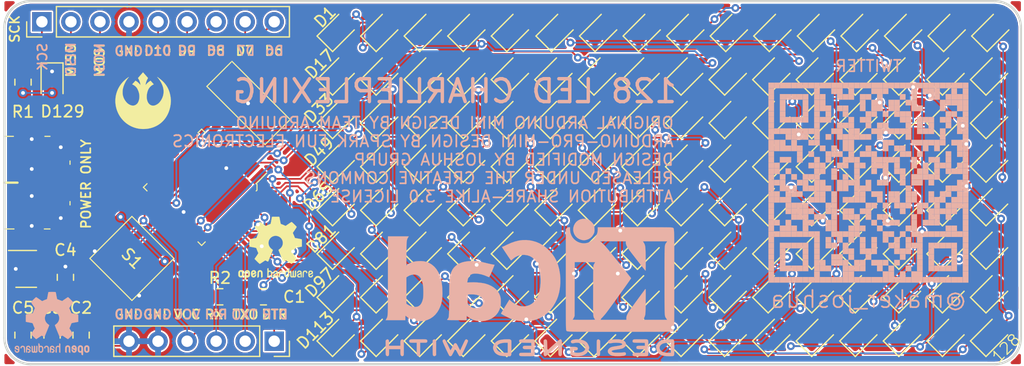
<source format=kicad_pcb>
(kicad_pcb (version 20171130) (host pcbnew 5.0.1-33cea8e~68~ubuntu18.04.1)
  (title_block (title "128 LED Charlieplexing") (date 2018-11-23) (rev 0) (company "Twitter @Maker_Joshua") (comment 1 "RELEASED UNDER THE CREATIVE COMMONS ATTRIBUTION SHARE-ALIKE 3.0 LICENSE") (comment 2 "Design modified by Joshua Grupp") (comment 3 "ARDUINO-PRO-MINI DESIGN BY SPARK FUN ELECTRONICS") (comment 4 "ORIGINAL ARDUINO MINI DESIGN BY TEAM ARDUINO"))
  (layers (0 F.Cu signal) (31 B.Cu signal) (34 B.Paste user) (35 F.Paste user) (36 B.SilkS user) (37 F.SilkS user) (38 B.Mask user) (39 F.Mask user) (44 Edge.Cuts user))
  (net 0 "")
  (net 1 GND)
  (net 2 "Net-(C1-Pad2)")
  (net 3 DTR)
  (net 4 "Net-(C2-Pad2)")
  (net 5 D4)
  (net 6 A0)
  (net 7 D3)
  (net 8 D2)
  (net 9 A7)
  (net 10 A6)
  (net 11 A5)
  (net 12 A4)
  (net 13 A3)
  (net 14 A2)
  (net 15 A1)
  (net 16 TXO)
  (net 17 RXI)
  (net 18 VCC)
  (net 19 D5)
  (net 20 D6)
  (net 21 D7)
  (net 22 D8)
  (net 23 D9)
  (net 24 D10)
  (net 25 MOSI)
  (net 26 MISO)
  (net 27 SCK)
  (net 28 "Net-(J4-Pad3)")
  (net 29 "Net-(J4-Pad2)")
  (net 30 "Net-(J4-Pad4)")
  (net 31 "Net-(D129-Pad2)")
  (net 32 "Net-(U1-Pad4)")
  (net 33 "Net-(U2-Pad7)")
  (net 34 "Net-(U2-Pad8)")
  (net 35 "Net-(C5-Pad1)")
  (module LED_SMD:LED_0805_2012Metric (layer F.Cu) (at 143.5329 71.7684 45)
    (fp_text reference D1 (at 0 -1.65 45) (layer F.SilkS))
    (fp_text value LED_Small hide)
    (pad 2 smd roundrect (at 0.937501 0 45) (size 0.975 1.4) (layers F.Cu F.Paste F.Mask) (net 5 D4))
    (pad 1 smd roundrect (at -0.937501 0 45) (size 0.975 1.4) (layers F.Cu F.Paste F.Mask) (net 6 A0))
  )
  (module LED_SMD:LED_0805_2012Metric (layer F.Cu) (at 147.3429 71.7684 45)
    (fp_text reference D2 hide)
    (fp_text value LED_Small hide)
    (pad 1 smd roundrect (at -0.937501 0 45) (size 0.975 1.4) (layers F.Cu F.Paste F.Mask) (net 5 D4))
    (pad 2 smd roundrect (at 0.937501 0 45) (size 0.975 1.4) (layers F.Cu F.Paste F.Mask) (net 6 A0))
  )
  (module LED_SMD:LED_0805_2012Metric (layer F.Cu) (at 151.1529 71.7684 45)
    (fp_text reference D3 hide)
    (fp_text value LED_Small hide)
    (pad 2 smd roundrect (at 0.937501 0 45) (size 0.975 1.4) (layers F.Cu F.Paste F.Mask) (net 7 D3))
    (pad 1 smd roundrect (at -0.937501 0 45) (size 0.975 1.4) (layers F.Cu F.Paste F.Mask) (net 6 A0))
  )
  (module LED_SMD:LED_0805_2012Metric (layer F.Cu) (at 154.9629 71.7684 45)
    (fp_text reference D4 hide)
    (fp_text value LED_Small hide)
    (pad 1 smd roundrect (at -0.937501 0 45) (size 0.975 1.4) (layers F.Cu F.Paste F.Mask) (net 7 D3))
    (pad 2 smd roundrect (at 0.937501 0 45) (size 0.975 1.4) (layers F.Cu F.Paste F.Mask) (net 6 A0))
  )
  (module LED_SMD:LED_0805_2012Metric (layer F.Cu) (at 158.7729 71.7684 45)
    (fp_text reference D5 hide)
    (fp_text value LED_Small hide)
    (pad 2 smd roundrect (at 0.937501 0 45) (size 0.975 1.4) (layers F.Cu F.Paste F.Mask) (net 19 D5))
    (pad 1 smd roundrect (at -0.937501 0 45) (size 0.975 1.4) (layers F.Cu F.Paste F.Mask) (net 6 A0))
  )
  (module LED_SMD:LED_0805_2012Metric (layer F.Cu) (at 162.6799 71.7684 45)
    (fp_text reference D6 hide)
    (fp_text value LED_Small hide)
    (pad 1 smd roundrect (at -0.937501 0 45) (size 0.975 1.4) (layers F.Cu F.Paste F.Mask) (net 19 D5))
    (pad 2 smd roundrect (at 0.937501 0 45) (size 0.975 1.4) (layers F.Cu F.Paste F.Mask) (net 6 A0))
  )
  (module LED_SMD:LED_0805_2012Metric (layer F.Cu) (at 166.4899 71.7684 45)
    (fp_text reference D7 hide)
    (fp_text value LED_Small hide)
    (pad 2 smd roundrect (at 0.937501 0 45) (size 0.975 1.4) (layers F.Cu F.Paste F.Mask) (net 8 D2))
    (pad 1 smd roundrect (at -0.937501 0 45) (size 0.975 1.4) (layers F.Cu F.Paste F.Mask) (net 6 A0))
  )
  (module LED_SMD:LED_0805_2012Metric (layer F.Cu) (at 170.2999 71.7684 45)
    (fp_text reference D8 hide)
    (fp_text value LED_Small hide)
    (pad 1 smd roundrect (at -0.937501 0 45) (size 0.975 1.4) (layers F.Cu F.Paste F.Mask) (net 8 D2))
    (pad 2 smd roundrect (at 0.937501 0 45) (size 0.975 1.4) (layers F.Cu F.Paste F.Mask) (net 6 A0))
  )
  (module LED_SMD:LED_0805_2012Metric (layer F.Cu) (at 174.1099 71.7684 45)
    (fp_text reference D9 hide)
    (fp_text value LED_Small hide)
    (pad 2 smd roundrect (at 0.937501 0 45) (size 0.975 1.4) (layers F.Cu F.Paste F.Mask) (net 9 A7))
    (pad 1 smd roundrect (at -0.937501 0 45) (size 0.975 1.4) (layers F.Cu F.Paste F.Mask) (net 6 A0))
  )
  (module LED_SMD:LED_0805_2012Metric (layer F.Cu) (at 177.9199 71.7684 45)
    (fp_text reference D10 hide)
    (fp_text value LED_Small hide)
    (pad 1 smd roundrect (at -0.937501 0 45) (size 0.975 1.4) (layers F.Cu F.Paste F.Mask) (net 9 A7))
    (pad 2 smd roundrect (at 0.937501 0 45) (size 0.975 1.4) (layers F.Cu F.Paste F.Mask) (net 6 A0))
  )
  (module LED_SMD:LED_0805_2012Metric (layer F.Cu) (at 181.7299 71.7684 45)
    (fp_text reference D11 hide)
    (fp_text value LED_Small hide)
    (pad 2 smd roundrect (at 0.937501 0 45) (size 0.975 1.4) (layers F.Cu F.Paste F.Mask) (net 10 A6))
    (pad 1 smd roundrect (at -0.937501 0 45) (size 0.975 1.4) (layers F.Cu F.Paste F.Mask) (net 6 A0))
  )
  (module LED_SMD:LED_0805_2012Metric (layer F.Cu) (at 185.5445 71.7684 45)
    (fp_text reference D12 hide)
    (fp_text value LED_Small hide)
    (pad 1 smd roundrect (at -0.937501 0 45) (size 0.975 1.4) (layers F.Cu F.Paste F.Mask) (net 10 A6))
    (pad 2 smd roundrect (at 0.937501 0 45) (size 0.975 1.4) (layers F.Cu F.Paste F.Mask) (net 6 A0))
  )
  (module LED_SMD:LED_0805_2012Metric (layer F.Cu) (at 189.3545 71.7684 45)
    (fp_text reference D13 hide)
    (fp_text value LED_Small hide)
    (pad 2 smd roundrect (at 0.937501 0 45) (size 0.975 1.4) (layers F.Cu F.Paste F.Mask) (net 11 A5))
    (pad 1 smd roundrect (at -0.937501 0 45) (size 0.975 1.4) (layers F.Cu F.Paste F.Mask) (net 6 A0))
  )
  (module LED_SMD:LED_0805_2012Metric (layer F.Cu) (at 193.1645 71.7684 45)
    (fp_text reference D14 hide)
    (fp_text value LED_Small hide)
    (pad 1 smd roundrect (at -0.937501 0 45) (size 0.975 1.4) (layers F.Cu F.Paste F.Mask) (net 11 A5))
    (pad 2 smd roundrect (at 0.937501 0 45) (size 0.975 1.4) (layers F.Cu F.Paste F.Mask) (net 6 A0))
  )
  (module LED_SMD:LED_0805_2012Metric (layer F.Cu) (at 196.9745 71.7684 45)
    (fp_text reference D15 hide)
    (fp_text value LED_Small hide)
    (pad 2 smd roundrect (at 0.937501 0 45) (size 0.975 1.4) (layers F.Cu F.Paste F.Mask) (net 12 A4))
    (pad 1 smd roundrect (at -0.937501 0 45) (size 0.975 1.4) (layers F.Cu F.Paste F.Mask) (net 6 A0))
  )
  (module LED_SMD:LED_0805_2012Metric (layer F.Cu) (at 200.7845 71.7684 45)
    (fp_text reference D16 hide)
    (fp_text value LED_Small)
    (pad 1 smd roundrect (at -0.937501 0 45) (size 0.975 1.4) (layers F.Cu F.Paste F.Mask) (net 12 A4))
    (pad 2 smd roundrect (at 0.937501 0 45) (size 0.975 1.4) (layers F.Cu F.Paste F.Mask) (net 6 A0))
  )
  (module LED_SMD:LED_0805_2012Metric (layer F.Cu) (at 143.5306 75.5784 45)
    (fp_text reference D17 (at -0.556776 -1.74217 45) (layer F.SilkS))
    (fp_text value LED_Small)
    (pad 2 smd roundrect (at 0.937501 0 45) (size 0.975 1.4) (layers F.Cu F.Paste F.Mask) (net 13 A3))
    (pad 1 smd roundrect (at -0.937501 0 45) (size 0.975 1.4) (layers F.Cu F.Paste F.Mask) (net 6 A0))
  )
  (module LED_SMD:LED_0805_2012Metric (layer F.Cu) (at 147.3406 75.5784 45)
    (fp_text reference D18 hide)
    (fp_text value LED_Small)
    (pad 1 smd roundrect (at -0.937501 0 45) (size 0.975 1.4) (layers F.Cu F.Paste F.Mask) (net 13 A3))
    (pad 2 smd roundrect (at 0.937501 0 45) (size 0.975 1.4) (layers F.Cu F.Paste F.Mask) (net 6 A0))
  )
  (module LED_SMD:LED_0805_2012Metric (layer F.Cu) (at 151.1483 75.5784 45)
    (fp_text reference D19 hide)
    (fp_text value LED_Small hide)
    (pad 2 smd roundrect (at 0.937501 0 45) (size 0.975 1.4) (layers F.Cu F.Paste F.Mask) (net 14 A2))
    (pad 1 smd roundrect (at -0.937501 0 45) (size 0.975 1.4) (layers F.Cu F.Paste F.Mask) (net 6 A0))
  )
  (module LED_SMD:LED_0805_2012Metric (layer F.Cu) (at 154.9583 75.5784 45)
    (fp_text reference D20 hide)
    (fp_text value LED_Small)
    (pad 1 smd roundrect (at -0.937501 0 45) (size 0.975 1.4) (layers F.Cu F.Paste F.Mask) (net 14 A2))
    (pad 2 smd roundrect (at 0.937501 0 45) (size 0.975 1.4) (layers F.Cu F.Paste F.Mask) (net 6 A0))
  )
  (module LED_SMD:LED_0805_2012Metric (layer F.Cu) (at 158.7683 75.5784 45)
    (fp_text reference D21 hide)
    (fp_text value LED_Small)
    (pad 2 smd roundrect (at 0.937501 0 45) (size 0.975 1.4) (layers F.Cu F.Paste F.Mask) (net 15 A1))
    (pad 1 smd roundrect (at -0.937501 0 45) (size 0.975 1.4) (layers F.Cu F.Paste F.Mask) (net 6 A0))
  )
  (module LED_SMD:LED_0805_2012Metric (layer F.Cu) (at 162.5783 75.5784 45)
    (fp_text reference D22 hide)
    (fp_text value LED_Small)
    (pad 1 smd roundrect (at -0.937501 0 45) (size 0.975 1.4) (layers F.Cu F.Paste F.Mask) (net 15 A1))
    (pad 2 smd roundrect (at 0.937501 0 45) (size 0.975 1.4) (layers F.Cu F.Paste F.Mask) (net 6 A0))
  )
  (module LED_SMD:LED_0805_2012Metric (layer F.Cu) (at 166.3929 75.5784 45)
    (fp_text reference D23 hide)
    (fp_text value LED_Small hide)
    (pad 2 smd roundrect (at 0.937501 0 45) (size 0.975 1.4) (layers F.Cu F.Paste F.Mask) (net 5 D4))
    (pad 1 smd roundrect (at -0.937501 0 45) (size 0.975 1.4) (layers F.Cu F.Paste F.Mask) (net 15 A1))
  )
  (module LED_SMD:LED_0805_2012Metric (layer F.Cu) (at 170.2029 75.5784 45)
    (fp_text reference D24 hide)
    (fp_text value LED_Small)
    (pad 1 smd roundrect (at -0.937501 0 45) (size 0.975 1.4) (layers F.Cu F.Paste F.Mask) (net 5 D4))
    (pad 2 smd roundrect (at 0.937501 0 45) (size 0.975 1.4) (layers F.Cu F.Paste F.Mask) (net 15 A1))
  )
  (module LED_SMD:LED_0805_2012Metric (layer F.Cu) (at 174.0106 75.5784 45)
    (fp_text reference D25 hide)
    (fp_text value LED_Small)
    (pad 2 smd roundrect (at 0.937501 0 45) (size 0.975 1.4) (layers F.Cu F.Paste F.Mask) (net 7 D3))
    (pad 1 smd roundrect (at -0.937501 0 45) (size 0.975 1.4) (layers F.Cu F.Paste F.Mask) (net 15 A1))
  )
  (module LED_SMD:LED_0805_2012Metric (layer F.Cu) (at 177.8229 75.5784 45)
    (fp_text reference D26 hide)
    (fp_text value LED_Small)
    (pad 1 smd roundrect (at -0.937501 0 45) (size 0.975 1.4) (layers F.Cu F.Paste F.Mask) (net 7 D3))
    (pad 2 smd roundrect (at 0.937501 0 45) (size 0.975 1.4) (layers F.Cu F.Paste F.Mask) (net 15 A1))
  )
  (module LED_SMD:LED_0805_2012Metric (layer F.Cu) (at 181.6306 75.5784 45)
    (fp_text reference D27 hide)
    (fp_text value LED_Small)
    (pad 2 smd roundrect (at 0.937501 0 45) (size 0.975 1.4) (layers F.Cu F.Paste F.Mask) (net 19 D5))
    (pad 1 smd roundrect (at -0.937501 0 45) (size 0.975 1.4) (layers F.Cu F.Paste F.Mask) (net 15 A1))
  )
  (module LED_SMD:LED_0805_2012Metric (layer F.Cu) (at 185.4406 75.5784 45)
    (fp_text reference D28 hide)
    (fp_text value LED_Small)
    (pad 1 smd roundrect (at -0.937501 0 45) (size 0.975 1.4) (layers F.Cu F.Paste F.Mask) (net 19 D5))
    (pad 2 smd roundrect (at 0.937501 0 45) (size 0.975 1.4) (layers F.Cu F.Paste F.Mask) (net 15 A1))
  )
  (module LED_SMD:LED_0805_2012Metric (layer F.Cu) (at 189.2506 75.5784 45)
    (fp_text reference D29 hide)
    (fp_text value LED_Small)
    (pad 2 smd roundrect (at 0.937501 0 45) (size 0.975 1.4) (layers F.Cu F.Paste F.Mask) (net 8 D2))
    (pad 1 smd roundrect (at -0.937501 0 45) (size 0.975 1.4) (layers F.Cu F.Paste F.Mask) (net 15 A1))
  )
  (module LED_SMD:LED_0805_2012Metric (layer F.Cu) (at 193.0606 75.5784 45)
    (fp_text reference D30 hide)
    (fp_text value LED_Small)
    (pad 1 smd roundrect (at -0.937501 0 45) (size 0.975 1.4) (layers F.Cu F.Paste F.Mask) (net 8 D2))
    (pad 2 smd roundrect (at 0.937501 0 45) (size 0.975 1.4) (layers F.Cu F.Paste F.Mask) (net 15 A1))
  )
  (module LED_SMD:LED_0805_2012Metric (layer F.Cu) (at 196.8706 75.5784 45)
    (fp_text reference D31 hide)
    (fp_text value LED_Small)
    (pad 2 smd roundrect (at 0.937501 0 45) (size 0.975 1.4) (layers F.Cu F.Paste F.Mask) (net 9 A7))
    (pad 1 smd roundrect (at -0.937501 0 45) (size 0.975 1.4) (layers F.Cu F.Paste F.Mask) (net 15 A1))
  )
  (module LED_SMD:LED_0805_2012Metric (layer F.Cu) (at 200.6806 75.5784 45)
    (fp_text reference D32 hide)
    (fp_text value LED_Small)
    (pad 1 smd roundrect (at -0.937501 0 45) (size 0.975 1.4) (layers F.Cu F.Paste F.Mask) (net 9 A7))
    (pad 2 smd roundrect (at 0.937501 0 45) (size 0.975 1.4) (layers F.Cu F.Paste F.Mask) (net 15 A1))
  )
  (module LED_SMD:LED_0805_2012Metric (layer F.Cu) (at 143.5306 79.3884 45)
    (fp_text reference D33 (at -0.646578 -1.76013 45) (layer F.SilkS))
    (fp_text value LED_Small)
    (pad 2 smd roundrect (at 0.937501 0 45) (size 0.975 1.4) (layers F.Cu F.Paste F.Mask) (net 10 A6))
    (pad 1 smd roundrect (at -0.937501 0 45) (size 0.975 1.4) (layers F.Cu F.Paste F.Mask) (net 15 A1))
  )
  (module LED_SMD:LED_0805_2012Metric (layer F.Cu) (at 147.3429 79.3884 45)
    (fp_text reference D34 hide)
    (fp_text value LED_Small hide)
    (pad 1 smd roundrect (at -0.937501 0 45) (size 0.975 1.4) (layers F.Cu F.Paste F.Mask) (net 10 A6))
    (pad 2 smd roundrect (at 0.937501 0 45) (size 0.975 1.4) (layers F.Cu F.Paste F.Mask) (net 15 A1))
  )
  (module LED_SMD:LED_0805_2012Metric (layer F.Cu) (at 151.1506 79.3884 45)
    (fp_text reference D35 hide)
    (fp_text value LED_Small hide)
    (pad 2 smd roundrect (at 0.937501 0 45) (size 0.975 1.4) (layers F.Cu F.Paste F.Mask) (net 11 A5))
    (pad 1 smd roundrect (at -0.937501 0 45) (size 0.975 1.4) (layers F.Cu F.Paste F.Mask) (net 15 A1))
  )
  (module LED_SMD:LED_0805_2012Metric (layer F.Cu) (at 154.9606 79.3884 45)
    (fp_text reference D36 hide)
    (fp_text value LED_Small)
    (pad 1 smd roundrect (at -0.937501 0 45) (size 0.975 1.4) (layers F.Cu F.Paste F.Mask) (net 11 A5))
    (pad 2 smd roundrect (at 0.937501 0 45) (size 0.975 1.4) (layers F.Cu F.Paste F.Mask) (net 15 A1))
  )
  (module LED_SMD:LED_0805_2012Metric (layer F.Cu) (at 158.7706 79.3884 45)
    (fp_text reference D37 hide)
    (fp_text value LED_Small)
    (pad 2 smd roundrect (at 0.937501 0 45) (size 0.975 1.4) (layers F.Cu F.Paste F.Mask) (net 12 A4))
    (pad 1 smd roundrect (at -0.937501 0 45) (size 0.975 1.4) (layers F.Cu F.Paste F.Mask) (net 15 A1))
  )
  (module LED_SMD:LED_0805_2012Metric (layer F.Cu) (at 162.5806 79.3884 45)
    (fp_text reference D38 hide)
    (fp_text value LED_Small)
    (pad 1 smd roundrect (at -0.937501 0 45) (size 0.975 1.4) (layers F.Cu F.Paste F.Mask) (net 12 A4))
    (pad 2 smd roundrect (at 0.937501 0 45) (size 0.975 1.4) (layers F.Cu F.Paste F.Mask) (net 15 A1))
  )
  (module LED_SMD:LED_0805_2012Metric (layer F.Cu) (at 166.3906 79.3884 45)
    (fp_text reference D39 hide)
    (fp_text value LED_Small)
    (pad 1 smd roundrect (at -0.937501 0 45) (size 0.975 1.4) (layers F.Cu F.Paste F.Mask) (net 15 A1))
    (pad 2 smd roundrect (at 0.937501 0 45) (size 0.975 1.4) (layers F.Cu F.Paste F.Mask) (net 13 A3))
  )
  (module LED_SMD:LED_0805_2012Metric (layer F.Cu) (at 170.2006 79.3884 45)
    (fp_text reference D40 hide)
    (fp_text value LED_Small)
    (pad 2 smd roundrect (at 0.937501 0 45) (size 0.975 1.4) (layers F.Cu F.Paste F.Mask) (net 15 A1))
    (pad 1 smd roundrect (at -0.937501 0 45) (size 0.975 1.4) (layers F.Cu F.Paste F.Mask) (net 13 A3))
  )
  (module LED_SMD:LED_0805_2012Metric (layer F.Cu) (at 174.0106 79.3884 45)
    (fp_text reference D41 hide)
    (fp_text value LED_Small)
    (pad 1 smd roundrect (at -0.937501 0 45) (size 0.975 1.4) (layers F.Cu F.Paste F.Mask) (net 15 A1))
    (pad 2 smd roundrect (at 0.937501 0 45) (size 0.975 1.4) (layers F.Cu F.Paste F.Mask) (net 14 A2))
  )
  (module LED_SMD:LED_0805_2012Metric (layer F.Cu) (at 177.8206 79.3884 45)
    (fp_text reference D42 hide)
    (fp_text value LED_Small)
    (pad 2 smd roundrect (at 0.937501 0 45) (size 0.975 1.4) (layers F.Cu F.Paste F.Mask) (net 15 A1))
    (pad 1 smd roundrect (at -0.937501 0 45) (size 0.975 1.4) (layers F.Cu F.Paste F.Mask) (net 14 A2))
  )
  (module LED_SMD:LED_0805_2012Metric (layer F.Cu) (at 181.6306 79.3884 45)
    (fp_text reference D43 hide)
    (fp_text value LED_Small)
    (pad 1 smd roundrect (at -0.937501 0 45) (size 0.975 1.4) (layers F.Cu F.Paste F.Mask) (net 14 A2))
    (pad 2 smd roundrect (at 0.937501 0 45) (size 0.975 1.4) (layers F.Cu F.Paste F.Mask) (net 5 D4))
  )
  (module LED_SMD:LED_0805_2012Metric (layer F.Cu) (at 185.4406 79.3884 45)
    (fp_text reference D44 hide)
    (fp_text value LED_Small)
    (pad 2 smd roundrect (at 0.937501 0 45) (size 0.975 1.4) (layers F.Cu F.Paste F.Mask) (net 14 A2))
    (pad 1 smd roundrect (at -0.937501 0 45) (size 0.975 1.4) (layers F.Cu F.Paste F.Mask) (net 5 D4))
  )
  (module LED_SMD:LED_0805_2012Metric (layer F.Cu) (at 189.2506 79.3884 45)
    (fp_text reference D45 hide)
    (fp_text value LED_Small)
    (pad 1 smd roundrect (at -0.937501 0 45) (size 0.975 1.4) (layers F.Cu F.Paste F.Mask) (net 14 A2))
    (pad 2 smd roundrect (at 0.937501 0 45) (size 0.975 1.4) (layers F.Cu F.Paste F.Mask) (net 7 D3))
  )
  (module LED_SMD:LED_0805_2012Metric (layer F.Cu) (at 193.0606 79.3884 45)
    (fp_text reference D46 hide)
    (fp_text value LED_Small)
    (pad 2 smd roundrect (at 0.937501 0 45) (size 0.975 1.4) (layers F.Cu F.Paste F.Mask) (net 14 A2))
    (pad 1 smd roundrect (at -0.937501 0 45) (size 0.975 1.4) (layers F.Cu F.Paste F.Mask) (net 7 D3))
  )
  (module LED_SMD:LED_0805_2012Metric (layer F.Cu) (at 196.8706 79.3884 45)
    (fp_text reference D47 hide)
    (fp_text value LED_Small)
    (pad 1 smd roundrect (at -0.937501 0 45) (size 0.975 1.4) (layers F.Cu F.Paste F.Mask) (net 14 A2))
    (pad 2 smd roundrect (at 0.937501 0 45) (size 0.975 1.4) (layers F.Cu F.Paste F.Mask) (net 19 D5))
  )
  (module LED_SMD:LED_0805_2012Metric (layer F.Cu) (at 200.6806 79.3884 45)
    (fp_text reference D48 hide)
    (fp_text value LED_Small)
    (pad 2 smd roundrect (at 0.937501 0 45) (size 0.975 1.4) (layers F.Cu F.Paste F.Mask) (net 14 A2))
    (pad 1 smd roundrect (at -0.937501 0 45) (size 0.975 1.4) (layers F.Cu F.Paste F.Mask) (net 19 D5))
  )
  (module LED_SMD:LED_0805_2012Metric (layer F.Cu) (at 143.5306 83.1984 45)
    (fp_text reference D49 (at -0.610657 -1.76013 45) (layer F.SilkS))
    (fp_text value LED_Small)
    (pad 1 smd roundrect (at -0.937501 0 45) (size 0.975 1.4) (layers F.Cu F.Paste F.Mask) (net 14 A2))
    (pad 2 smd roundrect (at 0.937501 0 45) (size 0.975 1.4) (layers F.Cu F.Paste F.Mask) (net 8 D2))
  )
  (module LED_SMD:LED_0805_2012Metric (layer F.Cu) (at 147.3406 83.1984 45)
    (fp_text reference D50 hide)
    (fp_text value LED_Small)
    (pad 2 smd roundrect (at 0.937501 0 45) (size 0.975 1.4) (layers F.Cu F.Paste F.Mask) (net 14 A2))
    (pad 1 smd roundrect (at -0.937501 0 45) (size 0.975 1.4) (layers F.Cu F.Paste F.Mask) (net 8 D2))
  )
  (module LED_SMD:LED_0805_2012Metric (layer F.Cu) (at 151.1506 83.1984 45)
    (fp_text reference D51 hide)
    (fp_text value LED_Small)
    (pad 1 smd roundrect (at -0.937501 0 45) (size 0.975 1.4) (layers F.Cu F.Paste F.Mask) (net 14 A2))
    (pad 2 smd roundrect (at 0.937501 0 45) (size 0.975 1.4) (layers F.Cu F.Paste F.Mask) (net 9 A7))
  )
  (module LED_SMD:LED_0805_2012Metric (layer F.Cu) (at 154.9606 83.1984 45)
    (fp_text reference D52 hide)
    (fp_text value LED_Small)
    (pad 2 smd roundrect (at 0.937501 0 45) (size 0.975 1.4) (layers F.Cu F.Paste F.Mask) (net 14 A2))
    (pad 1 smd roundrect (at -0.937501 0 45) (size 0.975 1.4) (layers F.Cu F.Paste F.Mask) (net 9 A7))
  )
  (module LED_SMD:LED_0805_2012Metric (layer F.Cu) (at 158.7706 83.1984 45)
    (fp_text reference D53 hide)
    (fp_text value LED_Small)
    (pad 2 smd roundrect (at 0.937501 0 45) (size 0.975 1.4) (layers F.Cu F.Paste F.Mask) (net 10 A6))
    (pad 1 smd roundrect (at -0.937501 0 45) (size 0.975 1.4) (layers F.Cu F.Paste F.Mask) (net 14 A2))
  )
  (module LED_SMD:LED_0805_2012Metric (layer F.Cu) (at 162.5806 83.1984 45)
    (fp_text reference D54 hide)
    (fp_text value LED_Small)
    (pad 1 smd roundrect (at -0.937501 0 45) (size 0.975 1.4) (layers F.Cu F.Paste F.Mask) (net 10 A6))
    (pad 2 smd roundrect (at 0.937501 0 45) (size 0.975 1.4) (layers F.Cu F.Paste F.Mask) (net 14 A2))
  )
  (module LED_SMD:LED_0805_2012Metric (layer F.Cu) (at 166.3906 83.1984 45)
    (fp_text reference D55 hide)
    (fp_text value LED_Small)
    (pad 1 smd roundrect (at -0.937501 0 45) (size 0.975 1.4) (layers F.Cu F.Paste F.Mask) (net 14 A2))
    (pad 2 smd roundrect (at 0.937501 0 45) (size 0.975 1.4) (layers F.Cu F.Paste F.Mask) (net 11 A5))
  )
  (module LED_SMD:LED_0805_2012Metric (layer F.Cu) (at 170.2006 83.1984 45)
    (fp_text reference D56 hide)
    (fp_text value LED_Small)
    (pad 2 smd roundrect (at 0.937501 0 45) (size 0.975 1.4) (layers F.Cu F.Paste F.Mask) (net 14 A2))
    (pad 1 smd roundrect (at -0.937501 0 45) (size 0.975 1.4) (layers F.Cu F.Paste F.Mask) (net 11 A5))
  )
  (module LED_SMD:LED_0805_2012Metric (layer F.Cu) (at 174.0106 83.1984 45)
    (fp_text reference D57 hide)
    (fp_text value LED_Small)
    (pad 1 smd roundrect (at -0.937501 0 45) (size 0.975 1.4) (layers F.Cu F.Paste F.Mask) (net 14 A2))
    (pad 2 smd roundrect (at 0.937501 0 45) (size 0.975 1.4) (layers F.Cu F.Paste F.Mask) (net 12 A4))
  )
  (module LED_SMD:LED_0805_2012Metric (layer F.Cu) (at 177.8206 83.1984 45)
    (fp_text reference D58 hide)
    (fp_text value LED_Small)
    (pad 2 smd roundrect (at 0.937501 0 45) (size 0.975 1.4) (layers F.Cu F.Paste F.Mask) (net 14 A2))
    (pad 1 smd roundrect (at -0.937501 0 45) (size 0.975 1.4) (layers F.Cu F.Paste F.Mask) (net 12 A4))
  )
  (module LED_SMD:LED_0805_2012Metric (layer F.Cu) (at 181.6306 83.1984 45)
    (fp_text reference D59 hide)
    (fp_text value LED_Small)
    (pad 1 smd roundrect (at -0.937501 0 45) (size 0.975 1.4) (layers F.Cu F.Paste F.Mask) (net 14 A2))
    (pad 2 smd roundrect (at 0.937501 0 45) (size 0.975 1.4) (layers F.Cu F.Paste F.Mask) (net 13 A3))
  )
  (module LED_SMD:LED_0805_2012Metric (layer F.Cu) (at 185.4406 83.1984 45)
    (fp_text reference D60 hide)
    (fp_text value LED_Small)
    (pad 2 smd roundrect (at 0.937501 0 45) (size 0.975 1.4) (layers F.Cu F.Paste F.Mask) (net 14 A2))
    (pad 1 smd roundrect (at -0.937501 0 45) (size 0.975 1.4) (layers F.Cu F.Paste F.Mask) (net 13 A3))
  )
  (module LED_SMD:LED_0805_2012Metric (layer F.Cu) (at 189.2506 83.1984 45)
    (fp_text reference D61 hide)
    (fp_text value LED_Small)
    (pad 1 smd roundrect (at -0.937501 0 45) (size 0.975 1.4) (layers F.Cu F.Paste F.Mask) (net 13 A3))
    (pad 2 smd roundrect (at 0.937501 0 45) (size 0.975 1.4) (layers F.Cu F.Paste F.Mask) (net 5 D4))
  )
  (module LED_SMD:LED_0805_2012Metric (layer F.Cu) (at 193.0606 83.1984 45)
    (fp_text reference D62 hide)
    (fp_text value LED_Small)
    (pad 2 smd roundrect (at 0.937501 0 45) (size 0.975 1.4) (layers F.Cu F.Paste F.Mask) (net 13 A3))
    (pad 1 smd roundrect (at -0.937501 0 45) (size 0.975 1.4) (layers F.Cu F.Paste F.Mask) (net 5 D4))
  )
  (module LED_SMD:LED_0805_2012Metric (layer F.Cu) (at 196.8706 83.1984 45)
    (fp_text reference D63 hide)
    (fp_text value LED_Small)
    (pad 1 smd roundrect (at -0.937501 0 45) (size 0.975 1.4) (layers F.Cu F.Paste F.Mask) (net 13 A3))
    (pad 2 smd roundrect (at 0.937501 0 45) (size 0.975 1.4) (layers F.Cu F.Paste F.Mask) (net 7 D3))
  )
  (module LED_SMD:LED_0805_2012Metric (layer F.Cu) (at 200.6806 83.1984 45)
    (fp_text reference D64 hide)
    (fp_text value LED_Small hide)
    (pad 2 smd roundrect (at 0.937501 0 45) (size 0.975 1.4) (layers F.Cu F.Paste F.Mask) (net 13 A3))
    (pad 1 smd roundrect (at -0.937501 0 45) (size 0.975 1.4) (layers F.Cu F.Paste F.Mask) (net 7 D3))
  )
  (module LED_SMD:LED_0805_2012Metric (layer F.Cu) (at 143.5306 87.0084 45)
    (fp_text reference D65 (at -0.754342 -1.724209 45) (layer F.SilkS))
    (fp_text value LED_Small)
    (pad 1 smd roundrect (at -0.937501 0 45) (size 0.975 1.4) (layers F.Cu F.Paste F.Mask) (net 13 A3))
    (pad 2 smd roundrect (at 0.937501 0 45) (size 0.975 1.4) (layers F.Cu F.Paste F.Mask) (net 19 D5))
  )
  (module LED_SMD:LED_0805_2012Metric (layer F.Cu) (at 147.3406 87.0084 45)
    (fp_text reference D66 hide)
    (fp_text value LED_Small)
    (pad 2 smd roundrect (at 0.937501 0 45) (size 0.975 1.4) (layers F.Cu F.Paste F.Mask) (net 13 A3))
    (pad 1 smd roundrect (at -0.937501 0 45) (size 0.975 1.4) (layers F.Cu F.Paste F.Mask) (net 19 D5))
  )
  (module LED_SMD:LED_0805_2012Metric (layer F.Cu) (at 151.1506 87.0084 45)
    (fp_text reference D67 hide)
    (fp_text value LED_Small)
    (pad 2 smd roundrect (at 0.937501 0 45) (size 0.975 1.4) (layers F.Cu F.Paste F.Mask) (net 8 D2))
    (pad 1 smd roundrect (at -0.937501 0 45) (size 0.975 1.4) (layers F.Cu F.Paste F.Mask) (net 13 A3))
  )
  (module LED_SMD:LED_0805_2012Metric (layer F.Cu) (at 154.9606 87.0084 45)
    (fp_text reference D68 hide)
    (fp_text value LED_Small)
    (pad 2 smd roundrect (at 0.937501 0 45) (size 0.975 1.4) (layers F.Cu F.Paste F.Mask) (net 13 A3))
    (pad 1 smd roundrect (at -0.937501 0 45) (size 0.975 1.4) (layers F.Cu F.Paste F.Mask) (net 8 D2))
  )
  (module LED_SMD:LED_0805_2012Metric (layer F.Cu) (at 158.7706 87.0084 45)
    (fp_text reference D69 hide)
    (fp_text value LED_Small)
    (pad 1 smd roundrect (at -0.937501 0 45) (size 0.975 1.4) (layers F.Cu F.Paste F.Mask) (net 13 A3))
    (pad 2 smd roundrect (at 0.937501 0 45) (size 0.975 1.4) (layers F.Cu F.Paste F.Mask) (net 9 A7))
  )
  (module LED_SMD:LED_0805_2012Metric (layer F.Cu) (at 162.5806 87.0084 45)
    (fp_text reference D70 hide)
    (fp_text value LED_Small)
    (pad 2 smd roundrect (at 0.937501 0 45) (size 0.975 1.4) (layers F.Cu F.Paste F.Mask) (net 13 A3))
    (pad 1 smd roundrect (at -0.937501 0 45) (size 0.975 1.4) (layers F.Cu F.Paste F.Mask) (net 9 A7))
  )
  (module LED_SMD:LED_0805_2012Metric (layer F.Cu) (at 166.3906 87.0084 45)
    (fp_text reference D71 hide)
    (fp_text value LED_Small)
    (pad 1 smd roundrect (at -0.937501 0 45) (size 0.975 1.4) (layers F.Cu F.Paste F.Mask) (net 13 A3))
    (pad 2 smd roundrect (at 0.937501 0 45) (size 0.975 1.4) (layers F.Cu F.Paste F.Mask) (net 10 A6))
  )
  (module LED_SMD:LED_0805_2012Metric (layer F.Cu) (at 170.2006 87.0084 45)
    (fp_text reference D72 hide)
    (fp_text value LED_Small)
    (pad 2 smd roundrect (at 0.937501 0 45) (size 0.975 1.4) (layers F.Cu F.Paste F.Mask) (net 13 A3))
    (pad 1 smd roundrect (at -0.937501 0 45) (size 0.975 1.4) (layers F.Cu F.Paste F.Mask) (net 10 A6))
  )
  (module LED_SMD:LED_0805_2012Metric (layer F.Cu) (at 174.0106 87.0084 45)
    (fp_text reference D73 hide)
    (fp_text value LED_Small)
    (pad 1 smd roundrect (at -0.937501 0 45) (size 0.975 1.4) (layers F.Cu F.Paste F.Mask) (net 13 A3))
    (pad 2 smd roundrect (at 0.937501 0 45) (size 0.975 1.4) (layers F.Cu F.Paste F.Mask) (net 11 A5))
  )
  (module LED_SMD:LED_0805_2012Metric (layer F.Cu) (at 177.8206 87.0084 45)
    (fp_text reference D74 hide)
    (fp_text value LED_Small)
    (pad 2 smd roundrect (at 0.937501 0 45) (size 0.975 1.4) (layers F.Cu F.Paste F.Mask) (net 13 A3))
    (pad 1 smd roundrect (at -0.937501 0 45) (size 0.975 1.4) (layers F.Cu F.Paste F.Mask) (net 11 A5))
  )
  (module LED_SMD:LED_0805_2012Metric (layer F.Cu) (at 181.6306 87.0084 45)
    (fp_text reference D75 hide)
    (fp_text value LED_Small)
    (pad 1 smd roundrect (at -0.937501 0 45) (size 0.975 1.4) (layers F.Cu F.Paste F.Mask) (net 13 A3))
    (pad 2 smd roundrect (at 0.937501 0 45) (size 0.975 1.4) (layers F.Cu F.Paste F.Mask) (net 12 A4))
  )
  (module LED_SMD:LED_0805_2012Metric (layer F.Cu) (at 185.4406 87.0084 45)
    (fp_text reference D76 hide)
    (fp_text value LED_Small)
    (pad 2 smd roundrect (at 0.937501 0 45) (size 0.975 1.4) (layers F.Cu F.Paste F.Mask) (net 13 A3))
    (pad 1 smd roundrect (at -0.937501 0 45) (size 0.975 1.4) (layers F.Cu F.Paste F.Mask) (net 12 A4))
  )
  (module LED_SMD:LED_0805_2012Metric (layer F.Cu) (at 189.2506 87.0084 45)
    (fp_text reference D77 hide)
    (fp_text value LED_Small)
    (pad 1 smd roundrect (at -0.937501 0 45) (size 0.975 1.4) (layers F.Cu F.Paste F.Mask) (net 12 A4))
    (pad 2 smd roundrect (at 0.937501 0 45) (size 0.975 1.4) (layers F.Cu F.Paste F.Mask) (net 5 D4))
  )
  (module LED_SMD:LED_0805_2012Metric (layer F.Cu) (at 193.0606 87.0084 45)
    (fp_text reference D78 hide)
    (fp_text value LED_Small)
    (pad 2 smd roundrect (at 0.937501 0 45) (size 0.975 1.4) (layers F.Cu F.Paste F.Mask) (net 12 A4))
    (pad 1 smd roundrect (at -0.937501 0 45) (size 0.975 1.4) (layers F.Cu F.Paste F.Mask) (net 5 D4))
  )
  (module LED_SMD:LED_0805_2012Metric (layer F.Cu) (at 196.8706 87.0084 45)
    (fp_text reference D79 hide)
    (fp_text value LED_Small)
    (pad 1 smd roundrect (at -0.937501 0 45) (size 0.975 1.4) (layers F.Cu F.Paste F.Mask) (net 12 A4))
    (pad 2 smd roundrect (at 0.937501 0 45) (size 0.975 1.4) (layers F.Cu F.Paste F.Mask) (net 7 D3))
  )
  (module LED_SMD:LED_0805_2012Metric (layer F.Cu) (at 200.6806 87.0084 45)
    (fp_text reference D80 hide)
    (fp_text value LED_Small hide)
    (pad 2 smd roundrect (at 0.937501 0 45) (size 0.975 1.4) (layers F.Cu F.Paste F.Mask) (net 12 A4))
    (pad 1 smd roundrect (at -0.937501 0 45) (size 0.975 1.4) (layers F.Cu F.Paste F.Mask) (net 7 D3))
  )
  (module LED_SMD:LED_0805_2012Metric (layer F.Cu) (at 143.5306 90.8184 45)
    (fp_text reference D81 (at -0.466973 -1.652367 45) (layer F.SilkS))
    (fp_text value LED_Small)
    (pad 1 smd roundrect (at -0.937501 0 45) (size 0.975 1.4) (layers F.Cu F.Paste F.Mask) (net 12 A4))
    (pad 2 smd roundrect (at 0.937501 0 45) (size 0.975 1.4) (layers F.Cu F.Paste F.Mask) (net 19 D5))
  )
  (module LED_SMD:LED_0805_2012Metric (layer F.Cu) (at 147.3406 90.8184 45)
    (fp_text reference D82 hide)
    (fp_text value LED_Small)
    (pad 2 smd roundrect (at 0.937501 0 45) (size 0.975 1.4) (layers F.Cu F.Paste F.Mask) (net 12 A4))
    (pad 1 smd roundrect (at -0.937501 0 45) (size 0.975 1.4) (layers F.Cu F.Paste F.Mask) (net 19 D5))
  )
  (module LED_SMD:LED_0805_2012Metric (layer F.Cu) (at 151.1506 90.8184 45)
    (fp_text reference D83 hide)
    (fp_text value LED_Small)
    (pad 1 smd roundrect (at -0.937501 0 45) (size 0.975 1.4) (layers F.Cu F.Paste F.Mask) (net 12 A4))
    (pad 2 smd roundrect (at 0.937501 0 45) (size 0.975 1.4) (layers F.Cu F.Paste F.Mask) (net 8 D2))
  )
  (module LED_SMD:LED_0805_2012Metric (layer F.Cu) (at 154.9606 90.8184 45)
    (fp_text reference D84 hide)
    (fp_text value LED_Small)
    (pad 2 smd roundrect (at 0.937501 0 45) (size 0.975 1.4) (layers F.Cu F.Paste F.Mask) (net 12 A4))
    (pad 1 smd roundrect (at -0.937501 0 45) (size 0.975 1.4) (layers F.Cu F.Paste F.Mask) (net 8 D2))
  )
  (module LED_SMD:LED_0805_2012Metric (layer F.Cu) (at 158.7706 90.8184 45)
    (fp_text reference D85 hide)
    (fp_text value LED_Small)
    (pad 1 smd roundrect (at -0.937501 0 45) (size 0.975 1.4) (layers F.Cu F.Paste F.Mask) (net 12 A4))
    (pad 2 smd roundrect (at 0.937501 0 45) (size 0.975 1.4) (layers F.Cu F.Paste F.Mask) (net 9 A7))
  )
  (module LED_SMD:LED_0805_2012Metric (layer F.Cu) (at 162.5806 90.8184 45)
    (fp_text reference D86 hide)
    (fp_text value LED_Small)
    (pad 2 smd roundrect (at 0.937501 0 45) (size 0.975 1.4) (layers F.Cu F.Paste F.Mask) (net 12 A4))
    (pad 1 smd roundrect (at -0.937501 0 45) (size 0.975 1.4) (layers F.Cu F.Paste F.Mask) (net 9 A7))
  )
  (module LED_SMD:LED_0805_2012Metric (layer F.Cu) (at 166.3906 90.8184 45)
    (fp_text reference D87 hide)
    (fp_text value LED_Small)
    (pad 1 smd roundrect (at -0.937501 0 45) (size 0.975 1.4) (layers F.Cu F.Paste F.Mask) (net 12 A4))
    (pad 2 smd roundrect (at 0.937501 0 45) (size 0.975 1.4) (layers F.Cu F.Paste F.Mask) (net 10 A6))
  )
  (module LED_SMD:LED_0805_2012Metric (layer F.Cu) (at 170.2006 90.8184 45)
    (fp_text reference D88 hide)
    (fp_text value LED_Small)
    (pad 2 smd roundrect (at 0.937501 0 45) (size 0.975 1.4) (layers F.Cu F.Paste F.Mask) (net 12 A4))
    (pad 1 smd roundrect (at -0.937501 0 45) (size 0.975 1.4) (layers F.Cu F.Paste F.Mask) (net 10 A6))
  )
  (module LED_SMD:LED_0805_2012Metric (layer F.Cu) (at 174.0083 90.8184 45)
    (fp_text reference D89 hide)
    (fp_text value LED_Small)
    (pad 1 smd roundrect (at -0.937501 0 45) (size 0.975 1.4) (layers F.Cu F.Paste F.Mask) (net 12 A4))
    (pad 2 smd roundrect (at 0.937501 0 45) (size 0.975 1.4) (layers F.Cu F.Paste F.Mask) (net 11 A5))
  )
  (module LED_SMD:LED_0805_2012Metric (layer F.Cu) (at 177.8206 90.8184 45)
    (fp_text reference D90 hide)
    (fp_text value LED_Small)
    (pad 1 smd roundrect (at -0.937501 0 45) (size 0.975 1.4) (layers F.Cu F.Paste F.Mask) (net 11 A5))
    (pad 2 smd roundrect (at 0.937501 0 45) (size 0.975 1.4) (layers F.Cu F.Paste F.Mask) (net 12 A4))
  )
  (module LED_SMD:LED_0805_2012Metric (layer F.Cu) (at 181.6306 90.8184 45)
    (fp_text reference D91 hide)
    (fp_text value LED_Small)
    (pad 1 smd roundrect (at -0.937501 0 45) (size 0.975 1.4) (layers F.Cu F.Paste F.Mask) (net 11 A5))
    (pad 2 smd roundrect (at 0.937501 0 45) (size 0.975 1.4) (layers F.Cu F.Paste F.Mask) (net 5 D4))
  )
  (module LED_SMD:LED_0805_2012Metric (layer F.Cu) (at 185.4406 90.8184 45)
    (fp_text reference D92 hide)
    (fp_text value LED_Small)
    (pad 2 smd roundrect (at 0.937501 0 45) (size 0.975 1.4) (layers F.Cu F.Paste F.Mask) (net 11 A5))
    (pad 1 smd roundrect (at -0.937501 0 45) (size 0.975 1.4) (layers F.Cu F.Paste F.Mask) (net 5 D4))
  )
  (module LED_SMD:LED_0805_2012Metric (layer F.Cu) (at 189.2506 90.8184 45)
    (fp_text reference D93 hide)
    (fp_text value LED_Small)
    (pad 1 smd roundrect (at -0.937501 0 45) (size 0.975 1.4) (layers F.Cu F.Paste F.Mask) (net 11 A5))
    (pad 2 smd roundrect (at 0.937501 0 45) (size 0.975 1.4) (layers F.Cu F.Paste F.Mask) (net 7 D3))
  )
  (module LED_SMD:LED_0805_2012Metric (layer F.Cu) (at 193.0606 90.8184 45)
    (fp_text reference D94 hide)
    (fp_text value LED_Small)
    (pad 2 smd roundrect (at 0.937501 0 45) (size 0.975 1.4) (layers F.Cu F.Paste F.Mask) (net 11 A5))
    (pad 1 smd roundrect (at -0.937501 0 45) (size 0.975 1.4) (layers F.Cu F.Paste F.Mask) (net 7 D3))
  )
  (module LED_SMD:LED_0805_2012Metric (layer F.Cu) (at 196.8706 90.8184 45)
    (fp_text reference D95 hide)
    (fp_text value LED_Small)
    (pad 1 smd roundrect (at -0.937501 0 45) (size 0.975 1.4) (layers F.Cu F.Paste F.Mask) (net 11 A5))
    (pad 2 smd roundrect (at 0.937501 0 45) (size 0.975 1.4) (layers F.Cu F.Paste F.Mask) (net 19 D5))
  )
  (module LED_SMD:LED_0805_2012Metric (layer F.Cu) (at 200.6806 90.8184 45)
    (fp_text reference D96 hide)
    (fp_text value LED_Small hide)
    (pad 2 smd roundrect (at 0.937501 0 45) (size 0.975 1.4) (layers F.Cu F.Paste F.Mask) (net 11 A5))
    (pad 1 smd roundrect (at -0.937501 0 45) (size 0.975 1.4) (layers F.Cu F.Paste F.Mask) (net 19 D5))
  )
  (module LED_SMD:LED_0805_2012Metric (layer F.Cu) (at 143.5306 94.6284 45)
    (fp_text reference D97 (at -0.592697 -1.706249 45) (layer F.SilkS))
    (fp_text value LED_Small)
    (pad 1 smd roundrect (at -0.937501 0 45) (size 0.975 1.4) (layers F.Cu F.Paste F.Mask) (net 11 A5))
    (pad 2 smd roundrect (at 0.937501 0 45) (size 0.975 1.4) (layers F.Cu F.Paste F.Mask) (net 8 D2))
  )
  (module LED_SMD:LED_0805_2012Metric (layer F.Cu) (at 147.3406 94.6284 45)
    (fp_text reference D98 hide)
    (fp_text value LED_Small)
    (pad 2 smd roundrect (at 0.937501 0 45) (size 0.975 1.4) (layers F.Cu F.Paste F.Mask) (net 11 A5))
    (pad 1 smd roundrect (at -0.937501 0 45) (size 0.975 1.4) (layers F.Cu F.Paste F.Mask) (net 8 D2))
  )
  (module LED_SMD:LED_0805_2012Metric (layer F.Cu) (at 151.1506 94.6284 45)
    (fp_text reference D99 hide)
    (fp_text value LED_Small)
    (pad 1 smd roundrect (at -0.937501 0 45) (size 0.975 1.4) (layers F.Cu F.Paste F.Mask) (net 11 A5))
    (pad 2 smd roundrect (at 0.937501 0 45) (size 0.975 1.4) (layers F.Cu F.Paste F.Mask) (net 9 A7))
  )
  (module LED_SMD:LED_0805_2012Metric (layer F.Cu) (at 154.9606 94.6284 45)
    (fp_text reference D100 hide)
    (fp_text value LED_Small)
    (pad 2 smd roundrect (at 0.937501 0 45) (size 0.975 1.4) (layers F.Cu F.Paste F.Mask) (net 11 A5))
    (pad 1 smd roundrect (at -0.937501 0 45) (size 0.975 1.4) (layers F.Cu F.Paste F.Mask) (net 9 A7))
  )
  (module LED_SMD:LED_0805_2012Metric (layer F.Cu) (at 158.7706 94.6284 45)
    (fp_text reference D101 hide)
    (fp_text value LED_Small)
    (pad 1 smd roundrect (at -0.937501 0 45) (size 0.975 1.4) (layers F.Cu F.Paste F.Mask) (net 11 A5))
    (pad 2 smd roundrect (at 0.937501 0 45) (size 0.975 1.4) (layers F.Cu F.Paste F.Mask) (net 10 A6))
  )
  (module LED_SMD:LED_0805_2012Metric (layer F.Cu) (at 162.5806 94.6284 45)
    (fp_text reference D102 hide)
    (fp_text value LED_Small)
    (pad 2 smd roundrect (at 0.937501 0 45) (size 0.975 1.4) (layers F.Cu F.Paste F.Mask) (net 11 A5))
    (pad 1 smd roundrect (at -0.937501 0 45) (size 0.975 1.4) (layers F.Cu F.Paste F.Mask) (net 10 A6))
  )
  (module LED_SMD:LED_0805_2012Metric (layer F.Cu) (at 166.3906 94.6284 45)
    (fp_text reference D103 hide)
    (fp_text value LED_Small)
    (pad 1 smd roundrect (at -0.937501 0 45) (size 0.975 1.4) (layers F.Cu F.Paste F.Mask) (net 10 A6))
    (pad 2 smd roundrect (at 0.937501 0 45) (size 0.975 1.4) (layers F.Cu F.Paste F.Mask) (net 5 D4))
  )
  (module LED_SMD:LED_0805_2012Metric (layer F.Cu) (at 170.2006 94.6284 45)
    (fp_text reference D104 hide)
    (fp_text value LED_Small)
    (pad 2 smd roundrect (at 0.937501 0 45) (size 0.975 1.4) (layers F.Cu F.Paste F.Mask) (net 10 A6))
    (pad 1 smd roundrect (at -0.937501 0 45) (size 0.975 1.4) (layers F.Cu F.Paste F.Mask) (net 5 D4))
  )
  (module LED_SMD:LED_0805_2012Metric (layer F.Cu) (at 174.0106 94.6284 45)
    (fp_text reference D105 hide)
    (fp_text value LED_Small)
    (pad 1 smd roundrect (at -0.937501 0 45) (size 0.975 1.4) (layers F.Cu F.Paste F.Mask) (net 10 A6))
    (pad 2 smd roundrect (at 0.937501 0 45) (size 0.975 1.4) (layers F.Cu F.Paste F.Mask) (net 7 D3))
  )
  (module LED_SMD:LED_0805_2012Metric (layer F.Cu) (at 177.8206 94.6284 45)
    (fp_text reference D106 hide)
    (fp_text value LED_Small)
    (pad 2 smd roundrect (at 0.937501 0 45) (size 0.975 1.4) (layers F.Cu F.Paste F.Mask) (net 10 A6))
    (pad 1 smd roundrect (at -0.937501 0 45) (size 0.975 1.4) (layers F.Cu F.Paste F.Mask) (net 7 D3))
  )
  (module LED_SMD:LED_0805_2012Metric (layer F.Cu) (at 181.6306 94.6284 45)
    (fp_text reference D107 hide)
    (fp_text value LED_Small)
    (pad 1 smd roundrect (at -0.937501 0 45) (size 0.975 1.4) (layers F.Cu F.Paste F.Mask) (net 10 A6))
    (pad 2 smd roundrect (at 0.937501 0 45) (size 0.975 1.4) (layers F.Cu F.Paste F.Mask) (net 19 D5))
  )
  (module LED_SMD:LED_0805_2012Metric (layer F.Cu) (at 185.4406 94.6284 45)
    (fp_text reference D108 hide)
    (fp_text value LED_Small)
    (pad 2 smd roundrect (at 0.937501 0 45) (size 0.975 1.4) (layers F.Cu F.Paste F.Mask) (net 10 A6))
    (pad 1 smd roundrect (at -0.937501 0 45) (size 0.975 1.4) (layers F.Cu F.Paste F.Mask) (net 19 D5))
  )
  (module LED_SMD:LED_0805_2012Metric (layer F.Cu) (at 189.2506 94.6284 45)
    (fp_text reference D109 hide)
    (fp_text value LED_Small)
    (pad 1 smd roundrect (at -0.937501 0 45) (size 0.975 1.4) (layers F.Cu F.Paste F.Mask) (net 10 A6))
    (pad 2 smd roundrect (at 0.937501 0 45) (size 0.975 1.4) (layers F.Cu F.Paste F.Mask) (net 8 D2))
  )
  (module LED_SMD:LED_0805_2012Metric (layer F.Cu) (at 193.0606 94.6284 45)
    (fp_text reference D110 hide)
    (fp_text value LED_Small)
    (pad 2 smd roundrect (at 0.937501 0 45) (size 0.975 1.4) (layers F.Cu F.Paste F.Mask) (net 10 A6))
    (pad 1 smd roundrect (at -0.937501 0 45) (size 0.975 1.4) (layers F.Cu F.Paste F.Mask) (net 8 D2))
  )
  (module Capacitor_SMD:C_0805_2012Metric (layer F.Cu) (at 121.0262 98.4384 90)
    (fp_text reference C2 (at 2.3876 0 180) (layer F.SilkS))
    (fp_text value 0.1uF)
    (pad 1 smd roundrect (at -0.937501 0 90) (size 0.975 1.4) (layers F.Cu F.Paste F.Mask) (net 1 GND))
    (pad 2 smd roundrect (at 0.937501 0 90) (size 0.975 1.4) (layers F.Cu F.Paste F.Mask) (net 4 "Net-(C2-Pad2)"))
  )
  (module LED_SMD:LED_0805_2012Metric (layer F.Cu) (at 196.8706 94.6284 45)
    (fp_text reference D111 hide)
    (fp_text value LED_Small)
    (pad 1 smd roundrect (at -0.937501 0 45) (size 0.975 1.4) (layers F.Cu F.Paste F.Mask) (net 10 A6))
    (pad 2 smd roundrect (at 0.937501 0 45) (size 0.975 1.4) (layers F.Cu F.Paste F.Mask) (net 9 A7))
  )
  (module Connector_PinSocket_2.54mm:PinSocket_1x06_P2.54mm_Vertical (layer F.Cu) (at 137.9172 98.9718 270)
    (fp_text reference J1 hide)
    (fp_text value Conn_01x06_Female)
    (pad 1 thru_hole rect (at 0 0 270) (size 1.7 1.7) (drill 1) (layers *.Cu *.Mask) (net 3 DTR))
    (pad 2 thru_hole oval (at 0 2.54 270) (size 1.7 1.7) (drill 1) (layers *.Cu *.Mask) (net 16 TXO))
    (pad 3 thru_hole oval (at 0 5.08 270) (size 1.7 1.7) (drill 1) (layers *.Cu *.Mask) (net 17 RXI))
    (pad 4 thru_hole oval (at 0 7.62 270) (size 1.7 1.7) (drill 1) (layers *.Cu *.Mask) (net 18 VCC))
    (pad 5 thru_hole oval (at 0 10.16 270) (size 1.7 1.7) (drill 1) (layers *.Cu *.Mask) (net 1 GND))
    (pad 6 thru_hole oval (at 0 12.7 270) (size 1.7 1.7) (drill 1) (layers *.Cu *.Mask) (net 1 GND))
  )
  (module Capacitor_SMD:C_0805_2012Metric (layer F.Cu) (at 136.9774 95.0856 180)
    (fp_text reference C1 (at -2.6924 0 180) (layer F.SilkS))
    (fp_text value 0.1uF)
    (pad 1 smd roundrect (at -0.937501 0 180) (size 0.975 1.4) (layers F.Cu F.Paste F.Mask) (net 3 DTR))
    (pad 2 smd roundrect (at 0.937501 0 180) (size 0.975 1.4) (layers F.Cu F.Paste F.Mask) (net 2 "Net-(C1-Pad2)"))
  )
  (module Resistor_SMD:R_0805_2012Metric (layer F.Cu) (at 115.9462 76.315 90)
    (fp_text reference R1 (at -2.5908 0 180) (layer F.SilkS))
    (fp_text value 330)
    (pad 1 smd roundrect (at -0.9375 0 90) (size 0.975 1.4) (layers F.Cu F.Paste F.Mask) (net 31 "Net-(D129-Pad2)"))
    (pad 2 smd roundrect (at 0.9375 0 90) (size 0.975 1.4) (layers F.Cu F.Paste F.Mask) (net 27 SCK))
  )
  (module Resistor_SMD:R_0805_2012Metric (layer F.Cu) (at 133.1674 95.0856)
    (fp_text reference R2 (at 0 -1.65) (layer F.SilkS))
    (fp_text value 10K)
    (pad 2 smd roundrect (at 0.937501 0) (size 0.975 1.4) (layers F.Cu F.Paste F.Mask) (net 2 "Net-(C1-Pad2)"))
    (pad 1 smd roundrect (at -0.937501 0) (size 0.975 1.4) (layers F.Cu F.Paste F.Mask) (net 18 VCC))
  )
  (module LED_SMD:LED_0805_2012Metric (layer F.Cu) (at 200.6806 94.6284 45)
    (fp_text reference D112 hide)
    (fp_text value LED_Small hide)
    (pad 1 smd roundrect (at -0.937501 0 45) (size 0.975 1.4) (layers F.Cu F.Paste F.Mask) (net 9 A7))
    (pad 2 smd roundrect (at 0.937501 0 45) (size 0.975 1.4) (layers F.Cu F.Paste F.Mask) (net 10 A6))
  )
  (module LED_SMD:LED_0805_2012Metric (layer F.Cu) (at 143.5306 98.4384 45)
    (fp_text reference D113 (at -1.131512 -1.706249 45) (layer F.SilkS))
    (fp_text value LED_Small)
    (pad 1 smd roundrect (at -0.937501 0 45) (size 0.975 1.4) (layers F.Cu F.Paste F.Mask) (net 9 A7))
    (pad 2 smd roundrect (at 0.937501 0 45) (size 0.975 1.4) (layers F.Cu F.Paste F.Mask) (net 5 D4))
  )
  (module LED_SMD:LED_0805_2012Metric (layer F.Cu) (at 147.3406 98.4384 45)
    (fp_text reference D114 hide)
    (fp_text value LED_Small)
    (pad 1 smd roundrect (at -0.937501 0 45) (size 0.975 1.4) (layers F.Cu F.Paste F.Mask) (net 5 D4))
    (pad 2 smd roundrect (at 0.937501 0 45) (size 0.975 1.4) (layers F.Cu F.Paste F.Mask) (net 9 A7))
  )
  (module LED_SMD:LED_0805_2012Metric (layer F.Cu) (at 151.1506 98.4384 45)
    (fp_text reference D115 hide)
    (fp_text value LED_Small)
    (pad 2 smd roundrect (at 0.937501 0 45) (size 0.975 1.4) (layers F.Cu F.Paste F.Mask) (net 7 D3))
    (pad 1 smd roundrect (at -0.937501 0 45) (size 0.975 1.4) (layers F.Cu F.Paste F.Mask) (net 9 A7))
  )
  (module LED_SMD:LED_0805_2012Metric (layer F.Cu) (at 154.9606 98.4384 45)
    (fp_text reference D116 hide)
    (fp_text value LED_Small)
    (pad 2 smd roundrect (at 0.937501 0 45) (size 0.975 1.4) (layers F.Cu F.Paste F.Mask) (net 9 A7))
    (pad 1 smd roundrect (at -0.937501 0 45) (size 0.975 1.4) (layers F.Cu F.Paste F.Mask) (net 7 D3))
  )
  (module LED_SMD:LED_0805_2012Metric (layer F.Cu) (at 158.7729 98.4384 45)
    (fp_text reference D117 hide)
    (fp_text value LED_Small)
    (pad 1 smd roundrect (at -0.937501 0 45) (size 0.975 1.4) (layers F.Cu F.Paste F.Mask) (net 9 A7))
    (pad 2 smd roundrect (at 0.937501 0 45) (size 0.975 1.4) (layers F.Cu F.Paste F.Mask) (net 19 D5))
  )
  (module LED_SMD:LED_0805_2012Metric (layer F.Cu) (at 162.5806 98.4384 45)
    (fp_text reference D118 hide)
    (fp_text value LED_Small)
    (pad 2 smd roundrect (at 0.937501 0 45) (size 0.975 1.4) (layers F.Cu F.Paste F.Mask) (net 9 A7))
    (pad 1 smd roundrect (at -0.937501 0 45) (size 0.975 1.4) (layers F.Cu F.Paste F.Mask) (net 19 D5))
  )
  (module LED_SMD:LED_0805_2012Metric (layer F.Cu) (at 166.3906 98.4384 45)
    (fp_text reference D119 hide)
    (fp_text value LED_Small)
    (pad 2 smd roundrect (at 0.937501 0 45) (size 0.975 1.4) (layers F.Cu F.Paste F.Mask) (net 8 D2))
    (pad 1 smd roundrect (at -0.937501 0 45) (size 0.975 1.4) (layers F.Cu F.Paste F.Mask) (net 9 A7))
  )
  (module LED_SMD:LED_0805_2012Metric (layer F.Cu) (at 170.2006 98.4384 45)
    (fp_text reference D120 hide)
    (fp_text value LED_Small)
    (pad 1 smd roundrect (at -0.937501 0 45) (size 0.975 1.4) (layers F.Cu F.Paste F.Mask) (net 8 D2))
    (pad 2 smd roundrect (at 0.937501 0 45) (size 0.975 1.4) (layers F.Cu F.Paste F.Mask) (net 9 A7))
  )
  (module LED_SMD:LED_0805_2012Metric (layer F.Cu) (at 174.0106 98.4384 45)
    (fp_text reference D121 hide)
    (fp_text value LED_Small)
    (pad 2 smd roundrect (at 0.937501 0 45) (size 0.975 1.4) (layers F.Cu F.Paste F.Mask) (net 5 D4))
    (pad 1 smd roundrect (at -0.937501 0 45) (size 0.975 1.4) (layers F.Cu F.Paste F.Mask) (net 8 D2))
  )
  (module LED_SMD:LED_0805_2012Metric (layer F.Cu) (at 177.8206 98.4384 45)
    (fp_text reference D122 hide)
    (fp_text value LED_Small)
    (pad 1 smd roundrect (at -0.937501 0 45) (size 0.975 1.4) (layers F.Cu F.Paste F.Mask) (net 5 D4))
    (pad 2 smd roundrect (at 0.937501 0 45) (size 0.975 1.4) (layers F.Cu F.Paste F.Mask) (net 8 D2))
  )
  (module LED_SMD:LED_0805_2012Metric (layer F.Cu) (at 181.6306 98.4384 45)
    (fp_text reference D123 hide)
    (fp_text value LED_Small)
    (pad 2 smd roundrect (at 0.937501 0 45) (size 0.975 1.4) (layers F.Cu F.Paste F.Mask) (net 7 D3))
    (pad 1 smd roundrect (at -0.937501 0 45) (size 0.975 1.4) (layers F.Cu F.Paste F.Mask) (net 8 D2))
  )
  (module LED_SMD:LED_0805_2012Metric (layer F.Cu) (at 185.4406 98.4384 45)
    (fp_text reference D124 hide)
    (fp_text value LED_Small)
    (pad 1 smd roundrect (at -0.937501 0 45) (size 0.975 1.4) (layers F.Cu F.Paste F.Mask) (net 7 D3))
    (pad 2 smd roundrect (at 0.937501 0 45) (size 0.975 1.4) (layers F.Cu F.Paste F.Mask) (net 8 D2))
  )
  (module LED_SMD:LED_0805_2012Metric (layer F.Cu) (at 189.2506 98.4384 45)
    (fp_text reference D125 hide)
    (fp_text value LED_Small)
    (pad 2 smd roundrect (at 0.937501 0 45) (size 0.975 1.4) (layers F.Cu F.Paste F.Mask) (net 19 D5))
    (pad 1 smd roundrect (at -0.937501 0 45) (size 0.975 1.4) (layers F.Cu F.Paste F.Mask) (net 8 D2))
  )
  (module LED_SMD:LED_0805_2012Metric (layer F.Cu) (at 193.0606 98.4384 45)
    (fp_text reference D126 hide)
    (fp_text value LED_Small)
    (pad 1 smd roundrect (at -0.937501 0 45) (size 0.975 1.4) (layers F.Cu F.Paste F.Mask) (net 19 D5))
    (pad 2 smd roundrect (at 0.937501 0 45) (size 0.975 1.4) (layers F.Cu F.Paste F.Mask) (net 8 D2))
  )
  (module LED_SMD:LED_0805_2012Metric (layer F.Cu) (at 196.8706 98.4384 45)
    (fp_text reference D127 hide)
    (fp_text value LED_Small)
    (pad 2 smd roundrect (at 0.937501 0 45) (size 0.975 1.4) (layers F.Cu F.Paste F.Mask) (net 5 D4))
    (pad 1 smd roundrect (at -0.937501 0 45) (size 0.975 1.4) (layers F.Cu F.Paste F.Mask) (net 7 D3))
  )
  (module LED_SMD:LED_0805_2012Metric (layer F.Cu) (at 200.6806 98.4384 45)
    (fp_text reference 128 (at 0.079026 1.677512 225) (layer F.SilkS) (effects (font (thickness 0.1))))
    (fp_text value LED_Small)
    (pad 1 smd roundrect (at -0.937501 0 45) (size 0.975 1.4) (layers F.Cu F.Paste F.Mask) (net 5 D4))
    (pad 2 smd roundrect (at 0.937501 0 45) (size 0.975 1.4) (layers F.Cu F.Paste F.Mask) (net 7 D3))
  )
  (module LED_SMD:LED_0805_2012Metric (layer F.Cu) (at 118.4862 76.315 270)
    (fp_text reference D129 (at 2.5654 -0.9144) (layer F.SilkS))
    (fp_text value LED_Small)
    (pad 2 smd roundrect (at 0.9375 0 270) (size 0.975 1.4) (layers F.Cu F.Paste F.Mask) (net 31 "Net-(D129-Pad2)"))
    (pad 1 smd roundrect (at -0.9375 0 270) (size 0.975 1.4) (layers F.Cu F.Paste F.Mask) (net 1 GND))
  )
  (module Package_TO_SOT_SMD:SOT-23-5 (layer F.Cu) (at 116.2256 92.6472)
    (fp_text reference U1 hide)
    (fp_text value MIC5205-3.3YM5)
    (pad 1 smd rect (at -1.1 -0.95) (size 1.06 0.65) (layers F.Cu F.Paste F.Mask) (net 35 "Net-(C5-Pad1)"))
    (pad 2 smd rect (at -1.099999 0) (size 1.06 0.65) (layers F.Cu F.Paste F.Mask) (net 1 GND))
    (pad 3 smd rect (at -1.1 0.95) (size 1.06 0.65) (layers F.Cu F.Paste F.Mask) (net 35 "Net-(C5-Pad1)"))
    (pad 4 smd rect (at 1.1 0.95) (size 1.06 0.65) (layers F.Cu F.Paste F.Mask) (net 32 "Net-(U1-Pad4)"))
    (pad 5 smd rect (at 1.1 -0.95) (size 1.06 0.65) (layers F.Cu F.Paste F.Mask) (net 18 VCC))
  )
  (module digikey-footprints:TQFP-32_7x7mm (layer F.Cu) (at 131.5672 85.5098 225)
    (fp_text reference U2 hide)
    (fp_text value ATMEGA328P-AU)
    (pad 9 smd rect (at -2.8 4.199999 225) (size 0.55 1.5) (layers F.Cu F.Paste F.Mask) (net 19 D5))
    (pad 1 smd rect (at -4.199999 -2.8 225) (size 1.5 0.55) (layers F.Cu F.Paste F.Mask) (net 7 D3))
    (pad 2 smd rect (at -4.2 -2 225) (size 1.5 0.55) (layers F.Cu F.Paste F.Mask) (net 5 D4))
    (pad 3 smd rect (at -4.2 -1.200001 225) (size 1.5 0.55) (layers F.Cu F.Paste F.Mask) (net 1 GND))
    (pad 4 smd rect (at -4.2 -0.4 225) (size 1.5 0.55) (layers F.Cu F.Paste F.Mask) (net 18 VCC))
    (pad 5 smd rect (at -4.2 0.4 225) (size 1.5 0.55) (layers F.Cu F.Paste F.Mask) (net 1 GND))
    (pad 6 smd rect (at -4.2 1.200001 225) (size 1.5 0.55) (layers F.Cu F.Paste F.Mask) (net 18 VCC))
    (pad 7 smd rect (at -4.2 2 225) (size 1.5 0.55) (layers F.Cu F.Paste F.Mask) (net 33 "Net-(U2-Pad7)"))
    (pad 8 smd rect (at -4.199999 2.8 225) (size 1.5 0.55) (layers F.Cu F.Paste F.Mask) (net 34 "Net-(U2-Pad8)"))
    (pad 10 smd rect (at -2 4.2 225) (size 0.55 1.5) (layers F.Cu F.Paste F.Mask) (net 20 D6))
    (pad 11 smd rect (at -1.200001 4.2 225) (size 0.55 1.5) (layers F.Cu F.Paste F.Mask) (net 21 D7))
    (pad 12 smd rect (at -0.4 4.2 225) (size 0.55 1.5) (layers F.Cu F.Paste F.Mask) (net 22 D8))
    (pad 13 smd rect (at 0.4 4.2 225) (size 0.55 1.5) (layers F.Cu F.Paste F.Mask) (net 23 D9))
    (pad 14 smd rect (at 1.200001 4.2 225) (size 0.55 1.5) (layers F.Cu F.Paste F.Mask) (net 24 D10))
    (pad 15 smd rect (at 2 4.2 225) (size 0.55 1.5) (layers F.Cu F.Paste F.Mask) (net 25 MOSI))
    (pad 16 smd rect (at 2.8 4.199999 225) (size 0.55 1.5) (layers F.Cu F.Paste F.Mask) (net 26 MISO))
    (pad 17 smd rect (at 4.199999 2.8 225) (size 1.5 0.55) (layers F.Cu F.Paste F.Mask) (net 27 SCK))
    (pad 18 smd rect (at 4.2 2 225) (size 1.5 0.55) (layers F.Cu F.Paste F.Mask) (net 18 VCC))
    (pad 19 smd rect (at 4.2 1.200001 225) (size 1.5 0.55) (layers F.Cu F.Paste F.Mask) (net 10 A6))
    (pad 20 smd rect (at 4.2 0.4 225) (size 1.5 0.55) (layers F.Cu F.Paste F.Mask) (net 4 "Net-(C2-Pad2)"))
    (pad 21 smd rect (at 4.2 -0.4 225) (size 1.5 0.55) (layers F.Cu F.Paste F.Mask) (net 1 GND))
    (pad 22 smd rect (at 4.2 -1.200001 225) (size 1.5 0.55) (layers F.Cu F.Paste F.Mask) (net 9 A7))
    (pad 23 smd rect (at 4.2 -2 225) (size 1.5 0.55) (layers F.Cu F.Paste F.Mask) (net 6 A0))
    (pad 24 smd rect (at 4.199999 -2.8 225) (size 1.5 0.55) (layers F.Cu F.Paste F.Mask) (net 15 A1))
    (pad 25 smd rect (at 2.8 -4.199999 225) (size 0.55 1.5) (layers F.Cu F.Paste F.Mask) (net 14 A2))
    (pad 26 smd rect (at 2 -4.2 225) (size 0.55 1.5) (layers F.Cu F.Paste F.Mask) (net 13 A3))
    (pad 27 smd rect (at 1.200001 -4.2 225) (size 0.55 1.5) (layers F.Cu F.Paste F.Mask) (net 12 A4))
    (pad 28 smd rect (at 0.4 -4.2 225) (size 0.55 1.5) (layers F.Cu F.Paste F.Mask) (net 11 A5))
    (pad 29 smd rect (at -0.4 -4.2 225) (size 0.55 1.5) (layers F.Cu F.Paste F.Mask) (net 2 "Net-(C1-Pad2)"))
    (pad 30 smd rect (at -1.200001 -4.2 225) (size 0.55 1.5) (layers F.Cu F.Paste F.Mask) (net 17 RXI))
    (pad 31 smd rect (at -2 -4.2 225) (size 0.55 1.5) (layers F.Cu F.Paste F.Mask) (net 16 TXO))
    (pad 32 smd rect (at -2.8 -4.199999 225) (size 0.55 1.5) (layers F.Cu F.Paste F.Mask) (net 8 D2))
  )
  (module Capacitor_SMD:C_0805_2012Metric (layer F.Cu) (at 118.4862 98.4384 270)
    (fp_text reference C3 (at -2.3876 0) (layer F.SilkS))
    (fp_text value 10uF)
    (pad 2 smd roundrect (at 0.9375 0 270) (size 0.975 1.4) (layers F.Cu F.Paste F.Mask) (net 1 GND))
    (pad 1 smd roundrect (at -0.9375 0 270) (size 0.975 1.4) (layers F.Cu F.Paste F.Mask) (net 18 VCC))
  )
  (module Capacitor_SMD:C_0805_2012Metric (layer F.Cu) (at 119.6546 93.3838 90)
    (fp_text reference C4 (at 2.3876 0 180) (layer F.SilkS))
    (fp_text value 0.1uF)
    (pad 1 smd roundrect (at -0.9375 0 90) (size 0.975 1.4) (layers F.Cu F.Paste F.Mask) (net 18 VCC))
    (pad 2 smd roundrect (at 0.9375 0 90) (size 0.975 1.4) (layers F.Cu F.Paste F.Mask) (net 1 GND))
  )
  (module Capacitor_SMD:C_0805_2012Metric (layer F.Cu) (at 115.9462 98.4384 270)
    (fp_text reference C5 (at -2.3876 0) (layer F.SilkS))
    (fp_text value 10uF)
    (pad 1 smd roundrect (at -0.9375 0 270) (size 0.975 1.4) (layers F.Cu F.Paste F.Mask) (net 35 "Net-(C5-Pad1)"))
    (pad 2 smd roundrect (at 0.9375 0 270) (size 0.975 1.4) (layers F.Cu F.Paste F.Mask) (net 1 GND))
  )
  (module digikey-footprints:USB_Micro_B_Female_10118192 (layer F.Cu) (at 116.7082 85.1034 270)
    (fp_text reference J4 hide)
    (fp_text value 10118192-0001LF)
    (pad 3 smd rect (at 0 -2.675 270) (size 0.4 1.35) (layers F.Cu F.Paste F.Mask) (net 28 "Net-(J4-Pad3)"))
    (pad 2 smd rect (at -0.65 -2.675 270) (size 0.4 1.35) (layers F.Cu F.Paste F.Mask) (net 29 "Net-(J4-Pad2)"))
    (pad 5 smd rect (at 1.3 -2.675 270) (size 0.4 1.35) (layers F.Cu F.Paste F.Mask) (net 1 GND))
    (pad 4 smd rect (at 0.65 -2.675 270) (size 0.4 1.35) (layers F.Cu F.Paste F.Mask) (net 30 "Net-(J4-Pad4)"))
    (pad 1 smd rect (at -1.3 -2.675 270) (size 0.4 1.35) (layers F.Cu F.Paste F.Mask) (net 35 "Net-(C5-Pad1)"))
    (pad SH smd rect (at 3.1 -2.55 270) (size 2.1 1.6) (layers F.Cu F.Paste F.Mask) (net 1 GND))
    (pad SH smd rect (at -3.1 -2.55 270) (size 2.1 1.6) (layers F.Cu F.Paste F.Mask) (net 1 GND))
    (pad SH smd rect (at 1.2 0 270) (size 1.9 1.9) (layers F.Cu F.Paste F.Mask) (net 1 GND))
    (pad SH smd rect (at -1.2 0 270) (size 1.9 1.9) (layers F.Cu F.Paste F.Mask) (net 1 GND))
    (pad SH smd rect (at 3.8 0 270) (size 1.8 1.9) (layers F.Cu F.Paste F.Mask) (net 1 GND))
    (pad SH smd rect (at -3.8 0 270) (size 1.8 1.9) (layers F.Cu F.Paste F.Mask) (net 1 GND))
  )
  (module Joshua:SWITCH_PUSHBUTTON_K2-1187SQ (layer F.Cu) (at 125.4712 91.7328 315)
    (fp_text reference S1 (at 0 0 315) (layer F.SilkS))
    (fp_text value GPTS203211B)
    (pad 1 smd rect (at 2.75 -1.85 315) (size 1.8 1.1) (layers F.Cu F.Paste F.Mask) (net 2 "Net-(C1-Pad2)"))
    (pad 1 smd rect (at -2.75 -1.85 315) (size 1.8 1.1) (layers F.Cu F.Paste F.Mask) (net 2 "Net-(C1-Pad2)"))
    (pad 2 smd rect (at 2.75 1.85 315) (size 1.8 1.1) (layers F.Cu F.Paste F.Mask) (net 1 GND))
    (pad 2 smd rect (at -2.75 1.85 315) (size 1.8 1.1) (layers F.Cu F.Paste F.Mask) (net 1 GND))
  )
  (module Joshua:maker_joshua (layer B.Cu) (at 189.8856 85.1034)
    (fp_text reference TWITTER (at 0 -10.2) (layer B.SilkS) (effects (justify mirror)))
    (fp_text value @maker_joshua (at 0 10.2) (layer B.SilkS) (effects (font (size 1.5 1.5)) (justify mirror)))
  )
  (module Connector_PinHeader_2.54mm:PinHeader_1x09_P2.54mm_Vertical (layer F.Cu) (at 117.5972 71.0318 90)
    (fp_text reference J2 hide)
    (fp_text value Conn_01x09_Male)
    (pad 1 thru_hole rect (at 0 0 90) (size 1.7 1.7) (drill 1) (layers *.Cu *.Mask) (net 27 SCK))
    (pad 2 thru_hole oval (at 0 2.54 90) (size 1.7 1.7) (drill 1) (layers *.Cu *.Mask) (net 26 MISO))
    (pad 3 thru_hole oval (at 0 5.08 90) (size 1.7 1.7) (drill 1) (layers *.Cu *.Mask) (net 25 MOSI))
    (pad 4 thru_hole oval (at 0 7.62 90) (size 1.7 1.7) (drill 1) (layers *.Cu *.Mask) (net 1 GND))
    (pad 5 thru_hole oval (at 0 10.16 90) (size 1.7 1.7) (drill 1) (layers *.Cu *.Mask) (net 24 D10))
    (pad 6 thru_hole oval (at 0 12.7 90) (size 1.7 1.7) (drill 1) (layers *.Cu *.Mask) (net 23 D9))
    (pad 7 thru_hole oval (at 0 15.24 90) (size 1.7 1.7) (drill 1) (layers *.Cu *.Mask) (net 22 D8))
    (pad 8 thru_hole oval (at 0 17.78 90) (size 1.7 1.7) (drill 1) (layers *.Cu *.Mask) (net 21 D7))
    (pad 9 thru_hole oval (at 0 20.32 90) (size 1.7 1.7) (drill 1) (layers *.Cu *.Mask) (net 20 D6))
  )
  (module Joshua:RESONATOR__CSTNE_G_8MHZ (layer F.Cu) (at 135.6312 78.1692 135)
    (fp_text reference Y1 hide)
    (fp_text value Resonator_Small)
    (pad 1 smd rect (at -2.5 0 135) (size 1.2 4.4) (layers F.Cu F.Paste F.Mask) (net 33 "Net-(U2-Pad7)"))
    (pad 2 smd rect (at 0 0 135) (size 1.4 4.4) (layers F.Cu F.Paste F.Mask) (net 1 GND))
    (pad 3 smd rect (at 2.5 0 135) (size 1.2 4.4) (layers F.Cu F.Paste F.Mask) (net 34 "Net-(U2-Pad8)"))
  )
  (module Symbol:KiCad-Logo2_12mm_SilkScreen (layer B.Cu) (at 160.2946 94.2474 180)
    (fp_text reference REF** hide)
    (fp_text value KiCad-Logo2_12mm_SilkScreen hide)
  )
  (module Symbol:OSHW-Logo2_7.3x6mm_SilkScreen (layer B.Cu) (at 118.4862 97.4224 180)
    (fp_text reference REF** hide)
    (fp_text value OSHW-Logo2_7.3x6mm_SilkScreen hide)
  )
  (module Symbol:OSHW-Logo2_7.3x6mm_SilkScreen (layer F.Cu) (at 138.0442 90.8438)
    (fp_text reference REF** hide)
    (fp_text value OSHW-Logo2_7.3x6mm_SilkScreen hide)
  )
  (module Joshua:REBEL_LOGO_5MM (layer F.Cu) (at 126.4364 77.9406)
    (fp_text reference G*** hide)
    (fp_text value REBEL_LOGO_5MM hide)
  )
  (gr_arc (start 116.6066 71.5144) (end 116.6066 69.2284) (angle -90) (layer Edge.Cuts) (width 0.2))
  (gr_arc (start 116.6066 98.6924) (end 114.3206 98.6924) (angle -90) (layer Edge.Cuts) (width 0.2))
  (gr_arc (start 200.9346 98.6924) (end 200.9346 100.9784) (angle -90) (layer Edge.Cuts) (width 0.2))
  (gr_arc (start 200.9346 71.5144) (end 203.2206 71.5144) (angle -90) (layer Edge.Cuts) (width 0.2))
  (gr_text "128 LED CHARLIEPLEXING" (at 153.716 77.1024) (layer B.SilkS) (effects (font (size 2 2) (thickness 0.3)) (justify mirror)))
  (gr_text "ORIGINAL ARDUINO MINI DESIGN BY TEAM ARDUINO\nARDUINO-PRO-MINI DESIGN BY SPARK FUN ELECTRONICS\nDESIGN MODIFIED BY JOSHUA GRUPP\nRELEASED UNDER THE CREATIVE COMMONS\nATTRIBUTION SHARE-ALIKE 3.0 LICENSE" (at 172.9438 83.0968) (layer B.SilkS) (effects (font (size 1 1)) (justify left mirror)))
  (gr_text "POWER ONLY" (at 121.458 85.2304 90) (layer F.SilkS) (effects (font (size 0.8128 0.8128) (thickness 0.1524))))
  (gr_text VCC (at 130.2972 96.635) (layer F.SilkS) (effects (font (size 0.8128 0.8128) (thickness 0.1524))))
  (gr_text VCC (at 130.2972 96.635) (layer B.SilkS) (effects (font (size 0.8128 0.8128) (thickness 0.1524)) (justify mirror)))
  (gr_text RXI (at 132.8372 96.635) (layer B.SilkS) (effects (font (size 0.8128 0.8128) (thickness 0.1524)) (justify mirror)))
  (gr_text TXO (at 135.301 96.6604) (layer B.SilkS) (effects (font (size 0.8128 0.8128) (thickness 0.1524)) (justify mirror)))
  (gr_text DTR (at 137.9934 96.635) (layer B.SilkS) (effects (font (size 0.8128 0.8128) (thickness 0.1524)) (justify mirror)))
  (gr_text GND (at 127.7064 96.635) (layer B.SilkS) (effects (font (size 0.8128 0.8128) (thickness 0.1524)) (justify mirror)))
  (gr_text GND (at 125.1918 96.635) (layer B.SilkS) (effects (font (size 0.8128 0.8128) (thickness 0.1524)) (justify mirror)))
  (gr_text SCK (at 117.648 75.4006 90) (layer B.SilkS) (effects (font (size 0.8128 0.8128) (thickness 0.1524)) (justify right mirror)))
  (gr_text MISO (at 120.1372 75.8832 90) (layer B.SilkS) (effects (font (size 0.8128 0.8128) (thickness 0.1524)) (justify right mirror)))
  (gr_text MOSI (at 122.6518 75.934 90) (layer B.SilkS) (effects (font (size 0.8128 0.8128) (thickness 0.1524)) (justify right mirror)))
  (gr_text D6 (at 137.9426 73.5718) (layer B.SilkS) (effects (font (size 0.8128 0.8128) (thickness 0.1524)) (justify mirror)))
  (gr_text D7 (at 135.428 73.5718) (layer B.SilkS) (effects (font (size 0.8128 0.8128) (thickness 0.1524)) (justify mirror)))
  (gr_text D8 (at 132.8372 73.5718) (layer B.SilkS) (effects (font (size 0.8128 0.8128) (thickness 0.1524)) (justify mirror)))
  (gr_text D9 (at 130.2972 73.5718) (layer B.SilkS) (effects (font (size 0.8128 0.8128) (thickness 0.1524)) (justify mirror)))
  (gr_text D10 (at 127.7318 73.5718) (layer B.SilkS) (effects (font (size 0.8128 0.8128) (thickness 0.1524)) (justify mirror)))
  (gr_text GND (at 125.1918 73.5972) (layer B.SilkS) (effects (font (size 0.8128 0.8128) (thickness 0.1524)) (justify mirror)))
  (gr_text DTR (at 137.9426 96.635) (layer F.SilkS) (effects (font (size 0.8128 0.8128) (thickness 0.1524))))
  (gr_text RXI (at 132.8372 96.635) (layer F.SilkS) (effects (font (size 0.8128 0.8128) (thickness 0.1524))))
  (gr_text TXO (at 135.4026 96.635) (layer F.SilkS) (effects (font (size 0.8128 0.8128) (thickness 0.1524))))
  (gr_text GND (at 127.7064 96.635) (layer F.SilkS) (effects (font (size 0.8128 0.8128) (thickness 0.1524))))
  (gr_text GND (at 125.1918 96.635) (layer F.SilkS) (effects (font (size 0.8128 0.8128) (thickness 0.1524))))
  (gr_line (start 114.2952 85.1034) (end 115.4636 85.1034) (layer F.SilkS) (width 0.2))
  (gr_text MOSI (at 122.6518 72.8352 90) (layer F.SilkS) (effects (font (size 0.8128 0.8128) (thickness 0.1524)) (justify right)))
  (gr_text MISO (at 120.1372 72.8352 90) (layer F.SilkS) (effects (font (size 0.8128 0.8128) (thickness 0.1524)) (justify right)))
  (gr_text SCK (at 115.22484 70.3587 90) (layer F.SilkS) (effects (font (size 0.8128 0.8128) (thickness 0.1524)) (justify right)))
  (gr_line (start 114.3206 71.5144) (end 114.3206 98.6924) (layer Edge.Cuts) (width 0.2))
  (gr_text D6 (at 137.8918 73.5718) (layer F.SilkS) (effects (font (size 0.8128 0.8128) (thickness 0.1524))))
  (gr_text D9 (at 130.2718 73.5718) (layer F.SilkS) (effects (font (size 0.8128 0.8128) (thickness 0.1524))))
  (gr_text D8 (at 132.8118 73.5718) (layer F.SilkS) (effects (font (size 0.8128 0.8128) (thickness 0.1524))))
  (gr_text D7 (at 135.3518 73.5718) (layer F.SilkS) (effects (font (size 0.8128 0.8128) (thickness 0.1524))))
  (gr_text D10 (at 127.7318 73.5718) (layer F.SilkS) (effects (font (size 0.8128 0.8128) (thickness 0.1524))))
  (gr_text GND (at 125.1918 73.5972) (layer F.SilkS) (effects (font (size 0.8128 0.8128) (thickness 0.1524))))
  (gr_line (start 200.9346 69.2284) (end 116.6066 69.2284) (layer Edge.Cuts) (width 0.2))
  (gr_line (start 200.9346 100.9784) (end 116.6066 100.9784) (layer Edge.Cuts) (width 0.2))
  (gr_line (start 203.2206 71.5144) (end 203.2206 98.6924) (layer Edge.Cuts) (width 0.2))
  (via (at 118.4862 75.3752) (size 0.6858) (drill 0.3302) (layers F.Cu B.Cu) (net 1))
  (via (at 116.7082 83.9096) (size 0.6858) (drill 0.3302) (layers F.Cu B.Cu) (net 1))
  (via (at 116.7082 86.2718) (size 0.6858) (drill 0.3302) (layers F.Cu B.Cu) (net 1))
  (via (at 116.7082 88.888) (size 0.6858) (drill 0.3302) (layers F.Cu B.Cu) (net 1))
  (via (at 119.2482 88.2022) (size 0.6858) (drill 0.3302) (layers F.Cu B.Cu) (net 1))
  (via (at 119.2482 82.0046) (size 0.6858) (drill 0.3302) (layers F.Cu B.Cu) (net 1))
  (via (at 116.7082 81.2934) (size 0.6858) (drill 0.3302) (layers F.Cu B.Cu) (net 1))
  (via (at 115.3112 92.6472) (size 0.6858) (drill 0.3302) (layers F.Cu B.Cu) (net 1))
  (via (at 119.6546 92.444) (size 0.6858) (drill 0.3302) (layers F.Cu B.Cu) (net 1))
  (via (at 126.1062 94.984) (size 0.6858) (drill 0.3302) (layers F.Cu B.Cu) (net 1))
  (via (at 122.22 91.0978) (size 0.6858) (drill 0.3302) (layers F.Cu B.Cu) (net 1))
  (via (at 135.6312 78.1692) (size 0.6858) (drill 0.3302) (layers F.Cu B.Cu) (net 1))
  (via (at 133.7262 83.8334) (size 0.6858) (drill 0.3302) (layers F.Cu B.Cu) (net 1))
  (segment (start 133.653166 83.760366) (end 133.7262 83.8334) (width 0.1524) (layer F.Cu) (net 1))
  (segment (start 134.254206 82.257109) (end 133.653166 82.858149) (width 0.1524) (layer F.Cu) (net 1))
  (segment (start 133.653166 82.858149) (end 133.653166 83.760366) (width 0.1524) (layer F.Cu) (net 1))
  (segment (start 133.88232 83.98952) (end 133.7262 83.8334) (width 0.1524) (layer F.Cu) (net 1))
  (segment (start 134.784537 83.98952) (end 133.88232 83.98952) (width 0.1524) (layer F.Cu) (net 1))
  (segment (start 135.385577 83.38848) (end 134.784537 83.98952) (width 0.1524) (layer F.Cu) (net 1))
  (via (at 129.9924 87.6688) (size 0.6858) (drill 0.3302) (layers F.Cu B.Cu) (net 1))
  (segment (start 128.880194 88.762491) (end 129.973885 87.6688) (width 0.1524) (layer F.Cu) (net 1))
  (segment (start 129.973885 87.6688) (end 129.9924 87.6688) (width 0.1524) (layer F.Cu) (net 1))
  (segment (start 116.7462 99.3759) (end 118.4862 99.3759) (width 0.1524) (layer F.Cu) (net 1))
  (segment (start 115.9462 99.3759) (end 116.7462 99.3759) (width 0.1524) (layer F.Cu) (net 1))
  (segment (start 120.2262 99.375901) (end 121.0262 99.375901) (width 0.1524) (layer F.Cu) (net 1))
  (segment (start 118.4862 99.3759) (end 120.2262 99.375901) (width 0.1524) (layer F.Cu) (net 1))
  (segment (start 124.813099 99.375901) (end 125.2172 98.9718) (width 0.1524) (layer F.Cu) (net 1))
  (segment (start 121.0262 99.375901) (end 124.813099 99.375901) (width 0.1524) (layer F.Cu) (net 1))
  (segment (start 119.3832 88.0672) (end 119.2482 88.2022) (width 0.1524) (layer F.Cu) (net 1))
  (segment (start 119.3832 86.4034) (end 119.3832 88.0672) (width 0.1524) (layer F.Cu) (net 1))
  (via (at 128.3414 91.9868) (size 0.6858) (drill 0.3302) (layers F.Cu B.Cu) (net 2))
  (via (at 124.4806 88.1006) (size 0.6858) (drill 0.3302) (layers F.Cu B.Cu) (net 2))
  (via (at 139.5682 91.1232) (size 0.6858) (drill 0.3302) (layers F.Cu B.Cu) (net 2))
  (segment (start 137.784817 89.339817) (end 139.5682 91.1232) (width 0.1524) (layer F.Cu) (net 2))
  (segment (start 135.962902 89.339817) (end 137.784817 89.339817) (width 0.1524) (layer F.Cu) (net 2))
  (segment (start 134.819891 88.196806) (end 135.962902 89.339817) (width 0.1524) (layer F.Cu) (net 2))
  (segment (start 136.039899 95.0856) (end 134.104901 95.0856) (width 0.1524) (layer F.Cu) (net 2))
  (segment (start 128.316 91.9868) (end 128.3414 91.9868) (width 0.1524) (layer B.Cu) (net 2))
  (segment (start 125.2172 88.888) (end 128.316 91.9868) (width 0.1524) (layer B.Cu) (net 2))
  (segment (start 136.039899 94.829301) (end 136.039899 95.0856) (width 0.1524) (layer F.Cu) (net 2))
  (segment (start 125.2172 88.8372) (end 124.4806 88.1006) (width 0.1524) (layer B.Cu) (net 2))
  (segment (start 125.2172 88.888) (end 125.2172 88.8372) (width 0.1524) (layer B.Cu) (net 2))
  (segment (start 128.723891 92.369196) (end 130.144906 93.790211) (width 0.1524) (layer F.Cu) (net 2))
  (segment (start 130.144906 93.790211) (end 132.809512 93.790211) (width 0.1524) (layer F.Cu) (net 2))
  (segment (start 133.548664 94.529363) (end 134.104901 95.0856) (width 0.1524) (layer F.Cu) (net 2))
  (segment (start 132.809512 93.790211) (end 133.548664 94.529363) (width 0.1524) (layer F.Cu) (net 2))
  (segment (start 139.225301 91.810447) (end 137.321737 93.714011) (width 0.1524) (layer B.Cu) (net 2))
  (segment (start 136.039899 95.0856) (end 136.978838 94.146661) (width 0.1524) (layer F.Cu) (net 2))
  (segment (start 139.5682 91.1232) (end 139.225301 91.466099) (width 0.1524) (layer B.Cu) (net 2))
  (segment (start 136.978838 94.146661) (end 136.978838 94.05691) (width 0.1524) (layer F.Cu) (net 2))
  (segment (start 137.321737 93.714011) (end 136.978838 94.05691) (width 0.1524) (layer B.Cu) (net 2))
  (segment (start 139.225301 91.466099) (end 139.225301 91.810447) (width 0.1524) (layer B.Cu) (net 2))
  (via (at 136.978838 94.05691) (size 0.6858) (drill 0.3302) (layers F.Cu B.Cu) (net 2))
  (segment (start 137.914901 98.969501) (end 137.9172 98.9718) (width 0.1524) (layer F.Cu) (net 3))
  (segment (start 137.914901 95.238) (end 137.914901 98.969501) (width 0.1524) (layer F.Cu) (net 3))
  (segment (start 121.582437 94.928878) (end 127.713469 88.797846) (width 0.1524) (layer F.Cu) (net 4))
  (segment (start 121.582437 96.944662) (end 121.582437 94.928878) (width 0.1524) (layer F.Cu) (net 4))
  (segment (start 127.713469 88.797846) (end 128.314509 88.196806) (width 0.1524) (layer F.Cu) (net 4))
  (segment (start 121.0262 97.500899) (end 121.582437 96.944662) (width 0.1524) (layer F.Cu) (net 4))
  (segment (start 144.195813 71.105487) (end 143.630129 70.539803) (width 0.1524) (layer F.Cu) (net 5))
  (segment (start 139.125526 80.779901) (end 136.552302 83.353125) (width 0.1524) (layer F.Cu) (net 5))
  (segment (start 143.630129 70.539803) (end 143.448243 70.539803) (width 0.1524) (layer F.Cu) (net 5))
  (via (at 145.5372 100.0894) (size 0.6858) (drill 0.3302) (layers F.Cu B.Cu) (net 5))
  (segment (start 146.677687 99.101313) (end 145.6896 100.0894) (width 0.1524) (layer F.Cu) (net 5))
  (segment (start 145.6896 100.0894) (end 145.5372 100.0894) (width 0.1524) (layer F.Cu) (net 5))
  (via (at 145.08 70.3714) (size 0.6858) (drill 0.3302) (layers F.Cu B.Cu) (net 5))
  (segment (start 144.195813 71.105487) (end 144.345913 71.105487) (width 0.1524) (layer F.Cu) (net 5))
  (segment (start 144.345913 71.105487) (end 145.08 70.3714) (width 0.1524) (layer F.Cu) (net 5))
  (via (at 145.6642 73.2924) (size 0.6858) (drill 0.3302) (layers F.Cu B.Cu) (net 5))
  (segment (start 145.08 70.3714) (end 145.6642 70.9556) (width 0.1524) (layer B.Cu) (net 5))
  (segment (start 145.6642 70.9556) (end 145.6642 73.2924) (width 0.1524) (layer B.Cu) (net 5))
  (segment (start 145.8189 73.2924) (end 146.679987 72.431313) (width 0.1524) (layer F.Cu) (net 5))
  (segment (start 145.6642 73.2924) (end 145.8189 73.2924) (width 0.1524) (layer F.Cu) (net 5))
  (segment (start 167.055813 74.915487) (end 167.055813 74.913187) (width 0.1524) (layer F.Cu) (net 5))
  (via (at 183.2308 77.9914) (size 0.6858) (drill 0.3302) (layers F.Cu B.Cu) (net 5))
  (segment (start 182.293513 78.725487) (end 182.496713 78.725487) (width 0.1524) (layer F.Cu) (net 5))
  (segment (start 182.496713 78.725487) (end 183.2308 77.9914) (width 0.1524) (layer F.Cu) (net 5))
  (via (at 183.7896 80.887) (size 0.6858) (drill 0.3302) (layers F.Cu B.Cu) (net 5))
  (segment (start 183.2308 77.9914) (end 183.7896 78.5502) (width 0.1524) (layer B.Cu) (net 5))
  (segment (start 183.7896 78.5502) (end 183.7896 80.887) (width 0.1524) (layer B.Cu) (net 5))
  (segment (start 183.942 80.887) (end 184.777687 80.051313) (width 0.1524) (layer F.Cu) (net 5))
  (segment (start 183.7896 80.887) (end 183.942 80.887) (width 0.1524) (layer F.Cu) (net 5))
  (segment (start 187.261861 82.535487) (end 189.913513 82.535487) (width 0.1524) (layer F.Cu) (net 5))
  (segment (start 184.777687 80.051313) (end 187.261861 82.535487) (width 0.1524) (layer F.Cu) (net 5))
  (via (at 191.3842 84.6716) (size 0.6858) (drill 0.3302) (layers F.Cu B.Cu) (net 5))
  (segment (start 191.5874 84.6716) (end 192.397687 83.861313) (width 0.1524) (layer F.Cu) (net 5))
  (segment (start 191.3842 84.6716) (end 191.5874 84.6716) (width 0.1524) (layer F.Cu) (net 5))
  (segment (start 191.3842 84.8748) (end 191.3842 84.6716) (width 0.1524) (layer F.Cu) (net 5))
  (segment (start 189.913513 86.345487) (end 191.3842 84.8748) (width 0.1524) (layer F.Cu) (net 5))
  (via (at 191.5874 88.4308) (size 0.6858) (drill 0.3302) (layers F.Cu B.Cu) (net 5))
  (segment (start 192.397687 87.671313) (end 192.346887 87.671313) (width 0.1524) (layer F.Cu) (net 5))
  (segment (start 192.346887 87.671313) (end 191.5874 88.4308) (width 0.1524) (layer F.Cu) (net 5))
  (segment (start 191.5874 84.8748) (end 191.3842 84.6716) (width 0.1524) (layer B.Cu) (net 5))
  (segment (start 191.5874 88.4308) (end 191.5874 84.8748) (width 0.1524) (layer B.Cu) (net 5))
  (segment (start 185.563153 91.481313) (end 184.777687 91.481313) (width 0.1524) (layer F.Cu) (net 5))
  (segment (start 186.090941 91.481313) (end 185.563153 91.481313) (width 0.1524) (layer F.Cu) (net 5))
  (segment (start 189.141454 88.4308) (end 186.090941 91.481313) (width 0.1524) (layer F.Cu) (net 5))
  (segment (start 191.5874 88.4308) (end 189.141454 88.4308) (width 0.1524) (layer F.Cu) (net 5))
  (segment (start 168.381639 76.241313) (end 169.539987 76.241313) (width 0.1524) (layer F.Cu) (net 5))
  (segment (start 167.055813 74.915487) (end 168.381639 76.241313) (width 0.1524) (layer F.Cu) (net 5))
  (segment (start 175.999339 99.101313) (end 177.157687 99.101313) (width 0.1524) (layer F.Cu) (net 5))
  (segment (start 174.673513 97.775487) (end 175.999339 99.101313) (width 0.1524) (layer F.Cu) (net 5))
  (segment (start 144.193513 97.775487) (end 145.120616 96.848384) (width 0.1524) (layer F.Cu) (net 5))
  (segment (start 145.120616 96.848384) (end 145.120616 96.830158) (width 0.1524) (layer F.Cu) (net 5))
  (segment (start 145.463515 97.173057) (end 145.120616 96.830158) (width 0.1524) (layer B.Cu) (net 5))
  (segment (start 145.5372 100.0894) (end 145.5372 97.246742) (width 0.1524) (layer B.Cu) (net 5))
  (via (at 145.120616 96.830158) (size 0.6858) (drill 0.3302) (layers F.Cu B.Cu) (net 5))
  (segment (start 145.5372 97.246742) (end 145.463515 97.173057) (width 0.1524) (layer B.Cu) (net 5))
  (segment (start 175.149978 77.758152) (end 181.326178 77.758152) (width 0.1524) (layer F.Cu) (net 5))
  (segment (start 181.727829 78.159803) (end 182.293513 78.725487) (width 0.1524) (layer F.Cu) (net 5))
  (segment (start 170.752015 77.453341) (end 174.845168 77.453341) (width 0.1524) (layer F.Cu) (net 5))
  (segment (start 174.845168 77.453341) (end 175.149978 77.758152) (width 0.1524) (layer F.Cu) (net 5))
  (segment (start 169.539987 76.241313) (end 170.752015 77.453341) (width 0.1524) (layer F.Cu) (net 5))
  (segment (start 181.326178 77.758152) (end 181.727829 78.159803) (width 0.1524) (layer F.Cu) (net 5))
  (segment (start 183.451861 90.155487) (end 184.777687 91.481313) (width 0.1524) (layer F.Cu) (net 5))
  (segment (start 182.293513 90.155487) (end 183.451861 90.155487) (width 0.1524) (layer F.Cu) (net 5))
  (segment (start 198.691861 97.775487) (end 197.533513 97.775487) (width 0.1524) (layer F.Cu) (net 5))
  (segment (start 200.017687 99.101313) (end 198.691861 97.775487) (width 0.1524) (layer F.Cu) (net 5))
  (segment (start 158.751191 73.851189) (end 158.959038 73.643341) (width 0.1524) (layer F.Cu) (net 5))
  (segment (start 158.959038 73.643341) (end 163.94477 73.643341) (width 0.1524) (layer F.Cu) (net 5))
  (segment (start 152.318255 73.851189) (end 158.751191 73.851189) (width 0.1524) (layer F.Cu) (net 5))
  (segment (start 152.110407 73.643341) (end 152.318255 73.851189) (width 0.1524) (layer F.Cu) (net 5))
  (segment (start 165.6794 74.5878) (end 165.26031 74.16871) (width 0.1524) (layer B.Cu) (net 5))
  (segment (start 164.12724 73.825811) (end 164.470139 74.16871) (width 0.1524) (layer F.Cu) (net 5))
  (segment (start 163.94477 73.643341) (end 164.12724 73.825811) (width 0.1524) (layer F.Cu) (net 5))
  (segment (start 165.26031 74.16871) (end 164.955072 74.16871) (width 0.1524) (layer B.Cu) (net 5))
  (via (at 164.470139 74.16871) (size 0.6858) (drill 0.3302) (layers F.Cu B.Cu) (net 5))
  (segment (start 147.892015 73.643341) (end 152.110407 73.643341) (width 0.1524) (layer F.Cu) (net 5))
  (segment (start 166.007087 74.915487) (end 165.6794 74.5878) (width 0.1524) (layer F.Cu) (net 5))
  (segment (start 164.955072 74.16871) (end 164.470139 74.16871) (width 0.1524) (layer B.Cu) (net 5))
  (segment (start 146.679987 72.431313) (end 147.892015 73.643341) (width 0.1524) (layer F.Cu) (net 5))
  (via (at 165.6794 74.5878) (size 0.6858) (drill 0.3302) (layers F.Cu B.Cu) (net 5))
  (segment (start 167.055813 74.915487) (end 166.007087 74.915487) (width 0.1524) (layer F.Cu) (net 5))
  (via (at 182.7736 91.6058) (size 0.6858) (drill 0.3302) (layers F.Cu B.Cu) (net 5))
  (segment (start 182.293513 90.155487) (end 182.293513 91.125713) (width 0.1524) (layer F.Cu) (net 5))
  (segment (start 182.293513 91.125713) (end 182.7736 91.6058) (width 0.1524) (layer F.Cu) (net 5))
  (via (at 176.9316 97.5494) (size 0.6858) (drill 0.3302) (layers F.Cu B.Cu) (net 5))
  (segment (start 182.7736 91.6058) (end 176.9316 97.4478) (width 0.1524) (layer B.Cu) (net 5))
  (segment (start 176.9316 97.4478) (end 176.9316 97.5494) (width 0.1524) (layer B.Cu) (net 5))
  (segment (start 176.9316 98.875226) (end 177.157687 99.101313) (width 0.1524) (layer F.Cu) (net 5))
  (segment (start 176.9316 97.5494) (end 176.9316 98.875226) (width 0.1524) (layer F.Cu) (net 5))
  (segment (start 172.189339 95.291313) (end 169.537687 95.291313) (width 0.1524) (layer F.Cu) (net 5))
  (segment (start 174.673513 97.775487) (end 172.189339 95.291313) (width 0.1524) (layer F.Cu) (net 5))
  (via (at 168.4226 95.9746) (size 0.6858) (drill 0.3302) (layers F.Cu B.Cu) (net 5))
  (segment (start 169.537687 95.291313) (end 169.105887 95.291313) (width 0.1524) (layer F.Cu) (net 5))
  (segment (start 169.105887 95.291313) (end 168.4226 95.9746) (width 0.1524) (layer F.Cu) (net 5))
  (via (at 167.9654 93.0536) (size 0.6858) (drill 0.3302) (layers F.Cu B.Cu) (net 5))
  (segment (start 168.4226 95.9746) (end 167.9654 95.5174) (width 0.1524) (layer B.Cu) (net 5))
  (segment (start 167.9654 95.5174) (end 167.9654 93.0536) (width 0.1524) (layer B.Cu) (net 5))
  (segment (start 167.9654 93.0536) (end 167.053513 93.965487) (width 0.1524) (layer F.Cu) (net 5))
  (via (at 190.91431 81.833165) (size 0.6858) (drill 0.3302) (layers F.Cu B.Cu) (net 5))
  (segment (start 191.3842 82.303055) (end 191.257209 82.176064) (width 0.1524) (layer B.Cu) (net 5))
  (segment (start 191.3842 84.6716) (end 191.3842 82.303055) (width 0.1524) (layer B.Cu) (net 5))
  (segment (start 190.615835 81.833165) (end 190.91431 81.833165) (width 0.1524) (layer F.Cu) (net 5))
  (segment (start 191.257209 82.176064) (end 190.91431 81.833165) (width 0.1524) (layer B.Cu) (net 5))
  (segment (start 189.913513 82.535487) (end 190.615835 81.833165) (width 0.1524) (layer F.Cu) (net 5))
  (segment (start 200.017687 99.101313) (end 198.722287 99.101313) (width 0.1524) (layer F.Cu) (net 5))
  (via (at 198.1406 99.683) (size 0.6858) (drill 0.3302) (layers F.Cu B.Cu) (net 5))
  (segment (start 198.722287 99.101313) (end 198.1406 99.683) (width 0.1524) (layer F.Cu) (net 5))
  (via (at 175.5346 99.683) (size 0.6858) (drill 0.3302) (layers F.Cu B.Cu) (net 5))
  (segment (start 175.877499 100.025899) (end 175.5346 99.683) (width 0.1524) (layer B.Cu) (net 5))
  (segment (start 197.797701 100.025899) (end 175.877499 100.025899) (width 0.1524) (layer B.Cu) (net 5))
  (segment (start 198.1406 99.683) (end 197.797701 100.025899) (width 0.1524) (layer B.Cu) (net 5))
  (segment (start 176.576 99.683) (end 177.157687 99.101313) (width 0.1524) (layer F.Cu) (net 5))
  (segment (start 175.5346 99.683) (end 176.576 99.683) (width 0.1524) (layer F.Cu) (net 5))
  (via (at 141.6002 90.4374) (size 0.6858) (drill 0.3302) (layers F.Cu B.Cu) (net 5))
  (segment (start 145.120616 96.830158) (end 145.120616 93.957816) (width 0.1524) (layer B.Cu) (net 5))
  (segment (start 145.120616 93.957816) (end 141.6002 90.4374) (width 0.1524) (layer B.Cu) (net 5))
  (via (at 139.2888 85.9924) (size 0.6858) (drill 0.3302) (layers F.Cu B.Cu) (net 5))
  (segment (start 139.2888 88.126) (end 139.2888 85.9924) (width 0.1524) (layer F.Cu) (net 5))
  (segment (start 141.6002 90.4374) (end 139.2888 88.126) (width 0.1524) (layer F.Cu) (net 5))
  (via (at 138.2728 83.9604) (size 0.6858) (drill 0.3302) (layers F.Cu B.Cu) (net 5))
  (segment (start 139.2888 85.9924) (end 139.2888 84.9764) (width 0.1524) (layer B.Cu) (net 5))
  (segment (start 139.2888 84.9764) (end 138.2728 83.9604) (width 0.1524) (layer B.Cu) (net 5))
  (segment (start 136.552302 83.353125) (end 135.951262 83.954165) (width 0.1524) (layer F.Cu) (net 5))
  (segment (start 137.665525 83.353125) (end 136.552302 83.353125) (width 0.1524) (layer F.Cu) (net 5))
  (segment (start 138.2728 83.9604) (end 137.665525 83.353125) (width 0.1524) (layer F.Cu) (net 5))
  (segment (start 139.607476 74.38057) (end 139.607476 80.297951) (width 0.1524) (layer F.Cu) (net 5))
  (segment (start 139.607476 80.297951) (end 139.125526 80.779901) (width 0.1524) (layer F.Cu) (net 5))
  (segment (start 143.448243 70.539803) (end 139.607476 74.38057) (width 0.1524) (layer F.Cu) (net 5))
  (segment (start 145.509067 71.105487) (end 147.220347 71.105487) (width 0.1524) (layer F.Cu) (net 6))
  (segment (start 147.220347 71.105487) (end 148.005813 71.105487) (width 0.1524) (layer F.Cu) (net 6))
  (segment (start 144.183241 72.431313) (end 145.509067 71.105487) (width 0.1524) (layer F.Cu) (net 6))
  (segment (start 142.869987 72.431313) (end 144.183241 72.431313) (width 0.1524) (layer F.Cu) (net 6))
  (segment (start 149.331639 72.431313) (end 150.489987 72.431313) (width 0.1524) (layer F.Cu) (net 6))
  (segment (start 148.005813 71.105487) (end 149.331639 72.431313) (width 0.1524) (layer F.Cu) (net 6))
  (segment (start 156.951639 72.431313) (end 158.109987 72.431313) (width 0.1524) (layer F.Cu) (net 6))
  (segment (start 155.625813 71.105487) (end 156.951639 72.431313) (width 0.1524) (layer F.Cu) (net 6))
  (segment (start 164.501161 71.105487) (end 165.826987 72.431313) (width 0.1524) (layer F.Cu) (net 6))
  (segment (start 163.342813 71.105487) (end 164.501161 71.105487) (width 0.1524) (layer F.Cu) (net 6))
  (segment (start 172.288639 72.431313) (end 173.446987 72.431313) (width 0.1524) (layer F.Cu) (net 6))
  (segment (start 170.962813 71.105487) (end 172.288639 72.431313) (width 0.1524) (layer F.Cu) (net 6))
  (segment (start 179.908639 72.431313) (end 181.066987 72.431313) (width 0.1524) (layer F.Cu) (net 6))
  (segment (start 178.582813 71.105487) (end 179.908639 72.431313) (width 0.1524) (layer F.Cu) (net 6))
  (segment (start 187.533239 72.431313) (end 188.691587 72.431313) (width 0.1524) (layer F.Cu) (net 6))
  (segment (start 186.207413 71.105487) (end 187.533239 72.431313) (width 0.1524) (layer F.Cu) (net 6))
  (segment (start 195.153239 72.431313) (end 196.311587 72.431313) (width 0.1524) (layer F.Cu) (net 6))
  (segment (start 193.827413 71.105487) (end 195.153239 72.431313) (width 0.1524) (layer F.Cu) (net 6))
  (segment (start 149.329339 76.241313) (end 150.485387 76.241313) (width 0.1524) (layer F.Cu) (net 6))
  (segment (start 148.003513 74.915487) (end 149.329339 76.241313) (width 0.1524) (layer F.Cu) (net 6))
  (segment (start 156.947039 76.241313) (end 158.105387 76.241313) (width 0.1524) (layer F.Cu) (net 6))
  (segment (start 155.621213 74.915487) (end 156.947039 76.241313) (width 0.1524) (layer F.Cu) (net 6))
  (segment (start 142.869987 76.239013) (end 142.867687 76.241313) (width 0.1524) (layer F.Cu) (net 6))
  (segment (start 142.869987 72.431313) (end 142.869987 76.239013) (width 0.1524) (layer F.Cu) (net 6))
  (segment (start 131.477375 88.428052) (end 131.502193 88.428052) (width 0.1524) (layer F.Cu) (net 6))
  (via (at 131.502193 88.428052) (size 0.6858) (drill 0.3302) (layers F.Cu B.Cu) (net 6))
  (segment (start 130.011565 89.893862) (end 131.477375 88.428052) (width 0.1524) (layer F.Cu) (net 6))
  (segment (start 137.6885 82.540233) (end 138.173433 82.540233) (width 0.1524) (layer B.Cu) (net 6))
  (segment (start 142.867687 76.241313) (end 142.867687 77.845979) (width 0.1524) (layer F.Cu) (net 6))
  (segment (start 142.867687 77.845979) (end 138.516332 82.197334) (width 0.1524) (layer F.Cu) (net 6))
  (segment (start 137.390012 82.540233) (end 137.6885 82.540233) (width 0.1524) (layer B.Cu) (net 6))
  (segment (start 131.502193 88.428052) (end 137.390012 82.540233) (width 0.1524) (layer B.Cu) (net 6))
  (segment (start 138.516332 82.197334) (end 138.173433 82.540233) (width 0.1524) (layer F.Cu) (net 6))
  (via (at 138.173433 82.540233) (size 0.6858) (drill 0.3302) (layers F.Cu B.Cu) (net 6))
  (segment (start 162.777129 70.539803) (end 163.342813 71.105487) (width 0.1524) (layer F.Cu) (net 6))
  (segment (start 162.375478 70.138152) (end 162.777129 70.539803) (width 0.1524) (layer F.Cu) (net 6))
  (segment (start 159.089894 70.138152) (end 162.375478 70.138152) (width 0.1524) (layer F.Cu) (net 6))
  (segment (start 158.109987 71.118059) (end 159.089894 70.138152) (width 0.1524) (layer F.Cu) (net 6))
  (segment (start 158.109987 72.431313) (end 158.109987 71.118059) (width 0.1524) (layer F.Cu) (net 6))
  (segment (start 165.826987 71.645847) (end 165.826987 72.431313) (width 0.1524) (layer F.Cu) (net 6))
  (segment (start 165.826987 71.118059) (end 165.826987 71.645847) (width 0.1524) (layer F.Cu) (net 6))
  (segment (start 166.806894 70.138152) (end 165.826987 71.118059) (width 0.1524) (layer F.Cu) (net 6))
  (segment (start 169.995478 70.138152) (end 166.806894 70.138152) (width 0.1524) (layer F.Cu) (net 6))
  (segment (start 170.962813 71.105487) (end 169.995478 70.138152) (width 0.1524) (layer F.Cu) (net 6))
  (segment (start 178.017129 70.539803) (end 178.582813 71.105487) (width 0.1524) (layer F.Cu) (net 6))
  (segment (start 177.615478 70.138152) (end 178.017129 70.539803) (width 0.1524) (layer F.Cu) (net 6))
  (segment (start 174.426894 70.138152) (end 177.615478 70.138152) (width 0.1524) (layer F.Cu) (net 6))
  (segment (start 173.446987 71.118059) (end 174.426894 70.138152) (width 0.1524) (layer F.Cu) (net 6))
  (segment (start 173.446987 72.431313) (end 173.446987 71.118059) (width 0.1524) (layer F.Cu) (net 6))
  (segment (start 185.641729 70.539803) (end 186.207413 71.105487) (width 0.1524) (layer F.Cu) (net 6))
  (segment (start 185.240078 70.138152) (end 185.641729 70.539803) (width 0.1524) (layer F.Cu) (net 6))
  (segment (start 182.046894 70.138152) (end 185.240078 70.138152) (width 0.1524) (layer F.Cu) (net 6))
  (segment (start 181.066987 72.431313) (end 181.066987 71.118059) (width 0.1524) (layer F.Cu) (net 6))
  (segment (start 181.066987 71.118059) (end 182.046894 70.138152) (width 0.1524) (layer F.Cu) (net 6))
  (segment (start 193.261729 70.539803) (end 193.827413 71.105487) (width 0.1524) (layer F.Cu) (net 6))
  (segment (start 192.860078 70.138152) (end 193.261729 70.539803) (width 0.1524) (layer F.Cu) (net 6))
  (segment (start 188.691587 71.118059) (end 189.671494 70.138152) (width 0.1524) (layer F.Cu) (net 6))
  (segment (start 189.671494 70.138152) (end 192.860078 70.138152) (width 0.1524) (layer F.Cu) (net 6))
  (segment (start 188.691587 72.431313) (end 188.691587 71.118059) (width 0.1524) (layer F.Cu) (net 6))
  (segment (start 196.311587 71.645847) (end 196.311587 72.431313) (width 0.1524) (layer F.Cu) (net 6))
  (segment (start 197.291494 70.138152) (end 196.311587 71.118059) (width 0.1524) (layer F.Cu) (net 6))
  (segment (start 200.480078 70.138152) (end 197.291494 70.138152) (width 0.1524) (layer F.Cu) (net 6))
  (segment (start 196.311587 71.118059) (end 196.311587 71.645847) (width 0.1524) (layer F.Cu) (net 6))
  (segment (start 201.447413 71.105487) (end 200.480078 70.138152) (width 0.1524) (layer F.Cu) (net 6))
  (segment (start 150.485387 75.455847) (end 150.485387 76.241313) (width 0.1524) (layer F.Cu) (net 6))
  (segment (start 150.485387 74.928059) (end 150.485387 75.455847) (width 0.1524) (layer F.Cu) (net 6))
  (segment (start 151.465294 73.948152) (end 150.485387 74.928059) (width 0.1524) (layer F.Cu) (net 6))
  (segment (start 151.856612 73.948152) (end 151.465294 73.948152) (width 0.1524) (layer F.Cu) (net 6))
  (segment (start 155.621213 74.915487) (end 152.823947 74.915487) (width 0.1524) (layer F.Cu) (net 6))
  (segment (start 152.823947 74.915487) (end 151.856612 73.948152) (width 0.1524) (layer F.Cu) (net 6))
  (segment (start 155.060129 70.539803) (end 155.625813 71.105487) (width 0.1524) (layer F.Cu) (net 6))
  (segment (start 154.658478 70.138152) (end 155.060129 70.539803) (width 0.1524) (layer F.Cu) (net 6))
  (segment (start 151.469894 70.138152) (end 154.658478 70.138152) (width 0.1524) (layer F.Cu) (net 6))
  (segment (start 150.489987 71.118059) (end 151.469894 70.138152) (width 0.1524) (layer F.Cu) (net 6))
  (segment (start 150.489987 72.431313) (end 150.489987 71.118059) (width 0.1524) (layer F.Cu) (net 6))
  (segment (start 145.354161 74.915487) (end 148.003513 74.915487) (width 0.1524) (layer F.Cu) (net 6))
  (segment (start 142.869987 72.431313) (end 145.354161 74.915487) (width 0.1524) (layer F.Cu) (net 6))
  (segment (start 159.476612 73.948152) (end 159.085294 73.948152) (width 0.1524) (layer F.Cu) (net 6))
  (segment (start 158.105387 74.928059) (end 158.105387 75.455847) (width 0.1524) (layer F.Cu) (net 6))
  (segment (start 160.443947 74.915487) (end 159.476612 73.948152) (width 0.1524) (layer F.Cu) (net 6))
  (segment (start 163.241213 74.915487) (end 160.443947 74.915487) (width 0.1524) (layer F.Cu) (net 6))
  (segment (start 159.085294 73.948152) (end 158.105387 74.928059) (width 0.1524) (layer F.Cu) (net 6))
  (segment (start 158.105387 75.455847) (end 158.105387 76.241313) (width 0.1524) (layer F.Cu) (net 6))
  (segment (start 151.815813 71.105487) (end 151.815813 71.103187) (width 0.1524) (layer F.Cu) (net 7))
  (segment (start 151.815813 71.105487) (end 151.815813 71.052387) (width 0.1524) (layer F.Cu) (net 7))
  (segment (start 175.999339 76.241313) (end 177.159987 76.241313) (width 0.1524) (layer F.Cu) (net 7))
  (segment (start 174.673513 74.915487) (end 175.999339 76.241313) (width 0.1524) (layer F.Cu) (net 7))
  (segment (start 153.141639 72.431313) (end 154.299987 72.431313) (width 0.1524) (layer F.Cu) (net 7))
  (segment (start 151.815813 71.105487) (end 153.141639 72.431313) (width 0.1524) (layer F.Cu) (net 7))
  (segment (start 196.207687 98.315847) (end 196.207687 99.101313) (width 0.1524) (layer F.Cu) (net 7))
  (segment (start 196.207687 97.788059) (end 196.207687 98.315847) (width 0.1524) (layer F.Cu) (net 7))
  (segment (start 197.187594 96.808152) (end 196.207687 97.788059) (width 0.1524) (layer F.Cu) (net 7))
  (segment (start 199.590712 96.808152) (end 197.187594 96.808152) (width 0.1524) (layer F.Cu) (net 7))
  (segment (start 200.558047 97.775487) (end 199.590712 96.808152) (width 0.1524) (layer F.Cu) (net 7))
  (segment (start 201.343513 97.775487) (end 200.558047 97.775487) (width 0.1524) (layer F.Cu) (net 7))
  (segment (start 152.971861 97.775487) (end 151.813513 97.775487) (width 0.1524) (layer F.Cu) (net 7))
  (segment (start 154.297687 99.101313) (end 152.971861 97.775487) (width 0.1524) (layer F.Cu) (net 7))
  (segment (start 191.239339 91.481313) (end 192.397687 91.481313) (width 0.1524) (layer F.Cu) (net 7))
  (segment (start 189.913513 90.155487) (end 191.239339 91.481313) (width 0.1524) (layer F.Cu) (net 7))
  (via (at 156.0528 72.9622) (size 0.6858) (drill 0.3302) (layers F.Cu B.Cu) (net 7))
  (segment (start 154.299987 72.431313) (end 155.521913 72.431313) (width 0.1524) (layer F.Cu) (net 7))
  (segment (start 155.521913 72.431313) (end 156.0528 72.9622) (width 0.1524) (layer F.Cu) (net 7))
  (segment (start 174.673513 74.915487) (end 175.968913 74.915487) (width 0.1524) (layer F.Cu) (net 7))
  (via (at 176.2458 74.6386) (size 0.6858) (drill 0.3302) (layers F.Cu B.Cu) (net 7))
  (segment (start 175.968913 74.915487) (end 176.2458 74.6386) (width 0.1524) (layer F.Cu) (net 7))
  (segment (start 157.172733 73.5972) (end 156.537733 72.9622) (width 0.1524) (layer B.Cu) (net 7))
  (segment (start 176.2458 74.6386) (end 175.760867 74.6386) (width 0.1524) (layer B.Cu) (net 7))
  (segment (start 175.760867 74.6386) (end 174.719467 73.5972) (width 0.1524) (layer B.Cu) (net 7))
  (segment (start 174.719467 73.5972) (end 157.172733 73.5972) (width 0.1524) (layer B.Cu) (net 7))
  (segment (start 156.537733 72.9622) (end 156.0528 72.9622) (width 0.1524) (layer B.Cu) (net 7))
  (segment (start 183.451861 97.775487) (end 182.293513 97.775487) (width 0.1524) (layer F.Cu) (net 7))
  (segment (start 184.777687 99.101313) (end 183.451861 97.775487) (width 0.1524) (layer F.Cu) (net 7))
  (segment (start 179.809339 95.291313) (end 177.157687 95.291313) (width 0.1524) (layer F.Cu) (net 7))
  (segment (start 182.293513 97.775487) (end 179.809339 95.291313) (width 0.1524) (layer F.Cu) (net 7))
  (segment (start 177.157687 95.291313) (end 177.005287 95.291313) (width 0.1524) (layer F.Cu) (net 7))
  (via (at 176.2712 96.0254) (size 0.6858) (drill 0.3302) (layers F.Cu B.Cu) (net 7))
  (segment (start 177.005287 95.291313) (end 176.2712 96.0254) (width 0.1524) (layer F.Cu) (net 7))
  (via (at 175.6362 93.079) (size 0.6858) (drill 0.3302) (layers F.Cu B.Cu) (net 7))
  (segment (start 176.2712 96.0254) (end 175.6362 95.3904) (width 0.1524) (layer B.Cu) (net 7))
  (segment (start 175.6362 95.3904) (end 175.6362 93.079) (width 0.1524) (layer B.Cu) (net 7))
  (segment (start 175.56 93.079) (end 174.673513 93.965487) (width 0.1524) (layer F.Cu) (net 7))
  (segment (start 175.6362 93.079) (end 175.56 93.079) (width 0.1524) (layer F.Cu) (net 7))
  (via (at 183.1038 99.4036) (size 0.6858) (drill 0.3302) (layers F.Cu B.Cu) (net 7))
  (segment (start 184.4754 99.4036) (end 184.777687 99.101313) (width 0.1524) (layer F.Cu) (net 7))
  (segment (start 183.1038 99.4036) (end 184.4754 99.4036) (width 0.1524) (layer F.Cu) (net 7))
  (segment (start 200.017687 87.671313) (end 200.911713 87.671313) (width 0.1524) (layer F.Cu) (net 7))
  (via (at 201.4934 88.253) (size 0.6858) (drill 0.3302) (layers F.Cu B.Cu) (net 7))
  (segment (start 200.911713 87.671313) (end 201.4934 88.253) (width 0.1524) (layer F.Cu) (net 7))
  (via (at 198.4708 85.4082) (size 0.6858) (drill 0.3302) (layers F.Cu B.Cu) (net 7))
  (segment (start 201.4934 88.253) (end 198.6486 85.4082) (width 0.1524) (layer B.Cu) (net 7))
  (segment (start 198.6486 85.4082) (end 198.4708 85.4082) (width 0.1524) (layer B.Cu) (net 7))
  (segment (start 198.4708 85.4082) (end 197.533513 86.345487) (width 0.1524) (layer F.Cu) (net 7))
  (segment (start 198.813699 85.065301) (end 200.017687 83.861313) (width 0.1524) (layer F.Cu) (net 7))
  (segment (start 198.4708 85.4082) (end 198.813699 85.065301) (width 0.1524) (layer F.Cu) (net 7))
  (via (at 198.4454 81.7252) (size 0.6858) (drill 0.3302) (layers F.Cu B.Cu) (net 7))
  (segment (start 198.4708 85.4082) (end 198.4708 81.7506) (width 0.1524) (layer B.Cu) (net 7))
  (segment (start 198.4708 81.7506) (end 198.4454 81.7252) (width 0.1524) (layer B.Cu) (net 7))
  (segment (start 198.3438 81.7252) (end 197.533513 82.535487) (width 0.1524) (layer F.Cu) (net 7))
  (segment (start 198.4454 81.7252) (end 198.3438 81.7252) (width 0.1524) (layer F.Cu) (net 7))
  (segment (start 195.049339 80.051313) (end 192.397687 80.051313) (width 0.1524) (layer F.Cu) (net 7))
  (segment (start 197.533513 82.535487) (end 195.049339 80.051313) (width 0.1524) (layer F.Cu) (net 7))
  (segment (start 188.946178 77.758152) (end 183.988152 77.758152) (width 0.1524) (layer F.Cu) (net 7))
  (segment (start 189.913513 78.725487) (end 188.946178 77.758152) (width 0.1524) (layer F.Cu) (net 7))
  (segment (start 177.725671 76.806997) (end 177.159987 76.241313) (width 0.1524) (layer F.Cu) (net 7))
  (segment (start 183.438648 77.208648) (end 178.127322 77.208648) (width 0.1524) (layer F.Cu) (net 7))
  (segment (start 178.127322 77.208648) (end 177.725671 76.806997) (width 0.1524) (layer F.Cu) (net 7))
  (segment (start 183.988152 77.758152) (end 183.438648 77.208648) (width 0.1524) (layer F.Cu) (net 7))
  (via (at 190.8762 78.093) (size 0.6858) (drill 0.3302) (layers F.Cu B.Cu) (net 7))
  (segment (start 189.913513 78.725487) (end 190.243713 78.725487) (width 0.1524) (layer F.Cu) (net 7))
  (segment (start 190.243713 78.725487) (end 190.8762 78.093) (width 0.1524) (layer F.Cu) (net 7))
  (via (at 191.4096 80.7346) (size 0.6858) (drill 0.3302) (layers F.Cu B.Cu) (net 7))
  (segment (start 191.4096 78.6264) (end 191.4096 80.7346) (width 0.1524) (layer B.Cu) (net 7))
  (segment (start 190.8762 78.093) (end 191.4096 78.6264) (width 0.1524) (layer B.Cu) (net 7))
  (segment (start 191.7144 80.7346) (end 192.397687 80.051313) (width 0.1524) (layer F.Cu) (net 7))
  (segment (start 191.4096 80.7346) (end 191.7144 80.7346) (width 0.1524) (layer F.Cu) (net 7))
  (via (at 202.1538 96.7366) (size 0.6858) (drill 0.3302) (layers F.Cu B.Cu) (net 7))
  (segment (start 201.4934 96.0762) (end 202.1538 96.7366) (width 0.1524) (layer B.Cu) (net 7))
  (segment (start 201.4934 88.253) (end 201.4934 96.0762) (width 0.1524) (layer B.Cu) (net 7))
  (segment (start 202.1538 96.9652) (end 201.343513 97.775487) (width 0.1524) (layer F.Cu) (net 7))
  (segment (start 202.1538 96.7366) (end 202.1538 96.9652) (width 0.1524) (layer F.Cu) (net 7))
  (segment (start 183.1038 99.4036) (end 194.356011 99.4036) (width 0.1524) (layer B.Cu) (net 7))
  (segment (start 194.749699 99.11149) (end 194.4068 99.454389) (width 0.1524) (layer F.Cu) (net 7))
  (segment (start 196.207687 99.101313) (end 194.759876 99.101313) (width 0.1524) (layer F.Cu) (net 7))
  (segment (start 194.356011 99.4036) (end 194.4068 99.454389) (width 0.1524) (layer B.Cu) (net 7))
  (segment (start 194.759876 99.101313) (end 194.749699 99.11149) (width 0.1524) (layer F.Cu) (net 7))
  (via (at 194.4068 99.454389) (size 0.6858) (drill 0.3302) (layers F.Cu B.Cu) (net 7))
  (via (at 195.4228 93.9172) (size 0.6858) (drill 0.3302) (layers F.Cu B.Cu) (net 7))
  (segment (start 193.552597 92.046997) (end 195.4228 93.9172) (width 0.1524) (layer F.Cu) (net 7))
  (segment (start 192.963371 92.046997) (end 193.552597 92.046997) (width 0.1524) (layer F.Cu) (net 7))
  (segment (start 192.397687 91.481313) (end 192.963371 92.046997) (width 0.1524) (layer F.Cu) (net 7))
  (segment (start 195.4228 98.438389) (end 194.4068 99.454389) (width 0.1524) (layer B.Cu) (net 7))
  (segment (start 195.4228 93.9172) (end 195.4228 98.438389) (width 0.1524) (layer B.Cu) (net 7))
  (via (at 150.1346 97.143) (size 0.6858) (drill 0.3302) (layers F.Cu B.Cu) (net 7))
  (segment (start 151.813513 97.775487) (end 150.767087 97.775487) (width 0.1524) (layer F.Cu) (net 7))
  (segment (start 150.767087 97.775487) (end 150.1346 97.143) (width 0.1524) (layer F.Cu) (net 7))
  (via (at 137.7648 84.7732) (size 0.6858) (drill 0.3302) (layers F.Cu B.Cu) (net 7))
  (segment (start 136.770296 84.7732) (end 136.516947 84.519851) (width 0.1524) (layer F.Cu) (net 7))
  (segment (start 137.7648 84.7732) (end 136.770296 84.7732) (width 0.1524) (layer F.Cu) (net 7))
  (segment (start 155.709901 73.305099) (end 150.299701 73.305099) (width 0.1524) (layer B.Cu) (net 7))
  (segment (start 156.0528 72.9622) (end 155.709901 73.305099) (width 0.1524) (layer B.Cu) (net 7))
  (segment (start 150.299701 73.305099) (end 145.6134 77.9914) (width 0.1524) (layer B.Cu) (net 7))
  (segment (start 145.6134 77.9914) (end 145.6134 80.5314) (width 0.1524) (layer B.Cu) (net 7))
  (via (at 145.2832 80.8616) (size 0.6858) (drill 0.3302) (layers F.Cu B.Cu) (net 7))
  (segment (start 145.6134 80.5314) (end 145.2832 80.8616) (width 0.1524) (layer B.Cu) (net 7))
  (segment (start 138.249733 84.7732) (end 137.7648 84.7732) (width 0.1524) (layer F.Cu) (net 7))
  (segment (start 144.881459 81.263341) (end 143.721338 81.263341) (width 0.1524) (layer F.Cu) (net 7))
  (segment (start 143.721338 81.263341) (end 140.211479 84.7732) (width 0.1524) (layer F.Cu) (net 7))
  (segment (start 145.2832 80.8616) (end 144.881459 81.263341) (width 0.1524) (layer F.Cu) (net 7))
  (segment (start 140.211479 84.7732) (end 138.249733 84.7732) (width 0.1524) (layer F.Cu) (net 7))
  (segment (start 150.1346 97.143) (end 140.139701 87.148101) (width 0.1524) (layer B.Cu) (net 7))
  (segment (start 137.7648 85.258133) (end 137.7648 84.7732) (width 0.1524) (layer B.Cu) (net 7))
  (segment (start 137.7648 85.339622) (end 137.7648 85.258133) (width 0.1524) (layer B.Cu) (net 7))
  (segment (start 139.573279 87.148101) (end 137.7648 85.339622) (width 0.1524) (layer B.Cu) (net 7))
  (segment (start 140.139701 87.148101) (end 139.573279 87.148101) (width 0.1524) (layer B.Cu) (net 7))
  (segment (start 167.152813 71.105487) (end 167.205913 71.105487) (width 0.1524) (layer F.Cu) (net 8))
  (segment (start 144.193513 82.535487) (end 144.218913 82.535487) (width 0.1524) (layer F.Cu) (net 8))
  (segment (start 149.161861 86.345487) (end 151.813513 86.345487) (width 0.1524) (layer F.Cu) (net 8))
  (segment (start 146.677687 83.861313) (end 149.161861 86.345487) (width 0.1524) (layer F.Cu) (net 8))
  (segment (start 168.311161 71.105487) (end 167.152813 71.105487) (width 0.1524) (layer F.Cu) (net 8))
  (segment (start 169.636987 72.431313) (end 168.311161 71.105487) (width 0.1524) (layer F.Cu) (net 8))
  (segment (start 191.239339 76.241313) (end 192.397687 76.241313) (width 0.1524) (layer F.Cu) (net 8))
  (segment (start 189.913513 74.915487) (end 191.239339 76.241313) (width 0.1524) (layer F.Cu) (net 8))
  (segment (start 145.519339 83.861313) (end 144.193513 82.535487) (width 0.1524) (layer F.Cu) (net 8))
  (segment (start 146.677687 83.861313) (end 145.519339 83.861313) (width 0.1524) (layer F.Cu) (net 8))
  (segment (start 193.723513 96.617139) (end 192.397687 95.291313) (width 0.1524) (layer F.Cu) (net 8))
  (segment (start 193.723513 97.775487) (end 193.723513 96.617139) (width 0.1524) (layer F.Cu) (net 8))
  (segment (start 191.071861 93.965487) (end 189.913513 93.965487) (width 0.1524) (layer F.Cu) (net 8))
  (segment (start 192.397687 95.291313) (end 191.071861 93.965487) (width 0.1524) (layer F.Cu) (net 8))
  (segment (start 192.743606 100.068648) (end 189.555022 100.068648) (width 0.1524) (layer F.Cu) (net 8))
  (segment (start 193.723513 99.088741) (end 192.743606 100.068648) (width 0.1524) (layer F.Cu) (net 8))
  (segment (start 189.555022 100.068648) (end 189.153371 99.666997) (width 0.1524) (layer F.Cu) (net 8))
  (segment (start 193.723513 97.775487) (end 193.723513 99.088741) (width 0.1524) (layer F.Cu) (net 8))
  (segment (start 189.153371 99.666997) (end 188.587687 99.101313) (width 0.1524) (layer F.Cu) (net 8))
  (segment (start 187.261861 97.775487) (end 186.103513 97.775487) (width 0.1524) (layer F.Cu) (net 8))
  (segment (start 188.587687 99.101313) (end 187.261861 97.775487) (width 0.1524) (layer F.Cu) (net 8))
  (segment (start 181.533371 99.666997) (end 180.967687 99.101313) (width 0.1524) (layer F.Cu) (net 8))
  (segment (start 181.935022 100.068648) (end 181.533371 99.666997) (width 0.1524) (layer F.Cu) (net 8))
  (segment (start 185.123606 100.068648) (end 181.935022 100.068648) (width 0.1524) (layer F.Cu) (net 8))
  (segment (start 186.103513 99.088741) (end 185.123606 100.068648) (width 0.1524) (layer F.Cu) (net 8))
  (segment (start 186.103513 97.775487) (end 186.103513 99.088741) (width 0.1524) (layer F.Cu) (net 8))
  (segment (start 179.641861 97.775487) (end 178.483513 97.775487) (width 0.1524) (layer F.Cu) (net 8))
  (segment (start 180.967687 99.101313) (end 179.641861 97.775487) (width 0.1524) (layer F.Cu) (net 8))
  (segment (start 168.379339 99.101313) (end 169.537687 99.101313) (width 0.1524) (layer F.Cu) (net 8))
  (segment (start 167.053513 97.775487) (end 168.379339 99.101313) (width 0.1524) (layer F.Cu) (net 8))
  (segment (start 145.519339 95.291313) (end 144.193513 93.965487) (width 0.1524) (layer F.Cu) (net 8))
  (segment (start 146.677687 95.291313) (end 145.519339 95.291313) (width 0.1524) (layer F.Cu) (net 8))
  (via (at 172.7914 97.778) (size 0.6858) (drill 0.3302) (layers F.Cu B.Cu) (net 8))
  (segment (start 172.80984 97.778) (end 172.7914 97.778) (width 0.1524) (layer F.Cu) (net 8))
  (segment (start 173.347687 99.101313) (end 173.347687 98.315847) (width 0.1524) (layer F.Cu) (net 8))
  (segment (start 173.347687 98.315847) (end 172.80984 97.778) (width 0.1524) (layer F.Cu) (net 8))
  (via (at 171.115 99.683) (size 0.6858) (drill 0.3302) (layers F.Cu B.Cu) (net 8))
  (segment (start 172.7914 97.778) (end 171.115 99.4544) (width 0.1524) (layer B.Cu) (net 8))
  (segment (start 171.115 99.4544) (end 171.115 99.683) (width 0.1524) (layer B.Cu) (net 8))
  (segment (start 170.533313 99.101313) (end 169.537687 99.101313) (width 0.1524) (layer F.Cu) (net 8))
  (segment (start 171.115 99.683) (end 170.533313 99.101313) (width 0.1524) (layer F.Cu) (net 8))
  (segment (start 190.160352 73.398648) (end 190.2412 73.3178) (width 0.1524) (layer F.Cu) (net 8))
  (via (at 190.2412 73.3178) (size 0.6858) (drill 0.3302) (layers F.Cu B.Cu) (net 8))
  (segment (start 169.636987 72.431313) (end 170.604322 73.398648) (width 0.1524) (layer F.Cu) (net 8))
  (segment (start 170.604322 73.398648) (end 190.160352 73.398648) (width 0.1524) (layer F.Cu) (net 8))
  (segment (start 190.2412 73.3178) (end 191.3334 74.41) (width 0.1524) (layer B.Cu) (net 8))
  (via (at 191.3334 74.6132) (size 0.6858) (drill 0.3302) (layers F.Cu B.Cu) (net 8))
  (segment (start 191.3334 74.41) (end 191.3334 74.6132) (width 0.1524) (layer B.Cu) (net 8))
  (segment (start 190.2158 74.6132) (end 189.913513 74.915487) (width 0.1524) (layer F.Cu) (net 8))
  (segment (start 191.3334 74.6132) (end 190.2158 74.6132) (width 0.1524) (layer F.Cu) (net 8))
  (segment (start 153.882263 91.896737) (end 154.297687 91.481313) (width 0.1524) (layer F.Cu) (net 8))
  (segment (start 153.330352 92.448648) (end 153.882263 91.896737) (width 0.1524) (layer F.Cu) (net 8))
  (segment (start 146.677687 93.978059) (end 148.207098 92.448648) (width 0.1524) (layer F.Cu) (net 8))
  (segment (start 148.207098 92.448648) (end 153.330352 92.448648) (width 0.1524) (layer F.Cu) (net 8))
  (segment (start 146.677687 95.291313) (end 146.677687 93.978059) (width 0.1524) (layer F.Cu) (net 8))
  (segment (start 153.882263 88.086737) (end 151.813513 90.155487) (width 0.1524) (layer F.Cu) (net 8))
  (segment (start 154.297687 87.671313) (end 153.882263 88.086737) (width 0.1524) (layer F.Cu) (net 8))
  (via (at 153.4366 89.8532) (size 0.6858) (drill 0.3302) (layers F.Cu B.Cu) (net 8))
  (segment (start 151.813513 90.155487) (end 153.134313 90.155487) (width 0.1524) (layer F.Cu) (net 8))
  (segment (start 153.134313 90.155487) (end 153.4366 89.8532) (width 0.1524) (layer F.Cu) (net 8))
  (via (at 155.621 92.2916) (size 0.6858) (drill 0.3302) (layers F.Cu B.Cu) (net 8))
  (segment (start 153.4366 89.8532) (end 155.621 92.0376) (width 0.1524) (layer B.Cu) (net 8))
  (segment (start 155.621 92.0376) (end 155.621 92.2916) (width 0.1524) (layer B.Cu) (net 8))
  (segment (start 155.107974 92.2916) (end 154.297687 91.481313) (width 0.1524) (layer F.Cu) (net 8))
  (segment (start 155.621 92.2916) (end 155.107974 92.2916) (width 0.1524) (layer F.Cu) (net 8))
  (via (at 152.7 85.459) (size 0.6858) (drill 0.3302) (layers F.Cu B.Cu) (net 8))
  (segment (start 151.813513 86.345487) (end 152.7 85.459) (width 0.1524) (layer F.Cu) (net 8))
  (via (at 155.7988 88.3292) (size 0.6858) (drill 0.3302) (layers F.Cu B.Cu) (net 8))
  (segment (start 152.7 85.459) (end 155.5702 88.3292) (width 0.1524) (layer B.Cu) (net 8))
  (segment (start 155.5702 88.3292) (end 155.7988 88.3292) (width 0.1524) (layer B.Cu) (net 8))
  (segment (start 155.140913 87.671313) (end 154.297687 87.671313) (width 0.1524) (layer F.Cu) (net 8))
  (segment (start 155.7988 88.3292) (end 155.140913 87.671313) (width 0.1524) (layer F.Cu) (net 8))
  (via (at 193.7972 76.7468) (size 0.6858) (drill 0.3302) (layers F.Cu B.Cu) (net 8))
  (segment (start 192.397687 76.241313) (end 193.291713 76.241313) (width 0.1524) (layer F.Cu) (net 8))
  (segment (start 193.291713 76.241313) (end 193.7972 76.7468) (width 0.1524) (layer F.Cu) (net 8))
  (via (at 190.3428 95.492) (size 0.6858) (drill 0.3302) (layers F.Cu B.Cu) (net 8))
  (segment (start 189.913513 95.062713) (end 189.913513 93.965487) (width 0.1524) (layer F.Cu) (net 8))
  (segment (start 190.3428 95.492) (end 189.913513 95.062713) (width 0.1524) (layer F.Cu) (net 8))
  (segment (start 193.7972 92.0376) (end 190.685699 95.149101) (width 0.1524) (layer B.Cu) (net 8))
  (segment (start 193.7972 76.7468) (end 193.7972 92.0376) (width 0.1524) (layer B.Cu) (net 8))
  (segment (start 190.685699 95.149101) (end 190.3428 95.492) (width 0.1524) (layer B.Cu) (net 8))
  (segment (start 178.483513 99.088741) (end 177.317753 100.254501) (width 0.1524) (layer F.Cu) (net 8))
  (segment (start 178.483513 97.775487) (end 178.483513 99.088741) (width 0.1524) (layer F.Cu) (net 8))
  (segment (start 177.317753 100.254501) (end 174.500875 100.254501) (width 0.1524) (layer F.Cu) (net 8))
  (segment (start 174.500875 100.254501) (end 173.913371 99.666997) (width 0.1524) (layer F.Cu) (net 8))
  (segment (start 173.913371 99.666997) (end 173.347687 99.101313) (width 0.1524) (layer F.Cu) (net 8))
  (segment (start 155.963899 92.634499) (end 156.383009 92.634499) (width 0.1524) (layer B.Cu) (net 8))
  (via (at 163.6728 99.92429) (size 0.6858) (drill 0.3302) (layers F.Cu B.Cu) (net 8))
  (segment (start 167.053513 97.775487) (end 166.268047 97.775487) (width 0.1524) (layer F.Cu) (net 8))
  (segment (start 163.329901 99.581391) (end 163.6728 99.92429) (width 0.1524) (layer B.Cu) (net 8))
  (segment (start 166.268047 97.775487) (end 166.032497 98.011037) (width 0.1524) (layer F.Cu) (net 8))
  (segment (start 166.032497 98.011037) (end 166.032497 98.393389) (width 0.1524) (layer F.Cu) (net 8))
  (segment (start 165.875065 100.267189) (end 164.015699 100.267189) (width 0.1524) (layer F.Cu) (net 8))
  (segment (start 155.621 92.2916) (end 155.963899 92.634499) (width 0.1524) (layer B.Cu) (net 8))
  (segment (start 156.383009 92.634499) (end 163.329901 99.581391) (width 0.1524) (layer B.Cu) (net 8))
  (segment (start 166.695022 99.447232) (end 165.875065 100.267189) (width 0.1524) (layer F.Cu) (net 8))
  (segment (start 166.695022 99.055914) (end 166.695022 99.447232) (width 0.1524) (layer F.Cu) (net 8))
  (segment (start 164.015699 100.267189) (end 163.6728 99.92429) (width 0.1524) (layer F.Cu) (net 8))
  (segment (start 166.032497 98.393389) (end 166.695022 99.055914) (width 0.1524) (layer F.Cu) (net 8))
  (segment (start 142.55661 85.64559) (end 142.213711 85.988489) (width 0.1524) (layer F.Cu) (net 8))
  (segment (start 141.476375 86.905213) (end 142.213711 86.167877) (width 0.1524) (layer B.Cu) (net 8))
  (via (at 141.476375 86.905213) (size 0.6858) (drill 0.3302) (layers F.Cu B.Cu) (net 8))
  (via (at 142.213711 85.988489) (size 0.6858) (drill 0.3302) (layers F.Cu B.Cu) (net 8))
  (segment (start 144.193513 82.535487) (end 144.193513 84.008687) (width 0.1524) (layer F.Cu) (net 8))
  (segment (start 142.213711 86.167877) (end 142.213711 85.988489) (width 0.1524) (layer B.Cu) (net 8))
  (segment (start 144.193513 84.008687) (end 142.55661 85.64559) (width 0.1524) (layer F.Cu) (net 8))
  (segment (start 141.133476 86.562314) (end 141.476375 86.905213) (width 0.1524) (layer F.Cu) (net 8))
  (segment (start 139.014478 85.420898) (end 139.99206 85.420898) (width 0.1524) (layer F.Cu) (net 8))
  (segment (start 136.516947 86.499749) (end 137.935627 86.499749) (width 0.1524) (layer F.Cu) (net 8))
  (segment (start 137.935627 86.499749) (end 139.014478 85.420898) (width 0.1524) (layer F.Cu) (net 8))
  (segment (start 139.99206 85.420898) (end 141.133476 86.562314) (width 0.1524) (layer F.Cu) (net 8))
  (segment (start 144.180941 99.101313) (end 145.506767 97.775487) (width 0.1524) (layer F.Cu) (net 9))
  (segment (start 147.218047 97.775487) (end 148.003513 97.775487) (width 0.1524) (layer F.Cu) (net 9))
  (segment (start 145.506767 97.775487) (end 147.218047 97.775487) (width 0.1524) (layer F.Cu) (net 9))
  (segment (start 142.867687 99.101313) (end 144.180941 99.101313) (width 0.1524) (layer F.Cu) (net 9))
  (segment (start 149.329339 99.101313) (end 150.487687 99.101313) (width 0.1524) (layer F.Cu) (net 9))
  (segment (start 148.003513 97.775487) (end 149.329339 99.101313) (width 0.1524) (layer F.Cu) (net 9))
  (segment (start 154.838047 97.775487) (end 155.623513 97.775487) (width 0.1524) (layer F.Cu) (net 9))
  (segment (start 156.784161 97.775487) (end 158.109987 99.101313) (width 0.1524) (layer F.Cu) (net 9))
  (segment (start 155.623513 97.775487) (end 156.784161 97.775487) (width 0.1524) (layer F.Cu) (net 9))
  (segment (start 162.458047 97.775487) (end 163.243513 97.775487) (width 0.1524) (layer F.Cu) (net 9))
  (segment (start 159.423241 99.101313) (end 160.749067 97.775487) (width 0.1524) (layer F.Cu) (net 9))
  (segment (start 160.749067 97.775487) (end 162.458047 97.775487) (width 0.1524) (layer F.Cu) (net 9))
  (segment (start 158.109987 99.101313) (end 159.423241 99.101313) (width 0.1524) (layer F.Cu) (net 9))
  (segment (start 164.569339 99.101313) (end 165.727687 99.101313) (width 0.1524) (layer F.Cu) (net 9))
  (segment (start 163.243513 97.775487) (end 164.569339 99.101313) (width 0.1524) (layer F.Cu) (net 9))
  (segment (start 155.623513 96.617139) (end 155.623513 97.775487) (width 0.1524) (layer F.Cu) (net 9))
  (segment (start 154.297687 95.291313) (end 155.623513 96.617139) (width 0.1524) (layer F.Cu) (net 9))
  (segment (start 176.098639 72.431313) (end 177.256987 72.431313) (width 0.1524) (layer F.Cu) (net 9))
  (segment (start 174.772813 71.105487) (end 176.098639 72.431313) (width 0.1524) (layer F.Cu) (net 9))
  (segment (start 198.859339 76.241313) (end 200.017687 76.241313) (width 0.1524) (layer F.Cu) (net 9))
  (segment (start 197.533513 74.915487) (end 198.859339 76.241313) (width 0.1524) (layer F.Cu) (net 9))
  (segment (start 152.971861 82.535487) (end 151.813513 82.535487) (width 0.1524) (layer F.Cu) (net 9))
  (segment (start 154.297687 83.861313) (end 152.971861 82.535487) (width 0.1524) (layer F.Cu) (net 9))
  (segment (start 177.256987 72.431313) (end 177.208487 72.431313) (width 0.1524) (layer F.Cu) (net 9))
  (segment (start 180.591533 69.8634) (end 180.769333 69.6856) (width 0.1524) (layer F.Cu) (net 9))
  (segment (start 180.1066 69.8634) (end 180.591533 69.8634) (width 0.1524) (layer F.Cu) (net 9))
  (segment (start 200.803153 76.241313) (end 200.017687 76.241313) (width 0.1524) (layer F.Cu) (net 9))
  (segment (start 201.330941 76.241313) (end 200.803153 76.241313) (width 0.1524) (layer F.Cu) (net 9))
  (segment (start 202.414748 71.060088) (end 202.414748 75.157506) (width 0.1524) (layer F.Cu) (net 9))
  (segment (start 201.04026 69.6856) (end 202.414748 71.060088) (width 0.1524) (layer F.Cu) (net 9))
  (segment (start 202.414748 75.157506) (end 201.330941 76.241313) (width 0.1524) (layer F.Cu) (net 9))
  (segment (start 180.769333 69.6856) (end 201.04026 69.6856) (width 0.1524) (layer F.Cu) (net 9))
  (via (at 176.4236 70.8032) (size 0.6858) (drill 0.3302) (layers F.Cu B.Cu) (net 9))
  (segment (start 174.772813 71.105487) (end 176.121313 71.105487) (width 0.1524) (layer F.Cu) (net 9))
  (segment (start 176.121313 71.105487) (end 176.4236 70.8032) (width 0.1524) (layer F.Cu) (net 9))
  (via (at 178.2524 69.8237) (size 0.6858) (drill 0.3302) (layers F.Cu B.Cu) (net 9))
  (segment (start 176.4236 70.8032) (end 177.4031 69.8237) (width 0.1524) (layer B.Cu) (net 9))
  (segment (start 177.4031 69.8237) (end 178.2524 69.8237) (width 0.1524) (layer B.Cu) (net 9))
  (segment (start 180.0669 69.8237) (end 180.1066 69.8634) (width 0.1524) (layer F.Cu) (net 9))
  (segment (start 178.2524 69.8237) (end 180.0669 69.8237) (width 0.1524) (layer F.Cu) (net 9))
  (segment (start 165.727687 98.315847) (end 165.727687 99.101313) (width 0.1524) (layer F.Cu) (net 9))
  (segment (start 169.110712 96.808152) (end 166.707594 96.808152) (width 0.1524) (layer F.Cu) (net 9))
  (segment (start 170.078047 97.775487) (end 169.110712 96.808152) (width 0.1524) (layer F.Cu) (net 9))
  (segment (start 165.727687 97.788059) (end 165.727687 98.315847) (width 0.1524) (layer F.Cu) (net 9))
  (segment (start 166.707594 96.808152) (end 165.727687 97.788059) (width 0.1524) (layer F.Cu) (net 9))
  (segment (start 170.863513 97.775487) (end 170.078047 97.775487) (width 0.1524) (layer F.Cu) (net 9))
  (segment (start 155.623513 99.088741) (end 155.623513 98.560953) (width 0.1524) (layer F.Cu) (net 9))
  (segment (start 155.623513 98.560953) (end 155.623513 97.775487) (width 0.1524) (layer F.Cu) (net 9))
  (segment (start 154.643606 100.068648) (end 155.623513 99.088741) (width 0.1524) (layer F.Cu) (net 9))
  (segment (start 151.455022 100.068648) (end 154.643606 100.068648) (width 0.1524) (layer F.Cu) (net 9))
  (segment (start 150.487687 99.101313) (end 151.455022 100.068648) (width 0.1524) (layer F.Cu) (net 9))
  (segment (start 198.691861 93.965487) (end 197.533513 93.965487) (width 0.1524) (layer F.Cu) (net 9))
  (segment (start 200.017687 95.291313) (end 198.691861 93.965487) (width 0.1524) (layer F.Cu) (net 9))
  (segment (start 201.330941 95.291313) (end 200.803153 95.291313) (width 0.1524) (layer F.Cu) (net 9))
  (segment (start 202.615659 94.006595) (end 201.330941 95.291313) (width 0.1524) (layer F.Cu) (net 9))
  (segment (start 200.017687 76.241313) (end 202.615659 78.839285) (width 0.1524) (layer F.Cu) (net 9))
  (segment (start 202.615659 78.839285) (end 202.615659 94.006595) (width 0.1524) (layer F.Cu) (net 9))
  (segment (start 161.502263 88.086737) (end 159.433513 90.155487) (width 0.1524) (layer F.Cu) (net 9))
  (segment (start 161.917687 87.671313) (end 161.502263 88.086737) (width 0.1524) (layer F.Cu) (net 9))
  (segment (start 156.781861 86.345487) (end 159.433513 86.345487) (width 0.1524) (layer F.Cu) (net 9))
  (segment (start 154.297687 83.861313) (end 156.781861 86.345487) (width 0.1524) (layer F.Cu) (net 9))
  (via (at 160.3454 85.459) (size 0.6858) (drill 0.3302) (layers F.Cu B.Cu) (net 9))
  (segment (start 159.433513 86.345487) (end 159.458913 86.345487) (width 0.1524) (layer F.Cu) (net 9))
  (segment (start 159.458913 86.345487) (end 160.3454 85.459) (width 0.1524) (layer F.Cu) (net 9))
  (via (at 163.2918 88.4054) (size 0.6858) (drill 0.3302) (layers F.Cu B.Cu) (net 9))
  (segment (start 160.3454 85.459) (end 163.2918 88.4054) (width 0.1524) (layer B.Cu) (net 9))
  (segment (start 162.651774 88.4054) (end 161.917687 87.671313) (width 0.1524) (layer F.Cu) (net 9))
  (segment (start 163.2918 88.4054) (end 162.651774 88.4054) (width 0.1524) (layer F.Cu) (net 9))
  (via (at 160.8788 92.2154) (size 0.6858) (drill 0.3302) (layers F.Cu B.Cu) (net 9))
  (segment (start 163.2918 88.4054) (end 163.2918 89.8024) (width 0.1524) (layer B.Cu) (net 9))
  (segment (start 163.2918 89.8024) (end 160.8788 92.2154) (width 0.1524) (layer B.Cu) (net 9))
  (segment (start 161.1836 92.2154) (end 161.917687 91.481313) (width 0.1524) (layer F.Cu) (net 9))
  (segment (start 160.8788 92.2154) (end 161.1836 92.2154) (width 0.1524) (layer F.Cu) (net 9))
  (via (at 161.9202 96.8128) (size 0.6858) (drill 0.3302) (layers F.Cu B.Cu) (net 9))
  (segment (start 160.8788 92.2154) (end 160.8788 95.7714) (width 0.1524) (layer B.Cu) (net 9))
  (segment (start 160.8788 95.7714) (end 161.9202 96.8128) (width 0.1524) (layer B.Cu) (net 9))
  (segment (start 162.882887 97.775487) (end 163.243513 97.775487) (width 0.1524) (layer F.Cu) (net 9))
  (segment (start 161.9202 96.8128) (end 162.882887 97.775487) (width 0.1524) (layer F.Cu) (net 9))
  (via (at 152.8524 93.2822) (size 0.6858) (drill 0.3302) (layers F.Cu B.Cu) (net 9))
  (segment (start 151.813513 93.965487) (end 152.169113 93.965487) (width 0.1524) (layer F.Cu) (net 9))
  (segment (start 152.169113 93.965487) (end 152.8524 93.2822) (width 0.1524) (layer F.Cu) (net 9))
  (segment (start 152.8524 93.2822) (end 155.2146 95.6444) (width 0.1524) (layer B.Cu) (net 9))
  (via (at 155.8242 95.6444) (size 0.6858) (drill 0.3302) (layers F.Cu B.Cu) (net 9))
  (segment (start 155.2146 95.6444) (end 155.8242 95.6444) (width 0.1524) (layer B.Cu) (net 9))
  (segment (start 154.650774 95.6444) (end 154.297687 95.291313) (width 0.1524) (layer F.Cu) (net 9))
  (segment (start 155.8242 95.6444) (end 154.650774 95.6444) (width 0.1524) (layer F.Cu) (net 9))
  (segment (start 200.803153 95.291313) (end 200.017687 95.291313) (width 0.1524) (layer F.Cu) (net 9))
  (segment (start 170.863513 97.775487) (end 173.647338 100.559312) (width 0.1524) (layer F.Cu) (net 9))
  (segment (start 202.725301 97.706953) (end 202.725301 96.462279) (width 0.1524) (layer F.Cu) (net 9))
  (segment (start 201.554335 95.291313) (end 200.803153 95.291313) (width 0.1524) (layer F.Cu) (net 9))
  (segment (start 202.725301 96.462279) (end 201.554335 95.291313) (width 0.1524) (layer F.Cu) (net 9))
  (segment (start 173.647338 100.559312) (end 199.872942 100.559312) (width 0.1524) (layer F.Cu) (net 9))
  (segment (start 199.872942 100.559312) (end 202.725301 97.706953) (width 0.1524) (layer F.Cu) (net 9))
  (segment (start 128.84484 89.929217) (end 128.84484 89.93396) (width 0.1524) (layer F.Cu) (net 9))
  (segment (start 129.44588 89.328177) (end 128.84484 89.929217) (width 0.1524) (layer F.Cu) (net 9))
  (segment (start 128.84484 90.111102) (end 132.219138 93.4854) (width 0.1524) (layer F.Cu) (net 9))
  (segment (start 128.84484 89.93396) (end 128.84484 90.111102) (width 0.1524) (layer F.Cu) (net 9))
  (segment (start 142.302003 98.535629) (end 142.867687 99.101313) (width 0.1524) (layer F.Cu) (net 9))
  (segment (start 142.302003 98.104684) (end 142.302003 98.535629) (width 0.1524) (layer F.Cu) (net 9))
  (segment (start 132.219138 93.4854) (end 137.682719 93.4854) (width 0.1524) (layer F.Cu) (net 9))
  (segment (start 137.682719 93.4854) (end 142.302003 98.104684) (width 0.1524) (layer F.Cu) (net 9))
  (segment (start 184.881587 72.431313) (end 184.828487 72.431313) (width 0.1524) (layer F.Cu) (net 10))
  (segment (start 187.261861 93.965487) (end 186.103513 93.965487) (width 0.1524) (layer F.Cu) (net 10))
  (segment (start 188.587687 95.291313) (end 187.261861 93.965487) (width 0.1524) (layer F.Cu) (net 10))
  (segment (start 181.753153 95.291313) (end 180.967687 95.291313) (width 0.1524) (layer F.Cu) (net 10))
  (segment (start 182.280941 95.291313) (end 181.753153 95.291313) (width 0.1524) (layer F.Cu) (net 10))
  (segment (start 183.606767 93.965487) (end 182.280941 95.291313) (width 0.1524) (layer F.Cu) (net 10))
  (segment (start 186.103513 93.965487) (end 183.606767 93.965487) (width 0.1524) (layer F.Cu) (net 10))
  (segment (start 179.641861 93.965487) (end 178.483513 93.965487) (width 0.1524) (layer F.Cu) (net 10))
  (segment (start 180.967687 95.291313) (end 179.641861 93.965487) (width 0.1524) (layer F.Cu) (net 10))
  (segment (start 174.133153 95.291313) (end 173.347687 95.291313) (width 0.1524) (layer F.Cu) (net 10))
  (segment (start 175.986767 93.965487) (end 174.660941 95.291313) (width 0.1524) (layer F.Cu) (net 10))
  (segment (start 174.660941 95.291313) (end 174.133153 95.291313) (width 0.1524) (layer F.Cu) (net 10))
  (segment (start 178.483513 93.965487) (end 175.986767 93.965487) (width 0.1524) (layer F.Cu) (net 10))
  (segment (start 172.021861 93.965487) (end 170.863513 93.965487) (width 0.1524) (layer F.Cu) (net 10))
  (segment (start 173.347687 95.291313) (end 172.021861 93.965487) (width 0.1524) (layer F.Cu) (net 10))
  (segment (start 166.513153 95.291313) (end 165.727687 95.291313) (width 0.1524) (layer F.Cu) (net 10))
  (segment (start 167.040941 95.291313) (end 166.513153 95.291313) (width 0.1524) (layer F.Cu) (net 10))
  (segment (start 168.366767 93.965487) (end 167.040941 95.291313) (width 0.1524) (layer F.Cu) (net 10))
  (segment (start 170.863513 93.965487) (end 168.366767 93.965487) (width 0.1524) (layer F.Cu) (net 10))
  (segment (start 162.483371 95.856997) (end 161.917687 95.291313) (width 0.1524) (layer F.Cu) (net 10))
  (segment (start 164.760352 96.258648) (end 162.885022 96.258648) (width 0.1524) (layer F.Cu) (net 10))
  (segment (start 162.885022 96.258648) (end 162.483371 95.856997) (width 0.1524) (layer F.Cu) (net 10))
  (segment (start 165.727687 95.291313) (end 164.760352 96.258648) (width 0.1524) (layer F.Cu) (net 10))
  (segment (start 170.863513 92.807139) (end 170.863513 93.965487) (width 0.1524) (layer F.Cu) (net 10))
  (segment (start 169.537687 91.481313) (end 170.863513 92.807139) (width 0.1524) (layer F.Cu) (net 10))
  (via (at 168.702 92.317) (size 0.6858) (drill 0.3302) (layers F.Cu B.Cu) (net 10))
  (segment (start 169.537687 91.481313) (end 168.702 92.317) (width 0.1524) (layer F.Cu) (net 10))
  (segment (start 162.483371 84.426997) (end 161.917687 83.861313) (width 0.1524) (layer F.Cu) (net 10))
  (segment (start 163.836177 85.779803) (end 162.483371 84.426997) (width 0.1524) (layer F.Cu) (net 10))
  (segment (start 166.487829 85.779803) (end 163.836177 85.779803) (width 0.1524) (layer F.Cu) (net 10))
  (segment (start 167.053513 86.345487) (end 166.487829 85.779803) (width 0.1524) (layer F.Cu) (net 10))
  (via (at 160.9804 84.6716) (size 0.6858) (drill 0.3302) (layers F.Cu B.Cu) (net 10))
  (segment (start 161.917687 83.861313) (end 161.790687 83.861313) (width 0.1524) (layer F.Cu) (net 10))
  (segment (start 161.790687 83.861313) (end 160.9804 84.6716) (width 0.1524) (layer F.Cu) (net 10))
  (via (at 160.3454 81.6744) (size 0.6858) (drill 0.3302) (layers F.Cu B.Cu) (net 10))
  (segment (start 160.9804 84.6716) (end 160.3454 84.0366) (width 0.1524) (layer B.Cu) (net 10))
  (segment (start 160.3454 84.0366) (end 160.3454 81.6744) (width 0.1524) (layer B.Cu) (net 10))
  (segment (start 160.2946 81.6744) (end 159.433513 82.535487) (width 0.1524) (layer F.Cu) (net 10))
  (segment (start 160.3454 81.6744) (end 160.2946 81.6744) (width 0.1524) (layer F.Cu) (net 10))
  (segment (start 145.519339 80.051313) (end 144.193513 78.725487) (width 0.1524) (layer F.Cu) (net 10))
  (segment (start 146.679987 80.051313) (end 145.519339 80.051313) (width 0.1524) (layer F.Cu) (net 10))
  (segment (start 183.718639 72.431313) (end 184.881587 72.431313) (width 0.1524) (layer F.Cu) (net 10))
  (segment (start 182.392813 71.105487) (end 183.718639 72.431313) (width 0.1524) (layer F.Cu) (net 10))
  (segment (start 188.587687 94.505847) (end 188.587687 95.291313) (width 0.1524) (layer F.Cu) (net 10))
  (segment (start 188.587687 93.978059) (end 188.587687 94.505847) (width 0.1524) (layer F.Cu) (net 10))
  (segment (start 189.567594 92.998152) (end 188.587687 93.978059) (width 0.1524) (layer F.Cu) (net 10))
  (segment (start 191.970712 92.998152) (end 189.567594 92.998152) (width 0.1524) (layer F.Cu) (net 10))
  (segment (start 192.938047 93.965487) (end 191.970712 92.998152) (width 0.1524) (layer F.Cu) (net 10))
  (segment (start 193.723513 93.965487) (end 192.938047 93.965487) (width 0.1524) (layer F.Cu) (net 10))
  (segment (start 160.759339 95.291313) (end 161.917687 95.291313) (width 0.1524) (layer F.Cu) (net 10))
  (segment (start 159.433513 93.965487) (end 160.759339 95.291313) (width 0.1524) (layer F.Cu) (net 10))
  (segment (start 196.207687 94.505847) (end 196.207687 95.291313) (width 0.1524) (layer F.Cu) (net 10))
  (segment (start 196.207687 93.978059) (end 196.207687 94.505847) (width 0.1524) (layer F.Cu) (net 10))
  (segment (start 197.187594 92.998152) (end 196.207687 93.978059) (width 0.1524) (layer F.Cu) (net 10))
  (segment (start 199.590712 92.998152) (end 197.187594 92.998152) (width 0.1524) (layer F.Cu) (net 10))
  (segment (start 200.558047 93.965487) (end 199.590712 92.998152) (width 0.1524) (layer F.Cu) (net 10))
  (segment (start 201.343513 93.965487) (end 200.558047 93.965487) (width 0.1524) (layer F.Cu) (net 10))
  (via (at 144.445 80.379) (size 0.6858) (drill 0.3302) (layers F.Cu B.Cu) (net 10))
  (segment (start 144.193513 78.725487) (end 144.193513 80.127513) (width 0.1524) (layer F.Cu) (net 10))
  (segment (start 144.193513 80.127513) (end 144.445 80.379) (width 0.1524) (layer F.Cu) (net 10))
  (via (at 129.3574 86.8814) (size 0.6858) (drill 0.3302) (layers F.Cu B.Cu) (net 10))
  (segment (start 128.498543 86.8814) (end 127.748823 87.63112) (width 0.1524) (layer F.Cu) (net 10))
  (segment (start 129.3574 86.8814) (end 128.498543 86.8814) (width 0.1524) (layer F.Cu) (net 10))
  (segment (start 132.042176 80.379) (end 129.3574 83.063776) (width 0.1524) (layer B.Cu) (net 10))
  (segment (start 144.445 80.379) (end 132.042176 80.379) (width 0.1524) (layer B.Cu) (net 10))
  (segment (start 129.3574 86.396467) (end 129.3574 86.8814) (width 0.1524) (layer B.Cu) (net 10))
  (segment (start 129.3574 83.063776) (end 129.3574 86.396467) (width 0.1524) (layer B.Cu) (net 10))
  (via (at 186.5836 72.7336) (size 0.6858) (drill 0.3302) (layers F.Cu B.Cu) (net 10))
  (segment (start 184.881587 72.431313) (end 186.281313 72.431313) (width 0.1524) (layer F.Cu) (net 10))
  (segment (start 186.281313 72.431313) (end 186.5836 72.7336) (width 0.1524) (layer F.Cu) (net 10))
  (via (at 187.0916 93.079) (size 0.6858) (drill 0.3302) (layers F.Cu B.Cu) (net 10))
  (segment (start 186.5836 72.7336) (end 187.0916 73.2416) (width 0.1524) (layer B.Cu) (net 10))
  (segment (start 187.0916 73.2416) (end 187.0916 93.079) (width 0.1524) (layer B.Cu) (net 10))
  (segment (start 186.99 93.079) (end 186.103513 93.965487) (width 0.1524) (layer F.Cu) (net 10))
  (segment (start 187.0916 93.079) (end 186.99 93.079) (width 0.1524) (layer F.Cu) (net 10))
  (segment (start 157.215459 81.102899) (end 147.731573 81.102899) (width 0.1524) (layer F.Cu) (net 10))
  (segment (start 159.433513 82.535487) (end 158.648047 82.535487) (width 0.1524) (layer F.Cu) (net 10))
  (segment (start 158.648047 82.535487) (end 157.215459 81.102899) (width 0.1524) (layer F.Cu) (net 10))
  (segment (start 147.245671 80.616997) (end 146.679987 80.051313) (width 0.1524) (layer F.Cu) (net 10))
  (segment (start 147.731573 81.102899) (end 147.245671 80.616997) (width 0.1524) (layer F.Cu) (net 10))
  (via (at 168.18131 89.2944) (size 0.6858) (drill 0.3302) (layers F.Cu B.Cu) (net 10))
  (via (at 168.18131 85.5606) (size 0.6858) (drill 0.3302) (layers F.Cu B.Cu) (net 10))
  (segment (start 167.9146 89.2944) (end 168.18131 89.2944) (width 0.1524) (layer F.Cu) (net 10))
  (segment (start 168.702 92.317) (end 168.18131 91.79631) (width 0.1524) (layer B.Cu) (net 10))
  (segment (start 167.8384 85.5606) (end 168.18131 85.5606) (width 0.1524) (layer F.Cu) (net 10))
  (segment (start 167.053513 90.155487) (end 167.9146 89.2944) (width 0.1524) (layer F.Cu) (net 10))
  (segment (start 168.18131 86.045533) (end 168.18131 89.2944) (width 0.1524) (layer B.Cu) (net 10))
  (segment (start 169.537687 87.671313) (end 168.18131 89.02769) (width 0.1524) (layer F.Cu) (net 10))
  (segment (start 168.18131 91.79631) (end 168.18131 89.779333) (width 0.1524) (layer B.Cu) (net 10))
  (segment (start 168.18131 89.779333) (end 168.18131 89.2944) (width 0.1524) (layer B.Cu) (net 10))
  (segment (start 168.18131 89.02769) (end 168.18131 89.2944) (width 0.1524) (layer F.Cu) (net 10))
  (segment (start 168.18131 85.5606) (end 168.18131 86.045533) (width 0.1524) (layer B.Cu) (net 10))
  (segment (start 167.053513 86.345487) (end 167.8384 85.5606) (width 0.1524) (layer F.Cu) (net 10))
  (segment (start 195.049339 95.291313) (end 194.289197 94.531171) (width 0.1524) (layer F.Cu) (net 10))
  (segment (start 194.289197 94.531171) (end 193.723513 93.965487) (width 0.1524) (layer F.Cu) (net 10))
  (segment (start 196.207687 95.291313) (end 195.049339 95.291313) (width 0.1524) (layer F.Cu) (net 10))
  (segment (start 149.329339 95.291313) (end 150.487687 95.291313) (width 0.1524) (layer F.Cu) (net 11))
  (segment (start 148.003513 93.965487) (end 149.329339 95.291313) (width 0.1524) (layer F.Cu) (net 11))
  (segment (start 154.838047 93.965487) (end 155.623513 93.965487) (width 0.1524) (layer F.Cu) (net 11))
  (segment (start 153.126767 93.965487) (end 154.838047 93.965487) (width 0.1524) (layer F.Cu) (net 11))
  (segment (start 151.800941 95.291313) (end 153.126767 93.965487) (width 0.1524) (layer F.Cu) (net 11))
  (segment (start 150.487687 95.291313) (end 151.800941 95.291313) (width 0.1524) (layer F.Cu) (net 11))
  (segment (start 156.781861 93.965487) (end 158.107687 95.291313) (width 0.1524) (layer F.Cu) (net 11))
  (segment (start 155.623513 93.965487) (end 156.781861 93.965487) (width 0.1524) (layer F.Cu) (net 11))
  (via (at 136.825 90.666) (size 0.6858) (drill 0.3302) (layers F.Cu B.Cu) (net 11))
  (segment (start 135.814816 90.323101) (end 134.855246 89.363531) (width 0.1524) (layer F.Cu) (net 11))
  (segment (start 136.482101 90.323101) (end 135.814816 90.323101) (width 0.1524) (layer F.Cu) (net 11))
  (segment (start 134.855246 89.363531) (end 134.254206 88.762491) (width 0.1524) (layer F.Cu) (net 11))
  (segment (start 136.825 90.666) (end 136.482101 90.323101) (width 0.1524) (layer F.Cu) (net 11))
  (segment (start 172.021861 86.345487) (end 174.673513 86.345487) (width 0.1524) (layer F.Cu) (net 11))
  (segment (start 169.537687 83.861313) (end 172.021861 86.345487) (width 0.1524) (layer F.Cu) (net 11))
  (segment (start 191.343239 72.431313) (end 192.501587 72.431313) (width 0.1524) (layer F.Cu) (net 11))
  (segment (start 190.017413 71.105487) (end 191.343239 72.431313) (width 0.1524) (layer F.Cu) (net 11))
  (segment (start 153.139339 80.051313) (end 154.297687 80.051313) (width 0.1524) (layer F.Cu) (net 11))
  (segment (start 151.813513 78.725487) (end 153.139339 80.051313) (width 0.1524) (layer F.Cu) (net 11))
  (segment (start 158.107687 94.505847) (end 158.107687 95.291313) (width 0.1524) (layer F.Cu) (net 11))
  (segment (start 161.490712 92.998152) (end 159.087594 92.998152) (width 0.1524) (layer F.Cu) (net 11))
  (segment (start 162.458047 93.965487) (end 161.490712 92.998152) (width 0.1524) (layer F.Cu) (net 11))
  (segment (start 158.107687 93.978059) (end 158.107687 94.505847) (width 0.1524) (layer F.Cu) (net 11))
  (segment (start 159.087594 92.998152) (end 158.107687 93.978059) (width 0.1524) (layer F.Cu) (net 11))
  (segment (start 163.243513 93.965487) (end 162.458047 93.965487) (width 0.1524) (layer F.Cu) (net 11))
  (segment (start 143.433371 95.856997) (end 142.867687 95.291313) (width 0.1524) (layer F.Cu) (net 11))
  (segment (start 148.003513 95.278741) (end 147.023606 96.258648) (width 0.1524) (layer F.Cu) (net 11))
  (segment (start 148.003513 93.965487) (end 148.003513 95.278741) (width 0.1524) (layer F.Cu) (net 11))
  (segment (start 143.835022 96.258648) (end 143.433371 95.856997) (width 0.1524) (layer F.Cu) (net 11))
  (segment (start 147.023606 96.258648) (end 143.835022 96.258648) (width 0.1524) (layer F.Cu) (net 11))
  (segment (start 177.157687 91.481313) (end 180.967687 91.481313) (width 0.1524) (layer F.Cu) (net 11))
  (segment (start 185.537829 89.589803) (end 186.103513 90.155487) (width 0.1524) (layer F.Cu) (net 11))
  (segment (start 181.947594 89.188152) (end 185.136178 89.188152) (width 0.1524) (layer F.Cu) (net 11))
  (segment (start 180.967687 90.168059) (end 181.947594 89.188152) (width 0.1524) (layer F.Cu) (net 11))
  (segment (start 180.967687 91.481313) (end 180.967687 90.168059) (width 0.1524) (layer F.Cu) (net 11))
  (segment (start 185.136178 89.188152) (end 185.537829 89.589803) (width 0.1524) (layer F.Cu) (net 11))
  (segment (start 187.620352 92.448648) (end 188.172263 91.896737) (width 0.1524) (layer F.Cu) (net 11))
  (segment (start 181.935022 92.448648) (end 187.620352 92.448648) (width 0.1524) (layer F.Cu) (net 11))
  (segment (start 188.172263 91.896737) (end 188.587687 91.481313) (width 0.1524) (layer F.Cu) (net 11))
  (segment (start 180.967687 91.481313) (end 181.935022 92.448648) (width 0.1524) (layer F.Cu) (net 11))
  (segment (start 193.157829 89.589803) (end 193.723513 90.155487) (width 0.1524) (layer F.Cu) (net 11))
  (segment (start 192.756178 89.188152) (end 193.157829 89.589803) (width 0.1524) (layer F.Cu) (net 11))
  (segment (start 189.567594 89.188152) (end 192.756178 89.188152) (width 0.1524) (layer F.Cu) (net 11))
  (segment (start 188.587687 90.168059) (end 189.567594 89.188152) (width 0.1524) (layer F.Cu) (net 11))
  (segment (start 188.587687 91.481313) (end 188.587687 90.168059) (width 0.1524) (layer F.Cu) (net 11))
  (segment (start 200.777829 89.589803) (end 201.343513 90.155487) (width 0.1524) (layer F.Cu) (net 11))
  (segment (start 200.376178 89.188152) (end 200.777829 89.589803) (width 0.1524) (layer F.Cu) (net 11))
  (segment (start 197.187594 89.188152) (end 200.376178 89.188152) (width 0.1524) (layer F.Cu) (net 11))
  (segment (start 196.207687 90.168059) (end 197.187594 89.188152) (width 0.1524) (layer F.Cu) (net 11))
  (segment (start 196.207687 91.481313) (end 196.207687 90.168059) (width 0.1524) (layer F.Cu) (net 11))
  (segment (start 195.049339 91.481313) (end 193.723513 90.155487) (width 0.1524) (layer F.Cu) (net 11))
  (segment (start 196.207687 91.481313) (end 195.049339 91.481313) (width 0.1524) (layer F.Cu) (net 11))
  (segment (start 168.211861 82.535487) (end 167.053513 82.535487) (width 0.1524) (layer F.Cu) (net 11))
  (segment (start 169.537687 83.861313) (end 168.211861 82.535487) (width 0.1524) (layer F.Cu) (net 11))
  (via (at 194.1782 73.1146) (size 0.6858) (drill 0.3302) (layers F.Cu B.Cu) (net 11))
  (segment (start 192.501587 72.431313) (end 193.494913 72.431313) (width 0.1524) (layer F.Cu) (net 11))
  (segment (start 193.494913 72.431313) (end 194.1782 73.1146) (width 0.1524) (layer F.Cu) (net 11))
  (via (at 194.5846 89.3706) (size 0.6858) (drill 0.3302) (layers F.Cu B.Cu) (net 11))
  (segment (start 194.1782 73.1146) (end 194.5846 73.521) (width 0.1524) (layer B.Cu) (net 11))
  (segment (start 194.5846 73.521) (end 194.5846 89.3706) (width 0.1524) (layer B.Cu) (net 11))
  (segment (start 194.5084 89.3706) (end 193.723513 90.155487) (width 0.1524) (layer F.Cu) (net 11))
  (segment (start 194.5846 89.3706) (end 194.5084 89.3706) (width 0.1524) (layer F.Cu) (net 11))
  (via (at 164.8666 82.0808) (size 0.6858) (drill 0.3302) (layers F.Cu B.Cu) (net 11))
  (segment (start 163.804448 81.018648) (end 164.8666 82.0808) (width 0.1524) (layer F.Cu) (net 11))
  (segment (start 158.062288 81.018648) (end 163.804448 81.018648) (width 0.1524) (layer F.Cu) (net 11))
  (segment (start 157.094953 80.051313) (end 158.062288 81.018648) (width 0.1524) (layer F.Cu) (net 11))
  (segment (start 154.297687 80.051313) (end 157.094953 80.051313) (width 0.1524) (layer F.Cu) (net 11))
  (via (at 167.6098 84.0874) (size 0.6858) (drill 0.3302) (layers F.Cu B.Cu) (net 11))
  (segment (start 164.8666 82.0808) (end 166.8732 84.0874) (width 0.1524) (layer B.Cu) (net 11))
  (segment (start 166.8732 84.0874) (end 167.6098 84.0874) (width 0.1524) (layer B.Cu) (net 11))
  (segment (start 167.053513 83.531113) (end 167.053513 82.535487) (width 0.1524) (layer F.Cu) (net 11))
  (segment (start 167.6098 84.0874) (end 167.053513 83.531113) (width 0.1524) (layer F.Cu) (net 11))
  (segment (start 174.673513 90.155487) (end 174.671213 90.155487) (width 0.1524) (layer F.Cu) (net 11))
  (segment (start 177.157687 87.671313) (end 174.673513 90.155487) (width 0.1524) (layer F.Cu) (net 11))
  (segment (start 177.157687 87.671313) (end 177.840974 88.3546) (width 0.1524) (layer F.Cu) (net 11))
  (via (at 178.5318 88.3546) (size 0.6858) (drill 0.3302) (layers F.Cu B.Cu) (net 11))
  (segment (start 177.840974 88.3546) (end 178.5318 88.3546) (width 0.1524) (layer F.Cu) (net 11))
  (via (at 175.5346 85.4844) (size 0.6858) (drill 0.3302) (layers F.Cu B.Cu) (net 11))
  (segment (start 178.5318 88.3546) (end 175.6616 85.4844) (width 0.1524) (layer B.Cu) (net 11))
  (segment (start 175.6616 85.4844) (end 175.5346 85.4844) (width 0.1524) (layer B.Cu) (net 11))
  (segment (start 175.5346 85.4844) (end 174.673513 86.345487) (width 0.1524) (layer F.Cu) (net 11))
  (via (at 176.195 92.317) (size 0.6858) (drill 0.3302) (layers F.Cu B.Cu) (net 11))
  (segment (start 178.5318 88.3546) (end 178.5318 89.9802) (width 0.1524) (layer B.Cu) (net 11))
  (segment (start 178.5318 89.9802) (end 176.195 92.317) (width 0.1524) (layer B.Cu) (net 11))
  (segment (start 176.322 92.317) (end 177.157687 91.481313) (width 0.1524) (layer F.Cu) (net 11))
  (segment (start 176.195 92.317) (end 176.322 92.317) (width 0.1524) (layer F.Cu) (net 11))
  (segment (start 167.6098 89.5738) (end 164.13 93.0536) (width 0.1524) (layer B.Cu) (net 11))
  (via (at 164.13 93.0536) (size 0.6858) (drill 0.3302) (layers F.Cu B.Cu) (net 11))
  (segment (start 167.6098 84.0874) (end 167.6098 89.5738) (width 0.1524) (layer B.Cu) (net 11))
  (segment (start 164.13 93.079) (end 163.243513 93.965487) (width 0.1524) (layer F.Cu) (net 11))
  (segment (start 164.13 93.0536) (end 164.13 93.079) (width 0.1524) (layer F.Cu) (net 11))
  (segment (start 136.825 90.666) (end 138.173481 92.014481) (width 0.1524) (layer B.Cu) (net 11))
  (segment (start 138.54178 92.35738) (end 138.198881 92.014481) (width 0.1524) (layer F.Cu) (net 11))
  (segment (start 141.475713 95.291313) (end 138.54178 92.35738) (width 0.1524) (layer F.Cu) (net 11))
  (via (at 138.198881 92.014481) (size 0.6858) (drill 0.3302) (layers F.Cu B.Cu) (net 11))
  (segment (start 138.173481 92.014481) (end 138.198881 92.014481) (width 0.1524) (layer B.Cu) (net 11))
  (segment (start 142.867687 95.291313) (end 141.475713 95.291313) (width 0.1524) (layer F.Cu) (net 11))
  (segment (start 149.329339 91.481313) (end 150.487687 91.481313) (width 0.1524) (layer F.Cu) (net 12))
  (segment (start 148.003513 90.155487) (end 149.329339 91.481313) (width 0.1524) (layer F.Cu) (net 12))
  (segment (start 154.310259 90.155487) (end 154.838047 90.155487) (width 0.1524) (layer F.Cu) (net 12))
  (segment (start 152.984433 91.481313) (end 154.310259 90.155487) (width 0.1524) (layer F.Cu) (net 12))
  (segment (start 154.838047 90.155487) (end 155.623513 90.155487) (width 0.1524) (layer F.Cu) (net 12))
  (segment (start 150.487687 91.481313) (end 152.984433 91.481313) (width 0.1524) (layer F.Cu) (net 12))
  (segment (start 156.949339 91.481313) (end 158.107687 91.481313) (width 0.1524) (layer F.Cu) (net 12))
  (segment (start 155.623513 90.155487) (end 156.949339 91.481313) (width 0.1524) (layer F.Cu) (net 12))
  (segment (start 162.458047 90.155487) (end 163.243513 90.155487) (width 0.1524) (layer F.Cu) (net 12))
  (segment (start 159.420941 91.481313) (end 160.746767 90.155487) (width 0.1524) (layer F.Cu) (net 12))
  (segment (start 160.746767 90.155487) (end 162.458047 90.155487) (width 0.1524) (layer F.Cu) (net 12))
  (segment (start 158.107687 91.481313) (end 159.420941 91.481313) (width 0.1524) (layer F.Cu) (net 12))
  (segment (start 164.401861 90.155487) (end 165.727687 91.481313) (width 0.1524) (layer F.Cu) (net 12))
  (segment (start 163.243513 90.155487) (end 164.401861 90.155487) (width 0.1524) (layer F.Cu) (net 12))
  (segment (start 170.078047 90.155487) (end 170.863513 90.155487) (width 0.1524) (layer F.Cu) (net 12))
  (segment (start 168.224433 91.481313) (end 169.550259 90.155487) (width 0.1524) (layer F.Cu) (net 12))
  (segment (start 169.550259 90.155487) (end 170.078047 90.155487) (width 0.1524) (layer F.Cu) (net 12))
  (segment (start 165.727687 91.481313) (end 168.224433 91.481313) (width 0.1524) (layer F.Cu) (net 12))
  (segment (start 172.189339 91.481313) (end 173.345387 91.481313) (width 0.1524) (layer F.Cu) (net 12))
  (segment (start 170.863513 90.155487) (end 172.189339 91.481313) (width 0.1524) (layer F.Cu) (net 12))
  (segment (start 175.984467 90.155487) (end 177.698047 90.155487) (width 0.1524) (layer F.Cu) (net 12))
  (segment (start 174.658641 91.481313) (end 175.984467 90.155487) (width 0.1524) (layer F.Cu) (net 12))
  (segment (start 177.698047 90.155487) (end 178.483513 90.155487) (width 0.1524) (layer F.Cu) (net 12))
  (segment (start 173.345387 91.481313) (end 174.658641 91.481313) (width 0.1524) (layer F.Cu) (net 12))
  (segment (start 184.777687 87.671313) (end 188.587687 87.671313) (width 0.1524) (layer F.Cu) (net 12))
  (segment (start 192.938047 86.345487) (end 193.723513 86.345487) (width 0.1524) (layer F.Cu) (net 12))
  (segment (start 191.226767 86.345487) (end 192.938047 86.345487) (width 0.1524) (layer F.Cu) (net 12))
  (segment (start 189.900941 87.671313) (end 191.226767 86.345487) (width 0.1524) (layer F.Cu) (net 12))
  (segment (start 188.587687 87.671313) (end 189.900941 87.671313) (width 0.1524) (layer F.Cu) (net 12))
  (segment (start 200.558047 86.345487) (end 201.343513 86.345487) (width 0.1524) (layer F.Cu) (net 12))
  (segment (start 198.704433 87.671313) (end 200.030259 86.345487) (width 0.1524) (layer F.Cu) (net 12))
  (segment (start 200.030259 86.345487) (end 200.558047 86.345487) (width 0.1524) (layer F.Cu) (net 12))
  (segment (start 196.207687 87.671313) (end 198.704433 87.671313) (width 0.1524) (layer F.Cu) (net 12))
  (segment (start 198.963239 72.431313) (end 200.121587 72.431313) (width 0.1524) (layer F.Cu) (net 12))
  (segment (start 197.637413 71.105487) (end 198.963239 72.431313) (width 0.1524) (layer F.Cu) (net 12))
  (segment (start 160.759339 80.051313) (end 161.917687 80.051313) (width 0.1524) (layer F.Cu) (net 12))
  (segment (start 159.433513 78.725487) (end 160.759339 80.051313) (width 0.1524) (layer F.Cu) (net 12))
  (segment (start 148.003513 90.940953) (end 148.003513 90.155487) (width 0.1524) (layer F.Cu) (net 12))
  (segment (start 148.003513 91.468741) (end 148.003513 90.940953) (width 0.1524) (layer F.Cu) (net 12))
  (segment (start 147.023606 92.448648) (end 148.003513 91.468741) (width 0.1524) (layer F.Cu) (net 12))
  (segment (start 143.835022 92.448648) (end 147.023606 92.448648) (width 0.1524) (layer F.Cu) (net 12))
  (segment (start 142.867687 91.481313) (end 143.835022 92.448648) (width 0.1524) (layer F.Cu) (net 12))
  (segment (start 183.565659 88.883341) (end 184.362263 88.086737) (width 0.1524) (layer F.Cu) (net 12))
  (segment (start 184.362263 88.086737) (end 184.777687 87.671313) (width 0.1524) (layer F.Cu) (net 12))
  (segment (start 179.755659 88.883341) (end 183.565659 88.883341) (width 0.1524) (layer F.Cu) (net 12))
  (segment (start 178.483513 90.155487) (end 179.755659 88.883341) (width 0.1524) (layer F.Cu) (net 12))
  (segment (start 200.121587 72.431313) (end 200.911713 72.431313) (width 0.1524) (layer F.Cu) (net 12))
  (via (at 201.6712 73.1908) (size 0.6858) (drill 0.3302) (layers F.Cu B.Cu) (net 12))
  (segment (start 200.911713 72.431313) (end 201.6712 73.1908) (width 0.1524) (layer F.Cu) (net 12))
  (segment (start 201.6712 73.1908) (end 201.6712 84.5446) (width 0.1524) (layer B.Cu) (net 12))
  (via (at 201.595 84.6208) (size 0.6858) (drill 0.3302) (layers F.Cu B.Cu) (net 12))
  (segment (start 201.6712 84.5446) (end 201.595 84.6208) (width 0.1524) (layer B.Cu) (net 12))
  (segment (start 201.595 86.094) (end 201.343513 86.345487) (width 0.1524) (layer F.Cu) (net 12))
  (segment (start 201.595 84.6208) (end 201.595 86.094) (width 0.1524) (layer F.Cu) (net 12))
  (segment (start 175.999339 83.861313) (end 177.157687 83.861313) (width 0.1524) (layer F.Cu) (net 12))
  (segment (start 174.673513 82.535487) (end 175.999339 83.861313) (width 0.1524) (layer F.Cu) (net 12))
  (via (at 172.1818 81.1664) (size 0.6858) (drill 0.3302) (layers F.Cu B.Cu) (net 12))
  (via (at 175.6362 81.6236) (size 0.6858) (drill 0.3302) (layers F.Cu B.Cu) (net 12))
  (segment (start 172.1818 81.1664) (end 175.179 81.1664) (width 0.1524) (layer B.Cu) (net 12))
  (segment (start 175.179 81.1664) (end 175.6362 81.6236) (width 0.1524) (layer B.Cu) (net 12))
  (segment (start 175.5854 81.6236) (end 174.673513 82.535487) (width 0.1524) (layer F.Cu) (net 12))
  (segment (start 175.6362 81.6236) (end 175.5854 81.6236) (width 0.1524) (layer F.Cu) (net 12))
  (segment (start 164.383266 81.1664) (end 171.696867 81.1664) (width 0.1524) (layer F.Cu) (net 12))
  (segment (start 171.696867 81.1664) (end 172.1818 81.1664) (width 0.1524) (layer F.Cu) (net 12))
  (segment (start 163.268179 80.051313) (end 164.383266 81.1664) (width 0.1524) (layer F.Cu) (net 12))
  (segment (start 161.917687 80.051313) (end 163.268179 80.051313) (width 0.1524) (layer F.Cu) (net 12))
  (segment (start 179.076177 85.779803) (end 177.723371 84.426997) (width 0.1524) (layer F.Cu) (net 12))
  (segment (start 181.727829 85.779803) (end 179.076177 85.779803) (width 0.1524) (layer F.Cu) (net 12))
  (segment (start 177.723371 84.426997) (end 177.157687 83.861313) (width 0.1524) (layer F.Cu) (net 12))
  (segment (start 182.293513 86.345487) (end 181.727829 85.779803) (width 0.1524) (layer F.Cu) (net 12))
  (via (at 183.1292 85.5098) (size 0.6858) (drill 0.3302) (layers F.Cu B.Cu) (net 12))
  (segment (start 182.293513 86.345487) (end 183.1292 85.5098) (width 0.1524) (layer F.Cu) (net 12))
  (via (at 185.8978 88.4308) (size 0.6858) (drill 0.3302) (layers F.Cu B.Cu) (net 12))
  (segment (start 183.1292 85.5098) (end 185.8978 88.2784) (width 0.1524) (layer B.Cu) (net 12))
  (segment (start 185.8978 88.2784) (end 185.8978 88.4308) (width 0.1524) (layer B.Cu) (net 12))
  (segment (start 185.537174 88.4308) (end 184.777687 87.671313) (width 0.1524) (layer F.Cu) (net 12))
  (segment (start 185.8978 88.4308) (end 185.537174 88.4308) (width 0.1524) (layer F.Cu) (net 12))
  (segment (start 195.049339 87.671313) (end 196.207687 87.671313) (width 0.1524) (layer F.Cu) (net 12))
  (segment (start 193.723513 86.345487) (end 195.049339 87.671313) (width 0.1524) (layer F.Cu) (net 12))
  (segment (start 138.926959 91.896737) (end 138.473202 91.44298) (width 0.1524) (layer F.Cu) (net 12))
  (segment (start 142.867687 91.481313) (end 142.452263 91.896737) (width 0.1524) (layer F.Cu) (net 12))
  (segment (start 142.452263 91.896737) (end 138.926959 91.896737) (width 0.1524) (layer F.Cu) (net 12))
  (segment (start 136.006523 91.64618) (end 134.28956 89.929217) (width 0.1524) (layer F.Cu) (net 12))
  (segment (start 137.72136 91.64618) (end 136.006523 91.64618) (width 0.1524) (layer F.Cu) (net 12))
  (segment (start 134.28956 89.929217) (end 133.68852 89.328177) (width 0.1524) (layer F.Cu) (net 12))
  (segment (start 137.92456 91.44298) (end 137.72136 91.64618) (width 0.1524) (layer F.Cu) (net 12))
  (segment (start 138.473202 91.44298) (end 137.92456 91.44298) (width 0.1524) (layer F.Cu) (net 12))
  (segment (start 192.938047 82.535487) (end 193.723513 82.535487) (width 0.1524) (layer F.Cu) (net 13))
  (segment (start 192.410259 82.535487) (end 192.938047 82.535487) (width 0.1524) (layer F.Cu) (net 13))
  (segment (start 191.084433 83.861313) (end 192.410259 82.535487) (width 0.1524) (layer F.Cu) (net 13))
  (segment (start 188.587687 83.861313) (end 191.084433 83.861313) (width 0.1524) (layer F.Cu) (net 13))
  (segment (start 195.049339 83.861313) (end 196.207687 83.861313) (width 0.1524) (layer F.Cu) (net 13))
  (segment (start 193.723513 82.535487) (end 195.049339 83.861313) (width 0.1524) (layer F.Cu) (net 13))
  (segment (start 200.030259 82.535487) (end 200.558047 82.535487) (width 0.1524) (layer F.Cu) (net 13))
  (segment (start 198.704433 83.861313) (end 200.030259 82.535487) (width 0.1524) (layer F.Cu) (net 13))
  (segment (start 200.558047 82.535487) (end 201.343513 82.535487) (width 0.1524) (layer F.Cu) (net 13))
  (segment (start 196.207687 83.861313) (end 198.704433 83.861313) (width 0.1524) (layer F.Cu) (net 13))
  (segment (start 144.193513 74.915487) (end 144.244313 74.915487) (width 0.1524) (layer F.Cu) (net 13))
  (segment (start 149.329339 87.671313) (end 150.487687 87.671313) (width 0.1524) (layer F.Cu) (net 13))
  (segment (start 148.003513 86.345487) (end 149.329339 87.671313) (width 0.1524) (layer F.Cu) (net 13))
  (segment (start 154.838047 86.345487) (end 155.623513 86.345487) (width 0.1524) (layer F.Cu) (net 13))
  (segment (start 154.310259 86.345487) (end 154.838047 86.345487) (width 0.1524) (layer F.Cu) (net 13))
  (segment (start 152.984433 87.671313) (end 154.310259 86.345487) (width 0.1524) (layer F.Cu) (net 13))
  (segment (start 150.487687 87.671313) (end 152.984433 87.671313) (width 0.1524) (layer F.Cu) (net 13))
  (segment (start 156.949339 87.671313) (end 158.107687 87.671313) (width 0.1524) (layer F.Cu) (net 13))
  (segment (start 155.623513 86.345487) (end 156.949339 87.671313) (width 0.1524) (layer F.Cu) (net 13))
  (segment (start 162.458047 86.345487) (end 163.243513 86.345487) (width 0.1524) (layer F.Cu) (net 13))
  (segment (start 161.930259 86.345487) (end 162.458047 86.345487) (width 0.1524) (layer F.Cu) (net 13))
  (segment (start 160.604433 87.671313) (end 161.930259 86.345487) (width 0.1524) (layer F.Cu) (net 13))
  (segment (start 158.107687 87.671313) (end 160.604433 87.671313) (width 0.1524) (layer F.Cu) (net 13))
  (segment (start 164.569339 87.671313) (end 165.727687 87.671313) (width 0.1524) (layer F.Cu) (net 13))
  (segment (start 163.243513 86.345487) (end 164.569339 87.671313) (width 0.1524) (layer F.Cu) (net 13))
  (segment (start 170.078047 86.345487) (end 170.863513 86.345487) (width 0.1524) (layer F.Cu) (net 13))
  (segment (start 168.224433 87.671313) (end 169.550259 86.345487) (width 0.1524) (layer F.Cu) (net 13))
  (segment (start 169.550259 86.345487) (end 170.078047 86.345487) (width 0.1524) (layer F.Cu) (net 13))
  (segment (start 165.727687 87.671313) (end 168.224433 87.671313) (width 0.1524) (layer F.Cu) (net 13))
  (segment (start 172.189339 87.671313) (end 173.347687 87.671313) (width 0.1524) (layer F.Cu) (net 13))
  (segment (start 170.863513 86.345487) (end 172.189339 87.671313) (width 0.1524) (layer F.Cu) (net 13))
  (segment (start 177.698047 86.345487) (end 178.483513 86.345487) (width 0.1524) (layer F.Cu) (net 13))
  (segment (start 175.844433 87.671313) (end 177.170259 86.345487) (width 0.1524) (layer F.Cu) (net 13))
  (segment (start 177.170259 86.345487) (end 177.698047 86.345487) (width 0.1524) (layer F.Cu) (net 13))
  (segment (start 173.347687 87.671313) (end 175.844433 87.671313) (width 0.1524) (layer F.Cu) (net 13))
  (segment (start 179.641861 86.345487) (end 180.967687 87.671313) (width 0.1524) (layer F.Cu) (net 13))
  (segment (start 178.483513 86.345487) (end 179.641861 86.345487) (width 0.1524) (layer F.Cu) (net 13))
  (segment (start 185.318047 86.345487) (end 186.103513 86.345487) (width 0.1524) (layer F.Cu) (net 13))
  (segment (start 184.790259 86.345487) (end 185.318047 86.345487) (width 0.1524) (layer F.Cu) (net 13))
  (segment (start 183.464433 87.671313) (end 184.790259 86.345487) (width 0.1524) (layer F.Cu) (net 13))
  (segment (start 180.967687 87.671313) (end 183.464433 87.671313) (width 0.1524) (layer F.Cu) (net 13))
  (segment (start 183.619339 83.861313) (end 184.777687 83.861313) (width 0.1524) (layer F.Cu) (net 13))
  (segment (start 182.293513 82.535487) (end 183.619339 83.861313) (width 0.1524) (layer F.Cu) (net 13))
  (segment (start 145.519339 76.241313) (end 146.677687 76.241313) (width 0.1524) (layer F.Cu) (net 13))
  (segment (start 144.193513 74.915487) (end 145.519339 76.241313) (width 0.1524) (layer F.Cu) (net 13))
  (segment (start 142.867687 86.885847) (end 142.867687 87.671313) (width 0.1524) (layer F.Cu) (net 13))
  (segment (start 142.867687 86.358059) (end 142.867687 86.885847) (width 0.1524) (layer F.Cu) (net 13))
  (segment (start 143.847594 85.378152) (end 142.867687 86.358059) (width 0.1524) (layer F.Cu) (net 13))
  (segment (start 146.250712 85.378152) (end 143.847594 85.378152) (width 0.1524) (layer F.Cu) (net 13))
  (segment (start 147.218047 86.345487) (end 146.250712 85.378152) (width 0.1524) (layer F.Cu) (net 13))
  (segment (start 148.003513 86.345487) (end 147.218047 86.345487) (width 0.1524) (layer F.Cu) (net 13))
  (segment (start 168.379339 80.051313) (end 167.053513 78.725487) (width 0.1524) (layer F.Cu) (net 13))
  (segment (start 169.537687 80.051313) (end 168.379339 80.051313) (width 0.1524) (layer F.Cu) (net 13))
  (via (at 148.2804 76.9246) (size 0.6858) (drill 0.3302) (layers F.Cu B.Cu) (net 13))
  (segment (start 146.677687 76.241313) (end 147.597113 76.241313) (width 0.1524) (layer F.Cu) (net 13))
  (segment (start 147.597113 76.241313) (end 148.2804 76.9246) (width 0.1524) (layer F.Cu) (net 13))
  (segment (start 148.2804 76.9246) (end 148.2804 87.618) (width 0.1524) (layer B.Cu) (net 13))
  (via (at 148.128 87.7704) (size 0.6858) (drill 0.3302) (layers F.Cu B.Cu) (net 13))
  (segment (start 148.2804 87.618) (end 148.128 87.7704) (width 0.1524) (layer B.Cu) (net 13))
  (segment (start 148.128 86.469974) (end 148.003513 86.345487) (width 0.1524) (layer F.Cu) (net 13))
  (segment (start 148.128 87.7704) (end 148.128 86.469974) (width 0.1524) (layer F.Cu) (net 13))
  (segment (start 186.103513 85.187139) (end 184.777687 83.861313) (width 0.1524) (layer F.Cu) (net 13))
  (segment (start 186.103513 86.345487) (end 186.103513 85.187139) (width 0.1524) (layer F.Cu) (net 13))
  (segment (start 185.563153 83.861313) (end 188.587687 83.861313) (width 0.1524) (layer F.Cu) (net 13))
  (segment (start 184.777687 83.861313) (end 185.563153 83.861313) (width 0.1524) (layer F.Cu) (net 13))
  (via (at 171.242 80.4806) (size 0.6858) (drill 0.3302) (layers F.Cu B.Cu) (net 13))
  (segment (start 169.537687 80.051313) (end 170.812713 80.051313) (width 0.1524) (layer F.Cu) (net 13))
  (segment (start 170.812713 80.051313) (end 171.242 80.4806) (width 0.1524) (layer F.Cu) (net 13))
  (via (at 170.9626 87.7958) (size 0.6858) (drill 0.3302) (layers F.Cu B.Cu) (net 13))
  (segment (start 171.242 80.4806) (end 171.242 87.5164) (width 0.1524) (layer B.Cu) (net 13))
  (segment (start 171.242 87.5164) (end 170.9626 87.7958) (width 0.1524) (layer B.Cu) (net 13))
  (segment (start 170.9626 86.444574) (end 170.863513 86.345487) (width 0.1524) (layer F.Cu) (net 13))
  (segment (start 170.9626 87.7958) (end 170.9626 86.444574) (width 0.1524) (layer F.Cu) (net 13))
  (segment (start 142.867687 87.671313) (end 142.302003 87.105629) (width 0.1524) (layer F.Cu) (net 13))
  (segment (start 142.302003 86.885019) (end 140.533071 85.116087) (width 0.1524) (layer F.Cu) (net 13))
  (segment (start 140.533071 85.116087) (end 138.888222 85.116087) (width 0.1524) (layer F.Cu) (net 13))
  (segment (start 132.735126 88.897605) (end 132.735126 89.506153) (width 0.1524) (layer F.Cu) (net 13))
  (segment (start 136.086376 85.546355) (end 132.735126 88.897605) (width 0.1524) (layer F.Cu) (net 13))
  (segment (start 138.888222 85.116087) (end 138.457954 85.546355) (width 0.1524) (layer F.Cu) (net 13))
  (segment (start 138.457954 85.546355) (end 136.086376 85.546355) (width 0.1524) (layer F.Cu) (net 13))
  (segment (start 142.302003 87.105629) (end 142.302003 86.885019) (width 0.1524) (layer F.Cu) (net 13))
  (segment (start 132.735126 89.506153) (end 133.122835 89.893862) (width 0.1524) (layer F.Cu) (net 13))
  (segment (start 160.604433 83.861313) (end 158.893153 83.861313) (width 0.1524) (layer F.Cu) (net 14))
  (segment (start 158.893153 83.861313) (end 158.107687 83.861313) (width 0.1524) (layer F.Cu) (net 14))
  (segment (start 161.930259 82.535487) (end 160.604433 83.861313) (width 0.1524) (layer F.Cu) (net 14))
  (segment (start 163.243513 82.535487) (end 161.930259 82.535487) (width 0.1524) (layer F.Cu) (net 14))
  (segment (start 156.781861 82.535487) (end 155.623513 82.535487) (width 0.1524) (layer F.Cu) (net 14))
  (segment (start 158.107687 83.861313) (end 156.781861 82.535487) (width 0.1524) (layer F.Cu) (net 14))
  (segment (start 151.273153 83.861313) (end 150.487687 83.861313) (width 0.1524) (layer F.Cu) (net 14))
  (segment (start 149.161861 82.535487) (end 148.003513 82.535487) (width 0.1524) (layer F.Cu) (net 14))
  (segment (start 150.487687 83.861313) (end 149.161861 82.535487) (width 0.1524) (layer F.Cu) (net 14))
  (segment (start 196.993153 80.051313) (end 196.207687 80.051313) (width 0.1524) (layer F.Cu) (net 14))
  (segment (start 194.881861 78.725487) (end 193.723513 78.725487) (width 0.1524) (layer F.Cu) (net 14))
  (segment (start 196.207687 80.051313) (end 194.881861 78.725487) (width 0.1524) (layer F.Cu) (net 14))
  (segment (start 189.373153 80.051313) (end 188.587687 80.051313) (width 0.1524) (layer F.Cu) (net 14))
  (segment (start 189.900941 80.051313) (end 189.373153 80.051313) (width 0.1524) (layer F.Cu) (net 14))
  (segment (start 191.226767 78.725487) (end 189.900941 80.051313) (width 0.1524) (layer F.Cu) (net 14))
  (segment (start 193.723513 78.725487) (end 191.226767 78.725487) (width 0.1524) (layer F.Cu) (net 14))
  (segment (start 185.318047 78.725487) (end 186.103513 78.725487) (width 0.1524) (layer F.Cu) (net 14))
  (segment (start 183.464433 80.051313) (end 184.790259 78.725487) (width 0.1524) (layer F.Cu) (net 14))
  (segment (start 184.790259 78.725487) (end 185.318047 78.725487) (width 0.1524) (layer F.Cu) (net 14))
  (segment (start 180.967687 80.051313) (end 183.464433 80.051313) (width 0.1524) (layer F.Cu) (net 14))
  (segment (start 187.429339 80.051313) (end 188.587687 80.051313) (width 0.1524) (layer F.Cu) (net 14))
  (segment (start 186.103513 78.725487) (end 187.429339 80.051313) (width 0.1524) (layer F.Cu) (net 14))
  (segment (start 164.569339 83.861313) (end 165.727687 83.861313) (width 0.1524) (layer F.Cu) (net 14))
  (segment (start 163.243513 82.535487) (end 164.569339 83.861313) (width 0.1524) (layer F.Cu) (net 14))
  (segment (start 179.809339 83.861313) (end 180.967687 83.861313) (width 0.1524) (layer F.Cu) (net 14))
  (segment (start 178.483513 82.535487) (end 179.809339 83.861313) (width 0.1524) (layer F.Cu) (net 14))
  (segment (start 177.157687 81.209661) (end 177.157687 80.051313) (width 0.1524) (layer F.Cu) (net 14))
  (segment (start 178.483513 82.535487) (end 177.157687 81.209661) (width 0.1524) (layer F.Cu) (net 14))
  (segment (start 172.189339 83.861313) (end 173.347687 83.861313) (width 0.1524) (layer F.Cu) (net 14))
  (segment (start 170.863513 82.535487) (end 172.189339 83.861313) (width 0.1524) (layer F.Cu) (net 14))
  (segment (start 153.137039 76.241313) (end 154.295387 76.241313) (width 0.1524) (layer F.Cu) (net 14))
  (segment (start 151.811213 74.915487) (end 153.137039 76.241313) (width 0.1524) (layer F.Cu) (net 14))
  (segment (start 155.057829 81.969803) (end 155.623513 82.535487) (width 0.1524) (layer F.Cu) (net 14))
  (segment (start 154.656178 81.568152) (end 155.057829 81.969803) (width 0.1524) (layer F.Cu) (net 14))
  (segment (start 151.467594 81.568152) (end 154.656178 81.568152) (width 0.1524) (layer F.Cu) (net 14))
  (segment (start 150.487687 82.548059) (end 151.467594 81.568152) (width 0.1524) (layer F.Cu) (net 14))
  (segment (start 150.487687 83.861313) (end 150.487687 82.548059) (width 0.1524) (layer F.Cu) (net 14))
  (via (at 155.7734 77.0008) (size 0.6858) (drill 0.3302) (layers F.Cu B.Cu) (net 14))
  (segment (start 154.295387 76.241313) (end 155.054874 77.0008) (width 0.1524) (layer F.Cu) (net 14))
  (segment (start 155.054874 77.0008) (end 155.7734 77.0008) (width 0.1524) (layer F.Cu) (net 14))
  (via (at 156.51 81.6744) (size 0.6858) (drill 0.3302) (layers F.Cu B.Cu) (net 14))
  (segment (start 155.7734 80.9378) (end 156.51 81.6744) (width 0.1524) (layer B.Cu) (net 14))
  (segment (start 155.7734 77.0008) (end 155.7734 80.9378) (width 0.1524) (layer B.Cu) (net 14))
  (segment (start 156.4846 81.6744) (end 155.623513 82.535487) (width 0.1524) (layer F.Cu) (net 14))
  (segment (start 156.51 81.6744) (end 156.4846 81.6744) (width 0.1524) (layer F.Cu) (net 14))
  (segment (start 175.831861 78.725487) (end 174.673513 78.725487) (width 0.1524) (layer F.Cu) (net 14))
  (segment (start 177.157687 80.051313) (end 175.831861 78.725487) (width 0.1524) (layer F.Cu) (net 14))
  (segment (start 165.727687 82.548059) (end 165.727687 83.075847) (width 0.1524) (layer F.Cu) (net 14))
  (segment (start 169.110712 81.568152) (end 166.707594 81.568152) (width 0.1524) (layer F.Cu) (net 14))
  (segment (start 165.727687 83.075847) (end 165.727687 83.861313) (width 0.1524) (layer F.Cu) (net 14))
  (segment (start 170.078047 82.535487) (end 169.110712 81.568152) (width 0.1524) (layer F.Cu) (net 14))
  (segment (start 166.707594 81.568152) (end 165.727687 82.548059) (width 0.1524) (layer F.Cu) (net 14))
  (segment (start 170.863513 82.535487) (end 170.078047 82.535487) (width 0.1524) (layer F.Cu) (net 14))
  (segment (start 173.347687 83.075847) (end 173.347687 83.861313) (width 0.1524) (layer F.Cu) (net 14))
  (segment (start 173.347687 81.364567) (end 173.347687 83.075847) (width 0.1524) (layer F.Cu) (net 14))
  (segment (start 174.673513 80.038741) (end 173.347687 81.364567) (width 0.1524) (layer F.Cu) (net 14))
  (segment (start 174.673513 78.725487) (end 174.673513 80.038741) (width 0.1524) (layer F.Cu) (net 14))
  (segment (start 196.207687 79.265847) (end 196.207687 80.051313) (width 0.1524) (layer F.Cu) (net 14))
  (segment (start 196.207687 78.738059) (end 196.207687 79.265847) (width 0.1524) (layer F.Cu) (net 14))
  (segment (start 197.187594 77.758152) (end 196.207687 78.738059) (width 0.1524) (layer F.Cu) (net 14))
  (segment (start 199.590712 77.758152) (end 197.187594 77.758152) (width 0.1524) (layer F.Cu) (net 14))
  (segment (start 200.558047 78.725487) (end 199.590712 77.758152) (width 0.1524) (layer F.Cu) (net 14))
  (segment (start 201.343513 78.725487) (end 200.558047 78.725487) (width 0.1524) (layer F.Cu) (net 14))
  (segment (start 180.967687 83.075847) (end 180.967687 80.051313) (width 0.1524) (layer F.Cu) (net 14))
  (segment (start 180.967687 83.861313) (end 180.967687 83.075847) (width 0.1524) (layer F.Cu) (net 14))
  (segment (start 183.451861 82.535487) (end 186.103513 82.535487) (width 0.1524) (layer F.Cu) (net 14))
  (segment (start 180.967687 80.051313) (end 183.451861 82.535487) (width 0.1524) (layer F.Cu) (net 14))
  (segment (start 142.867687 82.548059) (end 142.867687 83.861313) (width 0.1524) (layer F.Cu) (net 14))
  (segment (start 143.847594 81.568152) (end 142.867687 82.548059) (width 0.1524) (layer F.Cu) (net 14))
  (segment (start 148.003513 82.535487) (end 147.036178 81.568152) (width 0.1524) (layer F.Cu) (net 14))
  (segment (start 147.036178 81.568152) (end 143.847594 81.568152) (width 0.1524) (layer F.Cu) (net 14))
  (segment (start 132.557149 90.459547) (end 135.227402 93.1298) (width 0.1524) (layer F.Cu) (net 14))
  (via (at 138.603 93.4346) (size 0.6858) (drill 0.3302) (layers F.Cu B.Cu) (net 14))
  (segment (start 138.2982 93.1298) (end 138.603 93.4346) (width 0.1524) (layer F.Cu) (net 14))
  (segment (start 135.227402 93.1298) (end 138.2982 93.1298) (width 0.1524) (layer F.Cu) (net 14))
  (via (at 140.9652 88.9134) (size 0.6858) (drill 0.3302) (layers F.Cu B.Cu) (net 14))
  (segment (start 138.603 93.4346) (end 140.9652 91.0724) (width 0.1524) (layer B.Cu) (net 14))
  (segment (start 140.9652 91.0724) (end 140.9652 88.9134) (width 0.1524) (layer B.Cu) (net 14))
  (via (at 141.4478 85.078) (size 0.6858) (drill 0.3302) (layers F.Cu B.Cu) (net 14))
  (segment (start 142.664487 83.861313) (end 142.867687 83.861313) (width 0.1524) (layer F.Cu) (net 14))
  (segment (start 141.4478 85.078) (end 142.664487 83.861313) (width 0.1524) (layer F.Cu) (net 14))
  (segment (start 140.9652 88.9134) (end 140.9652 87.283979) (width 0.1524) (layer F.Cu) (net 14))
  (via (at 140.160314 86.479093) (size 0.6858) (drill 0.3302) (layers F.Cu B.Cu) (net 14))
  (segment (start 141.4478 85.078) (end 140.160314 86.365486) (width 0.1524) (layer B.Cu) (net 14))
  (segment (start 140.503213 86.821992) (end 140.160314 86.479093) (width 0.1524) (layer F.Cu) (net 14))
  (segment (start 140.9652 87.283979) (end 140.503213 86.821992) (width 0.1524) (layer F.Cu) (net 14))
  (segment (start 140.160314 86.365486) (end 140.160314 86.479093) (width 0.1524) (layer B.Cu) (net 14))
  (segment (start 159.431213 74.915487) (end 159.433513 74.915487) (width 0.1524) (layer F.Cu) (net 15))
  (segment (start 172.191639 76.241313) (end 173.347687 76.241313) (width 0.1524) (layer F.Cu) (net 15))
  (segment (start 170.865813 74.915487) (end 172.191639 76.241313) (width 0.1524) (layer F.Cu) (net 15))
  (segment (start 165.729987 76.241313) (end 161.915387 76.241313) (width 0.1524) (layer F.Cu) (net 15))
  (segment (start 149.331639 80.051313) (end 150.487687 80.051313) (width 0.1524) (layer F.Cu) (net 15))
  (segment (start 148.005813 78.725487) (end 149.331639 80.051313) (width 0.1524) (layer F.Cu) (net 15))
  (segment (start 156.781861 78.725487) (end 158.107687 80.051313) (width 0.1524) (layer F.Cu) (net 15))
  (segment (start 155.623513 78.725487) (end 156.781861 78.725487) (width 0.1524) (layer F.Cu) (net 15))
  (segment (start 164.569339 80.051313) (end 165.727687 80.051313) (width 0.1524) (layer F.Cu) (net 15))
  (segment (start 163.243513 78.725487) (end 164.569339 80.051313) (width 0.1524) (layer F.Cu) (net 15))
  (segment (start 172.189339 80.051313) (end 173.347687 80.051313) (width 0.1524) (layer F.Cu) (net 15))
  (segment (start 170.863513 78.725487) (end 172.189339 80.051313) (width 0.1524) (layer F.Cu) (net 15))
  (segment (start 161.915387 77.397361) (end 161.915387 76.241313) (width 0.1524) (layer F.Cu) (net 15))
  (segment (start 163.243513 78.725487) (end 161.915387 77.397361) (width 0.1524) (layer F.Cu) (net 15))
  (segment (start 161.915387 76.241313) (end 161.915387 76.243613) (width 0.1524) (layer F.Cu) (net 15))
  (via (at 132.1006 89.015) (size 0.6858) (drill 0.3302) (layers F.Cu B.Cu) (net 15))
  (segment (start 130.656053 90.459547) (end 130.577251 90.459547) (width 0.1524) (layer F.Cu) (net 15))
  (segment (start 132.1006 89.015) (end 130.656053 90.459547) (width 0.1524) (layer F.Cu) (net 15))
  (segment (start 142.867687 80.051313) (end 141.84712 80.051313) (width 0.1524) (layer F.Cu) (net 15))
  (segment (start 141.84712 80.051313) (end 139.089187 82.809246) (width 0.1524) (layer F.Cu) (net 15))
  (segment (start 139.089187 82.809246) (end 138.746288 83.152145) (width 0.1524) (layer F.Cu) (net 15))
  (segment (start 132.1006 89.015) (end 137.963455 83.152145) (width 0.1524) (layer B.Cu) (net 15))
  (via (at 138.746288 83.152145) (size 0.6858) (drill 0.3302) (layers F.Cu B.Cu) (net 15))
  (segment (start 138.261355 83.152145) (end 138.746288 83.152145) (width 0.1524) (layer B.Cu) (net 15))
  (segment (start 137.963455 83.152145) (end 138.261355 83.152145) (width 0.1524) (layer B.Cu) (net 15))
  (segment (start 142.867687 79.265847) (end 142.867687 80.051313) (width 0.1524) (layer F.Cu) (net 15))
  (segment (start 142.867687 78.738059) (end 142.867687 79.265847) (width 0.1524) (layer F.Cu) (net 15))
  (segment (start 143.847594 77.758152) (end 142.867687 78.738059) (width 0.1524) (layer F.Cu) (net 15))
  (segment (start 146.253012 77.758152) (end 143.847594 77.758152) (width 0.1524) (layer F.Cu) (net 15))
  (segment (start 147.220347 78.725487) (end 146.253012 77.758152) (width 0.1524) (layer F.Cu) (net 15))
  (segment (start 148.005813 78.725487) (end 147.220347 78.725487) (width 0.1524) (layer F.Cu) (net 15))
  (segment (start 196.207687 75.455847) (end 196.207687 76.241313) (width 0.1524) (layer F.Cu) (net 15))
  (segment (start 196.207687 74.928059) (end 196.207687 75.455847) (width 0.1524) (layer F.Cu) (net 15))
  (segment (start 197.187594 73.948152) (end 196.207687 74.928059) (width 0.1524) (layer F.Cu) (net 15))
  (segment (start 200.376178 73.948152) (end 197.187594 73.948152) (width 0.1524) (layer F.Cu) (net 15))
  (segment (start 201.343513 74.915487) (end 200.376178 73.948152) (width 0.1524) (layer F.Cu) (net 15))
  (segment (start 195.049339 76.241313) (end 193.723513 74.915487) (width 0.1524) (layer F.Cu) (net 15))
  (segment (start 196.207687 76.241313) (end 195.049339 76.241313) (width 0.1524) (layer F.Cu) (net 15))
  (segment (start 193.157829 74.349803) (end 193.723513 74.915487) (width 0.1524) (layer F.Cu) (net 15))
  (segment (start 192.756178 73.948152) (end 193.157829 74.349803) (width 0.1524) (layer F.Cu) (net 15))
  (segment (start 189.567594 73.948152) (end 192.756178 73.948152) (width 0.1524) (layer F.Cu) (net 15))
  (segment (start 188.587687 74.928059) (end 189.567594 73.948152) (width 0.1524) (layer F.Cu) (net 15))
  (segment (start 188.587687 76.241313) (end 188.587687 74.928059) (width 0.1524) (layer F.Cu) (net 15))
  (segment (start 187.261861 74.915487) (end 186.103513 74.915487) (width 0.1524) (layer F.Cu) (net 15))
  (segment (start 188.587687 76.241313) (end 187.261861 74.915487) (width 0.1524) (layer F.Cu) (net 15))
  (segment (start 179.641861 74.915487) (end 178.485813 74.915487) (width 0.1524) (layer F.Cu) (net 15))
  (segment (start 180.967687 76.241313) (end 179.641861 74.915487) (width 0.1524) (layer F.Cu) (net 15))
  (segment (start 173.347687 75.455847) (end 173.347687 76.241313) (width 0.1524) (layer F.Cu) (net 15))
  (segment (start 173.347687 74.928059) (end 173.347687 75.455847) (width 0.1524) (layer F.Cu) (net 15))
  (segment (start 174.327594 73.948152) (end 173.347687 74.928059) (width 0.1524) (layer F.Cu) (net 15))
  (segment (start 176.733012 73.948152) (end 174.327594 73.948152) (width 0.1524) (layer F.Cu) (net 15))
  (segment (start 177.700347 74.915487) (end 176.733012 73.948152) (width 0.1524) (layer F.Cu) (net 15))
  (segment (start 178.485813 74.915487) (end 177.700347 74.915487) (width 0.1524) (layer F.Cu) (net 15))
  (segment (start 160.757039 76.241313) (end 161.915387 76.241313) (width 0.1524) (layer F.Cu) (net 15))
  (segment (start 159.431213 74.915487) (end 160.757039 76.241313) (width 0.1524) (layer F.Cu) (net 15))
  (segment (start 155.057829 78.159803) (end 155.623513 78.725487) (width 0.1524) (layer F.Cu) (net 15))
  (segment (start 154.656178 77.758152) (end 155.057829 78.159803) (width 0.1524) (layer F.Cu) (net 15))
  (segment (start 151.467594 77.758152) (end 154.656178 77.758152) (width 0.1524) (layer F.Cu) (net 15))
  (segment (start 150.487687 78.738059) (end 151.467594 77.758152) (width 0.1524) (layer F.Cu) (net 15))
  (segment (start 150.487687 80.051313) (end 150.487687 78.738059) (width 0.1524) (layer F.Cu) (net 15))
  (segment (start 160.604433 76.241313) (end 161.129921 76.241313) (width 0.1524) (layer F.Cu) (net 15))
  (segment (start 158.107687 78.738059) (end 160.604433 76.241313) (width 0.1524) (layer F.Cu) (net 15))
  (segment (start 161.129921 76.241313) (end 161.915387 76.241313) (width 0.1524) (layer F.Cu) (net 15))
  (segment (start 158.107687 80.051313) (end 158.107687 78.738059) (width 0.1524) (layer F.Cu) (net 15))
  (segment (start 168.214161 78.725487) (end 165.729987 76.241313) (width 0.1524) (layer F.Cu) (net 15))
  (segment (start 170.863513 78.725487) (end 168.214161 78.725487) (width 0.1524) (layer F.Cu) (net 15))
  (segment (start 165.107898 74.313478) (end 165.107898 75.619224) (width 0.1524) (layer F.Cu) (net 15))
  (segment (start 165.164303 75.675629) (end 165.729987 76.241313) (width 0.1524) (layer F.Cu) (net 15))
  (segment (start 165.506678 73.914698) (end 165.107898 74.313478) (width 0.1524) (layer F.Cu) (net 15))
  (segment (start 169.865024 73.914698) (end 165.506678 73.914698) (width 0.1524) (layer F.Cu) (net 15))
  (segment (start 165.107898 75.619224) (end 165.164303 75.675629) (width 0.1524) (layer F.Cu) (net 15))
  (segment (start 170.865813 74.915487) (end 169.865024 73.914698) (width 0.1524) (layer F.Cu) (net 15))
  (segment (start 173.347687 78.738059) (end 173.347687 79.265847) (width 0.1524) (layer F.Cu) (net 15))
  (segment (start 174.327594 77.758152) (end 173.347687 78.738059) (width 0.1524) (layer F.Cu) (net 15))
  (segment (start 173.347687 79.265847) (end 173.347687 80.051313) (width 0.1524) (layer F.Cu) (net 15))
  (segment (start 174.718912 77.758152) (end 174.327594 77.758152) (width 0.1524) (layer F.Cu) (net 15))
  (segment (start 175.20616 78.2454) (end 174.718912 77.758152) (width 0.1524) (layer F.Cu) (net 15))
  (segment (start 177.21796 78.2454) (end 175.20616 78.2454) (width 0.1524) (layer F.Cu) (net 15))
  (segment (start 177.698047 78.725487) (end 177.21796 78.2454) (width 0.1524) (layer F.Cu) (net 15))
  (segment (start 178.483513 78.725487) (end 177.698047 78.725487) (width 0.1524) (layer F.Cu) (net 15))
  (segment (start 180.967687 74.928059) (end 182.006447 73.889299) (width 0.1524) (layer F.Cu) (net 15))
  (segment (start 185.077325 73.889299) (end 185.537829 74.349803) (width 0.1524) (layer F.Cu) (net 15))
  (segment (start 180.967687 76.241313) (end 180.967687 74.928059) (width 0.1524) (layer F.Cu) (net 15))
  (segment (start 185.537829 74.349803) (end 186.103513 74.915487) (width 0.1524) (layer F.Cu) (net 15))
  (segment (start 182.006447 73.889299) (end 185.077325 73.889299) (width 0.1524) (layer F.Cu) (net 15))
  (segment (start 137.074388 89.027236) (end 137.074388 88.640395) (width 0.1524) (layer B.Cu) (net 16))
  (segment (start 135.3772 90.724424) (end 137.074388 89.027236) (width 0.1524) (layer B.Cu) (net 16))
  (segment (start 137.074388 88.640395) (end 137.074388 88.155462) (width 0.1524) (layer B.Cu) (net 16))
  (segment (start 135.3772 98.9718) (end 135.3772 90.724424) (width 0.1524) (layer B.Cu) (net 16))
  (segment (start 137.041289 88.155462) (end 137.074388 88.155462) (width 0.1524) (layer F.Cu) (net 16))
  (segment (start 135.951262 87.065435) (end 137.041289 88.155462) (width 0.1524) (layer F.Cu) (net 16))
  (via (at 137.074388 88.155462) (size 0.6858) (drill 0.3302) (layers F.Cu B.Cu) (net 16))
  (segment (start 132.8372 92.4186) (end 136.4948 88.761) (width 0.1524) (layer B.Cu) (net 17))
  (via (at 136.4948 88.761) (size 0.6858) (drill 0.3302) (layers F.Cu B.Cu) (net 17))
  (segment (start 132.8372 98.9718) (end 132.8372 92.4186) (width 0.1524) (layer B.Cu) (net 17))
  (segment (start 135.385577 87.651777) (end 135.385577 87.63112) (width 0.1524) (layer F.Cu) (net 17))
  (segment (start 136.4948 88.761) (end 135.385577 87.651777) (width 0.1524) (layer F.Cu) (net 17))
  (segment (start 133.08748 82.292463) (end 133.68852 81.691423) (width 0.1524) (layer F.Cu) (net 18))
  (segment (start 128.915548 86.464395) (end 133.08748 82.292463) (width 0.1524) (layer F.Cu) (net 18))
  (segment (start 127.784178 86.464395) (end 128.915548 86.464395) (width 0.1524) (layer F.Cu) (net 18))
  (segment (start 127.183138 87.065435) (end 127.784178 86.464395) (width 0.1524) (layer F.Cu) (net 18))
  (segment (start 119.6546 93.8212) (end 119.6546 94.3213) (width 0.1524) (layer F.Cu) (net 18))
  (segment (start 117.5306 91.6972) (end 119.6546 93.8212) (width 0.1524) (layer F.Cu) (net 18))
  (segment (start 117.3256 91.6972) (end 117.5306 91.6972) (width 0.1524) (layer F.Cu) (net 18))
  (segment (start 118.4862 95.4897) (end 119.6546 94.3213) (width 0.1524) (layer F.Cu) (net 18))
  (segment (start 118.4862 97.5009) (end 118.4862 95.4897) (width 0.1524) (layer F.Cu) (net 18))
  (segment (start 126.582098 87.666475) (end 127.183138 87.065435) (width 0.1524) (layer F.Cu) (net 18))
  (segment (start 126.582098 88.328913) (end 126.582098 87.666475) (width 0.1524) (layer F.Cu) (net 18))
  (segment (start 120.210837 93.765063) (end 121.145948 93.765063) (width 0.1524) (layer F.Cu) (net 18))
  (segment (start 119.6546 94.3213) (end 120.210837 93.765063) (width 0.1524) (layer F.Cu) (net 18))
  (segment (start 132.229899 97.039101) (end 132.229899 95.238) (width 0.1524) (layer F.Cu) (net 18))
  (segment (start 130.2972 98.9718) (end 132.229899 97.039101) (width 0.1524) (layer F.Cu) (net 18))
  (segment (start 130.2972 97.769719) (end 129.3066 96.779119) (width 0.1524) (layer B.Cu) (net 18))
  (segment (start 130.2972 98.9718) (end 130.2972 97.769719) (width 0.1524) (layer B.Cu) (net 18))
  (segment (start 129.3066 96.779119) (end 129.3066 91.243211) (width 0.1524) (layer B.Cu) (net 18))
  (via (at 126.4872 88.423811) (size 0.6858) (drill 0.3302) (layers F.Cu B.Cu) (net 18))
  (segment (start 129.3066 91.243211) (end 126.4872 88.423811) (width 0.1524) (layer B.Cu) (net 18))
  (segment (start 121.145948 93.765063) (end 126.4872 88.423811) (width 0.1524) (layer F.Cu) (net 18))
  (segment (start 126.4872 88.423811) (end 126.582098 88.328913) (width 0.1524) (layer F.Cu) (net 18))
  (segment (start 135.420931 82.221754) (end 134.819891 82.822794) (width 0.1524) (layer F.Cu) (net 18))
  (segment (start 134.471446 81.090383) (end 135.420931 82.039868) (width 0.1524) (layer F.Cu) (net 18))
  (segment (start 135.420931 82.039868) (end 135.420931 82.221754) (width 0.1524) (layer F.Cu) (net 18))
  (segment (start 134.28956 81.090383) (end 134.471446 81.090383) (width 0.1524) (layer F.Cu) (net 18))
  (segment (start 133.68852 81.691423) (end 134.28956 81.090383) (width 0.1524) (layer F.Cu) (net 18))
  (segment (start 159.435813 71.105487) (end 159.484313 71.105487) (width 0.1524) (layer F.Cu) (net 19))
  (segment (start 160.691161 71.105487) (end 159.435813 71.105487) (width 0.1524) (layer F.Cu) (net 19))
  (segment (start 162.016987 72.431313) (end 160.691161 71.105487) (width 0.1524) (layer F.Cu) (net 19))
  (segment (start 183.619339 76.241313) (end 184.777687 76.241313) (width 0.1524) (layer F.Cu) (net 19))
  (segment (start 182.293513 74.915487) (end 183.619339 76.241313) (width 0.1524) (layer F.Cu) (net 19))
  (segment (start 145.519339 91.481313) (end 144.193513 90.155487) (width 0.1524) (layer F.Cu) (net 19))
  (segment (start 146.677687 91.481313) (end 145.519339 91.481313) (width 0.1524) (layer F.Cu) (net 19))
  (segment (start 144.608937 89.740063) (end 146.677687 87.671313) (width 0.1524) (layer F.Cu) (net 19))
  (segment (start 144.193513 90.155487) (end 144.608937 89.740063) (width 0.1524) (layer F.Cu) (net 19))
  (segment (start 145.351861 86.345487) (end 144.193513 86.345487) (width 0.1524) (layer F.Cu) (net 19))
  (segment (start 146.677687 87.671313) (end 145.351861 86.345487) (width 0.1524) (layer F.Cu) (net 19))
  (segment (start 198.859339 91.481313) (end 200.017687 91.481313) (width 0.1524) (layer F.Cu) (net 19))
  (segment (start 197.533513 90.155487) (end 198.859339 91.481313) (width 0.1524) (layer F.Cu) (net 19))
  (via (at 163.8252 72.8606) (size 0.6858) (drill 0.3302) (layers F.Cu B.Cu) (net 19))
  (segment (start 162.016987 72.431313) (end 163.395913 72.431313) (width 0.1524) (layer F.Cu) (net 19))
  (segment (start 163.395913 72.431313) (end 163.8252 72.8606) (width 0.1524) (layer F.Cu) (net 19))
  (via (at 183.815 74.4608) (size 0.6858) (drill 0.3302) (layers F.Cu B.Cu) (net 19))
  (segment (start 182.2148 72.8606) (end 183.815 74.4608) (width 0.1524) (layer B.Cu) (net 19))
  (segment (start 163.8252 72.8606) (end 182.2148 72.8606) (width 0.1524) (layer B.Cu) (net 19))
  (segment (start 182.7482 74.4608) (end 182.293513 74.915487) (width 0.1524) (layer F.Cu) (net 19))
  (segment (start 183.815 74.4608) (end 182.7482 74.4608) (width 0.1524) (layer F.Cu) (net 19))
  (segment (start 200.583371 80.616997) (end 200.017687 80.051313) (width 0.1524) (layer F.Cu) (net 19))
  (segment (start 202.310848 90.501406) (end 202.310848 82.344474) (width 0.1524) (layer F.Cu) (net 19))
  (segment (start 201.330941 91.481313) (end 202.310848 90.501406) (width 0.1524) (layer F.Cu) (net 19))
  (segment (start 202.310848 82.344474) (end 200.583371 80.616997) (width 0.1524) (layer F.Cu) (net 19))
  (segment (start 200.017687 91.481313) (end 201.330941 91.481313) (width 0.1524) (layer F.Cu) (net 19))
  (segment (start 198.691861 78.725487) (end 197.533513 78.725487) (width 0.1524) (layer F.Cu) (net 19))
  (segment (start 200.017687 80.051313) (end 198.691861 78.725487) (width 0.1524) (layer F.Cu) (net 19))
  (via (at 198.1406 80.125) (size 0.6858) (drill 0.3302) (layers F.Cu B.Cu) (net 19))
  (segment (start 198.1406 80.11804) (end 198.1406 80.125) (width 0.1524) (layer F.Cu) (net 19))
  (segment (start 197.533513 78.725487) (end 197.533513 79.510953) (width 0.1524) (layer F.Cu) (net 19))
  (segment (start 197.533513 79.510953) (end 198.1406 80.11804) (width 0.1524) (layer F.Cu) (net 19))
  (via (at 195.245 77.4834) (size 0.6858) (drill 0.3302) (layers F.Cu B.Cu) (net 19))
  (segment (start 198.1406 80.125) (end 195.499 77.4834) (width 0.1524) (layer B.Cu) (net 19))
  (segment (start 195.499 77.4834) (end 195.245 77.4834) (width 0.1524) (layer B.Cu) (net 19))
  (via (at 146.4516 89.2436) (size 0.6858) (drill 0.3302) (layers F.Cu B.Cu) (net 19))
  (segment (start 146.677687 87.671313) (end 146.677687 89.017513) (width 0.1524) (layer F.Cu) (net 19))
  (segment (start 146.677687 89.017513) (end 146.4516 89.2436) (width 0.1524) (layer F.Cu) (net 19))
  (via (at 160.8534 99.8354) (size 0.6858) (drill 0.3302) (layers F.Cu B.Cu) (net 19))
  (segment (start 161.1836 99.8354) (end 161.917687 99.101313) (width 0.1524) (layer F.Cu) (net 19))
  (segment (start 160.8534 99.8354) (end 161.1836 99.8354) (width 0.1524) (layer F.Cu) (net 19))
  (via (at 144.6736 87.8466) (size 0.6858) (drill 0.3302) (layers F.Cu B.Cu) (net 19))
  (segment (start 144.193513 86.345487) (end 144.193513 87.366513) (width 0.1524) (layer F.Cu) (net 19))
  (segment (start 144.193513 87.366513) (end 144.6736 87.8466) (width 0.1524) (layer F.Cu) (net 19))
  (segment (start 144.6736 87.361667) (end 138.884733 81.5728) (width 0.1524) (layer B.Cu) (net 19))
  (segment (start 144.6736 87.8466) (end 144.6736 87.361667) (width 0.1524) (layer B.Cu) (net 19))
  (segment (start 138.884733 81.5728) (end 137.206 81.5728) (width 0.1524) (layer B.Cu) (net 19))
  (via (at 131.618 81.649) (size 0.6858) (drill 0.3302) (layers F.Cu B.Cu) (net 19))
  (segment (start 137.1298 81.649) (end 131.618 81.649) (width 0.1524) (layer B.Cu) (net 19))
  (segment (start 137.206 81.5728) (end 137.1298 81.649) (width 0.1524) (layer B.Cu) (net 19))
  (segment (start 131.618 81.600802) (end 130.577251 80.560053) (width 0.1524) (layer F.Cu) (net 19))
  (segment (start 131.618 81.649) (end 131.618 81.600802) (width 0.1524) (layer F.Cu) (net 19))
  (segment (start 191.071861 97.775487) (end 189.913513 97.775487) (width 0.1524) (layer F.Cu) (net 19))
  (segment (start 192.397687 99.101313) (end 191.071861 97.775487) (width 0.1524) (layer F.Cu) (net 19))
  (segment (start 187.429339 95.291313) (end 184.777687 95.291313) (width 0.1524) (layer F.Cu) (net 19))
  (segment (start 189.913513 97.775487) (end 187.429339 95.291313) (width 0.1524) (layer F.Cu) (net 19))
  (segment (start 154.272519 97.064519) (end 159.481748 97.064519) (width 0.1524) (layer B.Cu) (net 19))
  (via (at 159.966681 97.064519) (size 0.6858) (drill 0.3302) (layers F.Cu B.Cu) (net 19))
  (segment (start 146.4516 89.2436) (end 154.272519 97.064519) (width 0.1524) (layer B.Cu) (net 19))
  (segment (start 159.966681 97.244619) (end 159.966681 97.064519) (width 0.1524) (layer F.Cu) (net 19))
  (segment (start 160.8534 97.951238) (end 160.30958 97.407418) (width 0.1524) (layer B.Cu) (net 19))
  (segment (start 160.30958 97.407418) (end 159.966681 97.064519) (width 0.1524) (layer B.Cu) (net 19))
  (segment (start 159.435813 97.775487) (end 159.966681 97.244619) (width 0.1524) (layer F.Cu) (net 19))
  (segment (start 160.8534 99.8354) (end 160.8534 97.951238) (width 0.1524) (layer B.Cu) (net 19))
  (segment (start 159.481748 97.064519) (end 159.966681 97.064519) (width 0.1524) (layer B.Cu) (net 19))
  (segment (start 195.245 77.4834) (end 194.760067 77.4834) (width 0.1524) (layer F.Cu) (net 19))
  (segment (start 185.989715 77.453341) (end 185.343371 76.806997) (width 0.1524) (layer F.Cu) (net 19))
  (segment (start 194.730008 77.453341) (end 185.989715 77.453341) (width 0.1524) (layer F.Cu) (net 19))
  (segment (start 194.760067 77.4834) (end 194.730008 77.453341) (width 0.1524) (layer F.Cu) (net 19))
  (segment (start 185.343371 76.806997) (end 184.777687 76.241313) (width 0.1524) (layer F.Cu) (net 19))
  (via (at 183.9166 96.1016) (size 0.6858) (drill 0.3302) (layers F.Cu B.Cu) (net 19))
  (segment (start 184.777687 95.291313) (end 184.726887 95.291313) (width 0.1524) (layer F.Cu) (net 19))
  (segment (start 184.726887 95.291313) (end 183.9166 96.1016) (width 0.1524) (layer F.Cu) (net 19))
  (via (at 183.2054 93.079) (size 0.6858) (drill 0.3302) (layers F.Cu B.Cu) (net 19))
  (segment (start 183.9166 96.1016) (end 183.2054 95.3904) (width 0.1524) (layer B.Cu) (net 19))
  (segment (start 183.2054 95.3904) (end 183.2054 93.079) (width 0.1524) (layer B.Cu) (net 19))
  (segment (start 183.18 93.079) (end 182.293513 93.965487) (width 0.1524) (layer F.Cu) (net 19))
  (segment (start 183.2054 93.079) (end 183.18 93.079) (width 0.1524) (layer F.Cu) (net 19))
  (via (at 197.8104 91.7836) (size 0.6858) (drill 0.3302) (layers F.Cu B.Cu) (net 19))
  (segment (start 197.8104 91.745628) (end 197.8104 91.7836) (width 0.1524) (layer F.Cu) (net 19))
  (segment (start 197.533513 90.155487) (end 197.533513 91.468741) (width 0.1524) (layer F.Cu) (net 19))
  (segment (start 197.533513 91.468741) (end 197.8104 91.745628) (width 0.1524) (layer F.Cu) (net 19))
  (via (at 192.197 97.6002) (size 0.6858) (drill 0.3302) (layers F.Cu B.Cu) (net 19))
  (segment (start 192.197 98.900626) (end 192.397687 99.101313) (width 0.1524) (layer F.Cu) (net 19))
  (segment (start 192.197 97.6002) (end 192.197 98.900626) (width 0.1524) (layer F.Cu) (net 19))
  (segment (start 197.8104 91.7836) (end 196.710578 91.7836) (width 0.1524) (layer B.Cu) (net 19))
  (segment (start 196.710578 91.7836) (end 192.197 96.297178) (width 0.1524) (layer B.Cu) (net 19))
  (segment (start 192.197 96.297178) (end 192.197 97.115267) (width 0.1524) (layer B.Cu) (net 19))
  (segment (start 192.197 97.115267) (end 192.197 97.6002) (width 0.1524) (layer B.Cu) (net 19))
  (segment (start 183.431667 96.1016) (end 180.510667 99.0226) (width 0.1524) (layer B.Cu) (net 19))
  (segment (start 183.9166 96.1016) (end 183.431667 96.1016) (width 0.1524) (layer B.Cu) (net 19))
  (segment (start 180.510667 99.0226) (end 172.9438 99.0226) (width 0.1524) (layer B.Cu) (net 19))
  (segment (start 172.9438 99.0226) (end 171.4706 100.4958) (width 0.1524) (layer B.Cu) (net 19))
  (segment (start 161.5138 100.4958) (end 160.8534 99.8354) (width 0.1524) (layer B.Cu) (net 19))
  (segment (start 171.4706 100.4958) (end 161.5138 100.4958) (width 0.1524) (layer B.Cu) (net 19))
  (segment (start 129.410525 79.682507) (end 129.410525 80.524698) (width 0.1524) (layer F.Cu) (net 20))
  (segment (start 137.067201 72.025831) (end 129.410525 79.682507) (width 0.1524) (layer F.Cu) (net 20))
  (segment (start 137.9172 71.0318) (end 137.067201 71.881799) (width 0.1524) (layer F.Cu) (net 20))
  (segment (start 137.067201 71.881799) (end 137.067201 72.025831) (width 0.1524) (layer F.Cu) (net 20))
  (segment (start 129.410525 80.524698) (end 130.011565 81.125738) (width 0.1524) (layer F.Cu) (net 20))
  (segment (start 135.3772 71.0318) (end 135.3772 73.284765) (width 0.1524) (layer F.Cu) (net 21))
  (segment (start 128.84484 79.817125) (end 128.84484 81.090383) (width 0.1524) (layer F.Cu) (net 21))
  (segment (start 135.3772 73.284765) (end 128.84484 79.817125) (width 0.1524) (layer F.Cu) (net 21))
  (segment (start 128.84484 81.090383) (end 129.44588 81.691423) (width 0.1524) (layer F.Cu) (net 21))
  (segment (start 128.279154 78.90086) (end 128.279154 81.656069) (width 0.1524) (layer F.Cu) (net 22))
  (segment (start 132.8372 71.0318) (end 131.49361 72.37539) (width 0.1524) (layer F.Cu) (net 22))
  (segment (start 128.279154 81.656069) (end 128.880194 82.257109) (width 0.1524) (layer F.Cu) (net 22))
  (segment (start 131.49361 75.686404) (end 128.279154 78.90086) (width 0.1524) (layer F.Cu) (net 22))
  (segment (start 131.49361 72.37539) (end 131.49361 75.686404) (width 0.1524) (layer F.Cu) (net 22))
  (segment (start 127.713469 82.221754) (end 128.314509 82.822794) (width 0.1524) (layer F.Cu) (net 23))
  (segment (start 130.2972 72.233881) (end 127.713469 74.817612) (width 0.1524) (layer F.Cu) (net 23))
  (segment (start 127.713469 74.817612) (end 127.713469 82.221754) (width 0.1524) (layer F.Cu) (net 23))
  (segment (start 130.2972 71.0318) (end 130.2972 72.233881) (width 0.1524) (layer F.Cu) (net 23))
  (segment (start 127.7572 72.233881) (end 127.361115 72.629966) (width 0.1524) (layer F.Cu) (net 24))
  (segment (start 127.361115 83.000772) (end 127.748823 83.38848) (width 0.1524) (layer F.Cu) (net 24))
  (segment (start 127.361115 72.629966) (end 127.361115 83.000772) (width 0.1524) (layer F.Cu) (net 24))
  (segment (start 127.7572 71.0318) (end 127.7572 72.233881) (width 0.1524) (layer F.Cu) (net 24))
  (segment (start 126.582098 83.353125) (end 126.582098 83.118246) (width 0.1524) (layer F.Cu) (net 25))
  (segment (start 122.6772 79.213348) (end 122.6772 72.0342) (width 0.1524) (layer F.Cu) (net 25))
  (segment (start 122.6772 72.0342) (end 122.6772 71.0318) (width 0.1524) (layer F.Cu) (net 25))
  (segment (start 127.183138 83.954165) (end 126.582098 83.353125) (width 0.1524) (layer F.Cu) (net 25))
  (segment (start 126.582098 83.118246) (end 122.6772 79.213348) (width 0.1524) (layer F.Cu) (net 25))
  (segment (start 120.1372 77.104415) (end 120.1372 72.233881) (width 0.1524) (layer F.Cu) (net 26))
  (segment (start 125.96887 82.936085) (end 120.1372 77.104415) (width 0.1524) (layer F.Cu) (net 26))
  (segment (start 125.96887 83.871268) (end 125.96887 82.936085) (width 0.1524) (layer F.Cu) (net 26))
  (segment (start 126.617453 84.519851) (end 125.96887 83.871268) (width 0.1524) (layer F.Cu) (net 26))
  (segment (start 120.1372 72.233881) (end 120.1372 71.0318) (width 0.1524) (layer F.Cu) (net 26))
  (segment (start 117.5972 73.7265) (end 115.9462 75.3775) (width 0.1524) (layer F.Cu) (net 27))
  (segment (start 117.5972 71.0318) (end 117.5972 73.7265) (width 0.1524) (layer F.Cu) (net 27))
  (segment (start 116.66231 76.09361) (end 118.695328 76.09361) (width 0.1524) (layer F.Cu) (net 27))
  (segment (start 126.352289 86.234585) (end 126.617453 86.499749) (width 0.1524) (layer F.Cu) (net 27))
  (segment (start 118.695328 76.09361) (end 125.664059 83.062341) (width 0.1524) (layer F.Cu) (net 27))
  (segment (start 125.664059 85.546355) (end 126.352289 86.234585) (width 0.1524) (layer F.Cu) (net 27))
  (segment (start 125.664059 83.062341) (end 125.664059 85.546355) (width 0.1524) (layer F.Cu) (net 27))
  (segment (start 115.9462 75.3775) (end 116.66231 76.09361) (width 0.1524) (layer F.Cu) (net 27))
  (via (at 115.9462 77.2548) (size 0.6858) (drill 0.3302) (layers F.Cu B.Cu) (net 31))
  (via (at 118.4862 77.2548) (size 0.6858) (drill 0.3302) (layers F.Cu B.Cu) (net 31))
  (segment (start 118.001267 77.2548) (end 115.9462 77.2548) (width 0.1524) (layer B.Cu) (net 31))
  (segment (start 118.4862 77.2548) (end 118.001267 77.2548) (width 0.1524) (layer B.Cu) (net 31))
  (segment (start 133.723875 80.524698) (end 133.122835 81.125738) (width 0.1524) (layer F.Cu) (net 33))
  (segment (start 135.862708 80.524698) (end 133.723875 80.524698) (width 0.1524) (layer F.Cu) (net 33))
  (segment (start 136.450439 79.936967) (end 135.862708 80.524698) (width 0.1524) (layer F.Cu) (net 33))
  (segment (start 137.398967 79.936967) (end 136.450439 79.936967) (width 0.1524) (layer F.Cu) (net 33))
  (segment (start 132.557149 80.071145) (end 132.557149 80.560053) (width 0.1524) (layer F.Cu) (net 34))
  (segment (start 133.863433 77.349961) (end 132.557149 78.656245) (width 0.1524) (layer F.Cu) (net 34))
  (segment (start 132.557149 78.656245) (end 132.557149 80.071145) (width 0.1524) (layer F.Cu) (net 34))
  (segment (start 133.863433 76.401433) (end 133.863433 77.349961) (width 0.1524) (layer F.Cu) (net 34))
  (segment (start 115.3306 93.5972) (end 115.1256 93.5972) (width 0.1524) (layer F.Cu) (net 35))
  (segment (start 115.9462 94.2128) (end 115.3306 93.5972) (width 0.1524) (layer F.Cu) (net 35))
  (segment (start 115.9462 97.5009) (end 115.9462 94.2128) (width 0.1524) (layer F.Cu) (net 35))
  (segment (start 115.808 93.5972) (end 115.1256 93.5972) (width 0.1524) (layer F.Cu) (net 35))
  (segment (start 115.884202 93.520998) (end 115.808 93.5972) (width 0.1524) (layer F.Cu) (net 35))
  (segment (start 115.884202 91.773402) (end 115.884202 93.520998) (width 0.1524) (layer F.Cu) (net 35))
  (segment (start 115.808 91.6972) (end 115.884202 91.773402) (width 0.1524) (layer F.Cu) (net 35))
  (segment (start 115.808 91.6972) (end 115.1256 91.6972) (width 0.1524) (layer F.Cu) (net 35))
  (segment (start 116.361601 91.143599) (end 115.808 91.6972) (width 0.1524) (layer F.Cu) (net 35))
  (segment (start 118.579483 91.143599) (end 116.361601 91.143599) (width 0.1524) (layer F.Cu) (net 35))
  (segment (start 120.286801 89.436281) (end 118.579483 91.143599) (width 0.1524) (layer F.Cu) (net 35))
  (segment (start 120.286801 83.879601) (end 120.286801 89.436281) (width 0.1524) (layer F.Cu) (net 35))
  (segment (start 120.2106 83.8034) (end 120.286801 83.879601) (width 0.1524) (layer F.Cu) (net 35))
  (segment (start 119.3832 83.8034) (end 120.2106 83.8034) (width 0.1524) (layer F.Cu) (net 35))
  (zone (net 0) (net_name "") (layer F.Cu) (connect_pads (clearance 0.127)) (min_thickness 0.254) (fill yes (arc_segments 32) (thermal_gap 0.508) (thermal_bridge_width 0.508) (smoothing fillet))
    (polygon (pts (xy 114.3206 69.2284) (xy 203.2206 69.2284) (xy 203.2206 100.9784) (xy 114.3206 100.9784)))
  )
  (zone (net 1) (net_name GND) (layer B.Cu) (connect_pads (clearance 0.127)) (min_thickness 0.254) (fill yes (arc_segments 32) (thermal_gap 0.508) (thermal_bridge_width 0.508) (smoothing fillet))
    (polygon (pts (xy 114.3206 69.2284) (xy 203.2206 69.2284) (xy 203.2206 100.9784) (xy 114.3206 100.9784)))
  )
)
</source>
